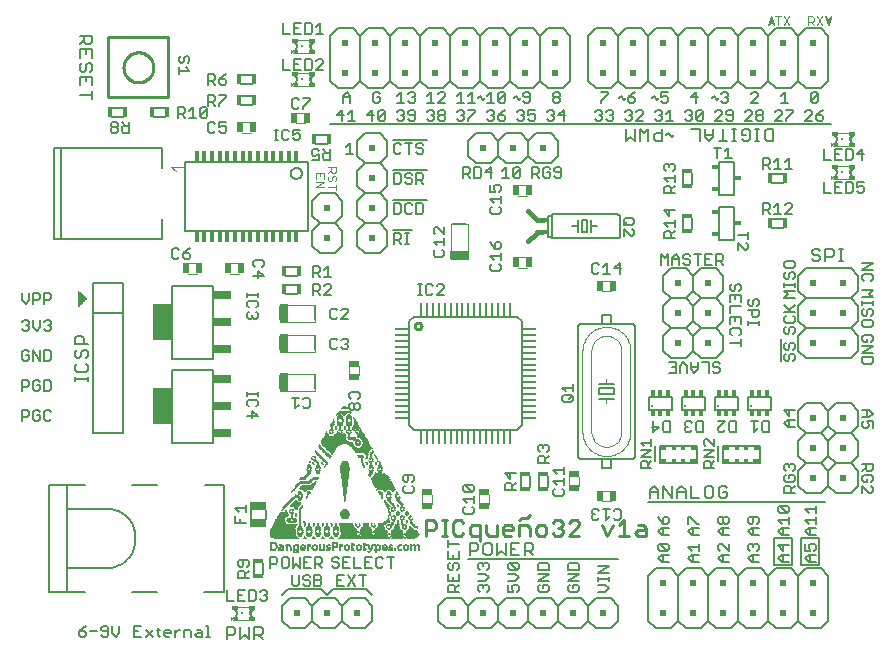
<source format=gto>
G75*
G70*
%OFA0B0*%
%FSLAX24Y24*%
%IPPOS*%
%LPD*%
%AMOC8*
5,1,8,0,0,1.08239X$1,22.5*
%
%ADD10C,0.0050*%
%ADD11C,0.0080*%
%ADD12C,0.0040*%
%ADD13C,0.0010*%
%ADD14C,0.0090*%
%ADD15C,0.0100*%
%ADD16R,0.0472X0.0079*%
%ADD17R,0.0079X0.0472*%
%ADD18C,0.0060*%
%ADD19R,0.0600X0.1200*%
%ADD20R,0.0600X0.0300*%
%ADD21R,0.0200X0.0200*%
%ADD22R,0.0230X0.0160*%
%ADD23C,0.0160*%
%ADD24R,0.0256X0.0591*%
%ADD25R,0.0340X0.0160*%
%ADD26R,0.0197X0.0128*%
%ADD27R,0.0098X0.0059*%
%ADD28R,0.0069X0.0157*%
%ADD29R,0.0079X0.0079*%
%ADD30R,0.0118X0.0118*%
%ADD31R,0.0030X0.0128*%
%ADD32R,0.0197X0.0374*%
%ADD33R,0.0197X0.0374*%
%ADD34R,0.0160X0.0340*%
%ADD35R,0.0591X0.0256*%
%ADD36R,0.0374X0.0197*%
%ADD37R,0.0374X0.0197*%
%ADD38C,0.0020*%
%ADD39R,0.0230X0.0180*%
%ADD40C,0.0086*%
%ADD41R,0.0128X0.0368*%
%ADD42C,0.0025*%
%ADD43R,0.0551X0.0256*%
%ADD44R,0.0118X0.0197*%
%ADD45C,0.0118*%
%ADD46R,0.0236X0.0118*%
%ADD47R,0.0157X0.0118*%
%ADD48R,0.0197X0.0118*%
%ADD49R,0.0039X0.0551*%
%ADD50R,0.0079X0.0551*%
%ADD51R,0.0079X0.0039*%
%ADD52R,0.0150X0.0010*%
%ADD53R,0.0070X0.0010*%
%ADD54R,0.0160X0.0010*%
%ADD55R,0.0080X0.0010*%
%ADD56R,0.0170X0.0010*%
%ADD57R,0.0090X0.0010*%
%ADD58R,0.0040X0.0010*%
%ADD59R,0.0100X0.0010*%
%ADD60R,0.0010X0.0010*%
%ADD61R,0.0060X0.0010*%
%ADD62R,0.0130X0.0010*%
%ADD63R,0.0050X0.0010*%
%ADD64R,0.0110X0.0010*%
%ADD65R,0.0140X0.0010*%
%ADD66R,0.0120X0.0010*%
%ADD67R,0.0190X0.0010*%
%ADD68R,0.0180X0.0010*%
%ADD69R,0.0210X0.0010*%
%ADD70R,0.0220X0.0010*%
%ADD71R,0.0200X0.0010*%
%ADD72R,0.0030X0.0010*%
%ADD73R,0.0020X0.0010*%
%ADD74R,0.0310X0.0010*%
%ADD75R,0.0780X0.0010*%
%ADD76R,0.1640X0.0010*%
%ADD77R,0.0380X0.0010*%
%ADD78R,0.0260X0.0010*%
%ADD79R,0.0800X0.0010*%
%ADD80R,0.1610X0.0010*%
%ADD81R,0.0360X0.0010*%
%ADD82R,0.0290X0.0010*%
%ADD83R,0.0820X0.0010*%
%ADD84R,0.1590X0.0010*%
%ADD85R,0.0340X0.0010*%
%ADD86R,0.0840X0.0010*%
%ADD87R,0.1570X0.0010*%
%ADD88R,0.0330X0.0010*%
%ADD89R,0.0320X0.0010*%
%ADD90R,0.1550X0.0010*%
%ADD91R,0.0300X0.0010*%
%ADD92R,0.0850X0.0010*%
%ADD93R,0.1080X0.0010*%
%ADD94R,0.0520X0.0010*%
%ADD95R,0.0450X0.0010*%
%ADD96R,0.0420X0.0010*%
%ADD97R,0.0540X0.0010*%
%ADD98R,0.0410X0.0010*%
%ADD99R,0.0430X0.0010*%
%ADD100R,0.0860X0.0010*%
%ADD101R,0.0530X0.0010*%
%ADD102R,0.0390X0.0010*%
%ADD103R,0.0510X0.0010*%
%ADD104R,0.0400X0.0010*%
%ADD105R,0.0500X0.0010*%
%ADD106R,0.0480X0.0010*%
%ADD107R,0.0370X0.0010*%
%ADD108R,0.0440X0.0010*%
%ADD109R,0.0870X0.0010*%
%ADD110R,0.0350X0.0010*%
%ADD111R,0.0490X0.0010*%
%ADD112R,0.0230X0.0010*%
%ADD113R,0.0270X0.0010*%
%ADD114R,0.0240X0.0010*%
%ADD115R,0.0830X0.0010*%
%ADD116R,0.0280X0.0010*%
%ADD117R,0.0810X0.0010*%
%ADD118R,0.0470X0.0010*%
%ADD119R,0.0250X0.0010*%
%ADD120R,0.0460X0.0010*%
%ADD121R,0.0640X0.0010*%
%ADD122R,0.0630X0.0010*%
%ADD123R,0.0620X0.0010*%
%ADD124R,0.0610X0.0010*%
%ADD125R,0.0590X0.0010*%
%ADD126R,0.0580X0.0010*%
%ADD127R,0.0560X0.0010*%
%ADD128R,0.0550X0.0010*%
%ADD129R,0.0570X0.0010*%
%ADD130R,0.0650X0.0010*%
%ADD131R,0.0680X0.0010*%
%ADD132R,0.0720X0.0010*%
%ADD133R,0.1060X0.0010*%
%ADD134R,0.1070X0.0010*%
%ADD135R,0.1050X0.0010*%
%ADD136R,0.0920X0.0010*%
%ADD137R,0.0890X0.0010*%
%ADD138R,0.0770X0.0010*%
%ADD139R,0.0760X0.0010*%
%ADD140R,0.0750X0.0010*%
%ADD141R,0.0740X0.0010*%
%ADD142R,0.0730X0.0010*%
D10*
X002168Y000485D02*
X002226Y000427D01*
X002343Y000427D01*
X002401Y000485D01*
X002401Y000543D01*
X002343Y000602D01*
X002168Y000602D01*
X002168Y000485D01*
X002168Y000602D02*
X002285Y000718D01*
X002401Y000777D01*
X002536Y000602D02*
X002770Y000602D01*
X002904Y000660D02*
X002963Y000602D01*
X003138Y000602D01*
X003138Y000718D02*
X003138Y000485D01*
X003080Y000427D01*
X002963Y000427D01*
X002904Y000485D01*
X002904Y000660D02*
X002904Y000718D01*
X002963Y000777D01*
X003080Y000777D01*
X003138Y000718D01*
X003273Y000777D02*
X003273Y000543D01*
X003389Y000427D01*
X003506Y000543D01*
X003506Y000777D01*
X004009Y000777D02*
X004009Y000427D01*
X004243Y000427D01*
X004378Y000427D02*
X004611Y000660D01*
X004746Y000660D02*
X004863Y000660D01*
X004804Y000718D02*
X004804Y000485D01*
X004863Y000427D01*
X004991Y000485D02*
X004991Y000602D01*
X005050Y000660D01*
X005167Y000660D01*
X005225Y000602D01*
X005225Y000543D01*
X004991Y000543D01*
X004991Y000485D02*
X005050Y000427D01*
X005167Y000427D01*
X005360Y000427D02*
X005360Y000660D01*
X005477Y000660D02*
X005535Y000660D01*
X005477Y000660D02*
X005360Y000543D01*
X005667Y000427D02*
X005667Y000660D01*
X005842Y000660D01*
X005900Y000602D01*
X005900Y000427D01*
X006035Y000485D02*
X006093Y000543D01*
X006269Y000543D01*
X006269Y000602D02*
X006269Y000427D01*
X006093Y000427D01*
X006035Y000485D01*
X006093Y000660D02*
X006210Y000660D01*
X006269Y000602D01*
X006403Y000777D02*
X006462Y000777D01*
X006462Y000427D01*
X006520Y000427D02*
X006403Y000427D01*
X007095Y001627D02*
X007328Y001627D01*
X007463Y001627D02*
X007696Y001627D01*
X007831Y001627D02*
X008006Y001627D01*
X008065Y001685D01*
X008065Y001918D01*
X008006Y001977D01*
X007831Y001977D01*
X007831Y001627D01*
X007580Y001802D02*
X007463Y001802D01*
X007463Y001977D02*
X007463Y001627D01*
X007095Y001627D02*
X007095Y001977D01*
X007463Y001977D02*
X007696Y001977D01*
X007701Y002390D02*
X007701Y002565D01*
X007643Y002623D01*
X007526Y002623D01*
X007468Y002565D01*
X007468Y002390D01*
X007818Y002390D01*
X007701Y002507D02*
X007818Y002623D01*
X007759Y002758D02*
X007818Y002817D01*
X007818Y002933D01*
X007759Y002992D01*
X007526Y002992D01*
X007468Y002933D01*
X007468Y002817D01*
X007526Y002758D01*
X007584Y002758D01*
X007643Y002817D01*
X007643Y002992D01*
X008543Y003077D02*
X008543Y002727D01*
X008543Y002843D02*
X008718Y002843D01*
X008776Y002902D01*
X008776Y003018D01*
X008718Y003077D01*
X008543Y003077D01*
X008911Y003018D02*
X008911Y002785D01*
X008969Y002727D01*
X009086Y002727D01*
X009145Y002785D01*
X009145Y003018D01*
X009086Y003077D01*
X008969Y003077D01*
X008911Y003018D01*
X009279Y003077D02*
X009279Y002727D01*
X009396Y002843D01*
X009513Y002727D01*
X009513Y003077D01*
X009648Y003077D02*
X009648Y002727D01*
X009881Y002727D01*
X010016Y002727D02*
X010016Y003077D01*
X010191Y003077D01*
X010250Y003018D01*
X010250Y002902D01*
X010191Y002843D01*
X010016Y002843D01*
X010133Y002843D02*
X010250Y002727D01*
X010180Y002477D02*
X010004Y002477D01*
X010004Y002127D01*
X010180Y002127D01*
X010238Y002185D01*
X010238Y002243D01*
X010180Y002302D01*
X010004Y002302D01*
X009870Y002243D02*
X009870Y002185D01*
X009811Y002127D01*
X009694Y002127D01*
X009636Y002185D01*
X009694Y002302D02*
X009811Y002302D01*
X009870Y002243D01*
X009870Y002418D02*
X009811Y002477D01*
X009694Y002477D01*
X009636Y002418D01*
X009636Y002360D01*
X009694Y002302D01*
X009501Y002185D02*
X009443Y002127D01*
X009326Y002127D01*
X009268Y002185D01*
X009268Y002477D01*
X009501Y002477D02*
X009501Y002185D01*
X010180Y002302D02*
X010238Y002360D01*
X010238Y002418D01*
X010180Y002477D01*
X010593Y002785D02*
X010651Y002727D01*
X010768Y002727D01*
X010826Y002785D01*
X010826Y002843D01*
X010768Y002902D01*
X010651Y002902D01*
X010593Y002960D01*
X010593Y003018D01*
X010651Y003077D01*
X010768Y003077D01*
X010826Y003018D01*
X010961Y003077D02*
X010961Y002727D01*
X011195Y002727D01*
X011329Y002727D02*
X011563Y002727D01*
X011698Y002727D02*
X011931Y002727D01*
X012066Y002785D02*
X012124Y002727D01*
X012241Y002727D01*
X012300Y002785D01*
X012300Y003018D02*
X012241Y003077D01*
X012124Y003077D01*
X012066Y003018D01*
X012066Y002785D01*
X011814Y002902D02*
X011698Y002902D01*
X011698Y003077D02*
X011698Y002727D01*
X011738Y002477D02*
X011504Y002477D01*
X011621Y002477D02*
X011621Y002127D01*
X011370Y002127D02*
X011136Y002477D01*
X011001Y002477D02*
X010768Y002477D01*
X010768Y002127D01*
X011001Y002127D01*
X011136Y002127D02*
X011370Y002477D01*
X011329Y002727D02*
X011329Y003077D01*
X011195Y003077D02*
X010961Y003077D01*
X010961Y002902D02*
X011078Y002902D01*
X011698Y003077D02*
X011931Y003077D01*
X012434Y003077D02*
X012668Y003077D01*
X012551Y003077D02*
X012551Y002727D01*
X010885Y002302D02*
X010768Y002302D01*
X009764Y002902D02*
X009648Y002902D01*
X009648Y003077D02*
X009881Y003077D01*
X008433Y001918D02*
X008433Y001860D01*
X008375Y001802D01*
X008433Y001743D01*
X008433Y001685D01*
X008375Y001627D01*
X008258Y001627D01*
X008200Y001685D01*
X008316Y001802D02*
X008375Y001802D01*
X008433Y001918D02*
X008375Y001977D01*
X008258Y001977D01*
X008200Y001918D01*
X007718Y004227D02*
X007368Y004227D01*
X007368Y004460D01*
X007484Y004595D02*
X007368Y004712D01*
X007718Y004712D01*
X007718Y004828D02*
X007718Y004595D01*
X007543Y004343D02*
X007543Y004227D01*
X003643Y007202D02*
X002643Y007202D01*
X002643Y011202D01*
X003643Y011202D01*
X003643Y007202D01*
X001233Y007685D02*
X001175Y007627D01*
X001058Y007627D01*
X001000Y007685D01*
X001000Y007918D01*
X001058Y007977D01*
X001175Y007977D01*
X001233Y007918D01*
X000865Y007918D02*
X000806Y007977D01*
X000690Y007977D01*
X000631Y007918D01*
X000631Y007685D01*
X000690Y007627D01*
X000806Y007627D01*
X000865Y007685D01*
X000865Y007802D01*
X000748Y007802D01*
X000496Y007802D02*
X000496Y007918D01*
X000438Y007977D01*
X000263Y007977D01*
X000263Y007627D01*
X000263Y007743D02*
X000438Y007743D01*
X000496Y007802D01*
X000690Y008627D02*
X000806Y008627D01*
X000865Y008685D01*
X000865Y008802D01*
X000748Y008802D01*
X000631Y008918D02*
X000631Y008685D01*
X000690Y008627D01*
X000496Y008802D02*
X000438Y008743D01*
X000263Y008743D01*
X000263Y008627D02*
X000263Y008977D01*
X000438Y008977D01*
X000496Y008918D01*
X000496Y008802D01*
X000631Y008918D02*
X000690Y008977D01*
X000806Y008977D01*
X000865Y008918D01*
X001000Y008977D02*
X001000Y008627D01*
X001175Y008627D01*
X001233Y008685D01*
X001233Y008918D01*
X001175Y008977D01*
X001000Y008977D01*
X001000Y009627D02*
X001175Y009627D01*
X001233Y009685D01*
X001233Y009918D01*
X001175Y009977D01*
X001000Y009977D01*
X001000Y009627D01*
X000865Y009627D02*
X000865Y009977D01*
X000631Y009977D02*
X000865Y009627D01*
X000631Y009627D02*
X000631Y009977D01*
X000496Y009918D02*
X000438Y009977D01*
X000321Y009977D01*
X000263Y009918D01*
X000263Y009685D01*
X000321Y009627D01*
X000438Y009627D01*
X000496Y009685D01*
X000496Y009802D01*
X000380Y009802D01*
X000438Y010627D02*
X000321Y010627D01*
X000263Y010685D01*
X000380Y010802D02*
X000438Y010802D01*
X000496Y010743D01*
X000496Y010685D01*
X000438Y010627D01*
X000438Y010802D02*
X000496Y010860D01*
X000496Y010918D01*
X000438Y010977D01*
X000321Y010977D01*
X000263Y010918D01*
X000631Y010977D02*
X000631Y010743D01*
X000748Y010627D01*
X000865Y010743D01*
X000865Y010977D01*
X001000Y010918D02*
X001058Y010977D01*
X001175Y010977D01*
X001233Y010918D01*
X001233Y010860D01*
X001175Y010802D01*
X001233Y010743D01*
X001233Y010685D01*
X001175Y010627D01*
X001058Y010627D01*
X001000Y010685D01*
X001116Y010802D02*
X001175Y010802D01*
X001000Y011527D02*
X001000Y011877D01*
X001175Y011877D01*
X001233Y011818D01*
X001233Y011702D01*
X001175Y011643D01*
X001000Y011643D01*
X000865Y011702D02*
X000865Y011818D01*
X000806Y011877D01*
X000631Y011877D01*
X000631Y011527D01*
X000631Y011643D02*
X000806Y011643D01*
X000865Y011702D01*
X000496Y011643D02*
X000380Y011527D01*
X000263Y011643D01*
X000263Y011877D01*
X000496Y011877D02*
X000496Y011643D01*
X002643Y011202D02*
X002643Y012202D01*
X003643Y012202D01*
X003643Y011202D01*
X005326Y013027D02*
X005443Y013027D01*
X005501Y013085D01*
X005636Y013085D02*
X005694Y013027D01*
X005811Y013027D01*
X005870Y013085D01*
X005870Y013143D01*
X005811Y013202D01*
X005636Y013202D01*
X005636Y013085D01*
X005636Y013202D02*
X005753Y013318D01*
X005870Y013377D01*
X005501Y013318D02*
X005443Y013377D01*
X005326Y013377D01*
X005268Y013318D01*
X005268Y013085D01*
X005326Y013027D01*
X004942Y013686D02*
X004017Y013686D01*
X003072Y013686D01*
X001851Y013686D01*
X001576Y013686D01*
X001320Y013686D01*
X001320Y016717D01*
X001576Y016717D01*
X001851Y016717D01*
X003072Y016717D01*
X004017Y016717D01*
X004942Y016717D01*
X004942Y016442D01*
X004942Y016048D01*
X003818Y017226D02*
X003643Y017226D01*
X003584Y017285D01*
X003584Y017401D01*
X003643Y017460D01*
X003818Y017460D01*
X003818Y017577D02*
X003818Y017226D01*
X003701Y017460D02*
X003584Y017577D01*
X003450Y017518D02*
X003450Y017460D01*
X003391Y017401D01*
X003274Y017401D01*
X003216Y017460D01*
X003216Y017518D01*
X003274Y017577D01*
X003391Y017577D01*
X003450Y017518D01*
X003391Y017401D02*
X003450Y017343D01*
X003450Y017285D01*
X003391Y017226D01*
X003274Y017226D01*
X003216Y017285D01*
X003216Y017343D01*
X003274Y017401D01*
X001576Y016717D02*
X001576Y013686D01*
X004942Y013686D02*
X004942Y013961D01*
X004942Y014355D01*
X007968Y012918D02*
X007968Y012801D01*
X008026Y012743D01*
X008143Y012608D02*
X008318Y012433D01*
X007968Y012433D01*
X008143Y012375D02*
X008143Y012608D01*
X008260Y012743D02*
X008318Y012801D01*
X008318Y012918D01*
X008260Y012977D01*
X008026Y012977D01*
X007968Y012918D01*
X008118Y011877D02*
X008118Y011760D01*
X008118Y011818D02*
X007768Y011818D01*
X007768Y011760D02*
X007768Y011877D01*
X007826Y011631D02*
X007768Y011573D01*
X007768Y011456D01*
X007826Y011398D01*
X007826Y011263D02*
X007768Y011204D01*
X007768Y011088D01*
X007826Y011029D01*
X007885Y011029D01*
X007943Y011088D01*
X007943Y011146D01*
X007943Y011088D02*
X008001Y011029D01*
X008060Y011029D01*
X008118Y011088D01*
X008118Y011204D01*
X008060Y011263D01*
X008060Y011398D02*
X008118Y011456D01*
X008118Y011573D01*
X008060Y011631D01*
X007826Y011631D01*
X009968Y011827D02*
X009968Y012177D01*
X010143Y012177D01*
X010201Y012118D01*
X010201Y012002D01*
X010143Y011943D01*
X009968Y011943D01*
X010085Y011943D02*
X010201Y011827D01*
X010336Y011827D02*
X010570Y012060D01*
X010570Y012118D01*
X010511Y012177D01*
X010394Y012177D01*
X010336Y012118D01*
X010336Y011827D02*
X010570Y011827D01*
X010596Y011361D02*
X010538Y011302D01*
X010538Y011069D01*
X010596Y011010D01*
X010713Y011010D01*
X010771Y011069D01*
X010906Y011010D02*
X011140Y011244D01*
X011140Y011302D01*
X011081Y011361D01*
X010965Y011361D01*
X010906Y011302D01*
X010771Y011302D02*
X010713Y011361D01*
X010596Y011361D01*
X010906Y011010D02*
X011140Y011010D01*
X011081Y010361D02*
X010965Y010361D01*
X010906Y010302D01*
X010771Y010302D02*
X010713Y010361D01*
X010596Y010361D01*
X010538Y010302D01*
X010538Y010069D01*
X010596Y010010D01*
X010713Y010010D01*
X010771Y010069D01*
X010906Y010069D02*
X010965Y010010D01*
X011081Y010010D01*
X011140Y010069D01*
X011140Y010127D01*
X011081Y010186D01*
X011023Y010186D01*
X011081Y010186D02*
X011140Y010244D01*
X011140Y010302D01*
X011081Y010361D01*
X011226Y008577D02*
X011168Y008518D01*
X011168Y008401D01*
X011226Y008343D01*
X011226Y008208D02*
X011285Y008208D01*
X011343Y008150D01*
X011343Y008033D01*
X011285Y007975D01*
X011226Y007975D01*
X011168Y008033D01*
X011168Y008150D01*
X011226Y008208D01*
X011343Y008150D02*
X011401Y008208D01*
X011460Y008208D01*
X011518Y008150D01*
X011518Y008033D01*
X011460Y007975D01*
X011401Y007975D01*
X011343Y008033D01*
X011460Y008343D02*
X011518Y008401D01*
X011518Y008518D01*
X011460Y008577D01*
X011226Y008577D01*
X009848Y008334D02*
X009848Y008101D01*
X009789Y008042D01*
X009673Y008042D01*
X009614Y008101D01*
X009479Y008159D02*
X009363Y008042D01*
X009363Y008393D01*
X009479Y008393D02*
X009246Y008393D01*
X009614Y008334D02*
X009673Y008393D01*
X009789Y008393D01*
X009848Y008334D01*
X008118Y008273D02*
X008060Y008331D01*
X007826Y008331D01*
X007768Y008273D01*
X007768Y008156D01*
X007826Y008098D01*
X007943Y007963D02*
X007943Y007729D01*
X008118Y007788D02*
X007943Y007963D01*
X008060Y008098D02*
X008118Y008156D01*
X008118Y008273D01*
X008118Y008460D02*
X008118Y008577D01*
X008118Y008518D02*
X007768Y008518D01*
X007768Y008460D02*
X007768Y008577D01*
X007768Y007788D02*
X008118Y007788D01*
X012968Y005770D02*
X012968Y005653D01*
X013026Y005595D01*
X013084Y005595D01*
X013143Y005653D01*
X013143Y005828D01*
X013259Y005828D02*
X013026Y005828D01*
X012968Y005770D01*
X013259Y005828D02*
X013318Y005770D01*
X013318Y005653D01*
X013259Y005595D01*
X013259Y005460D02*
X013318Y005402D01*
X013318Y005285D01*
X013259Y005227D01*
X013026Y005227D01*
X012968Y005285D01*
X012968Y005402D01*
X013026Y005460D01*
X014968Y005438D02*
X014968Y005322D01*
X015026Y005263D01*
X015259Y005263D01*
X015026Y005497D01*
X015259Y005497D01*
X015318Y005438D01*
X015318Y005322D01*
X015259Y005263D01*
X015318Y005128D02*
X015318Y004895D01*
X015318Y005012D02*
X014968Y005012D01*
X015084Y004895D01*
X015026Y004760D02*
X014968Y004702D01*
X014968Y004585D01*
X015026Y004527D01*
X015259Y004527D01*
X015318Y004585D01*
X015318Y004702D01*
X015259Y004760D01*
X014968Y005438D02*
X015026Y005497D01*
X016368Y005502D02*
X016368Y005327D01*
X016718Y005327D01*
X016601Y005327D02*
X016601Y005502D01*
X016543Y005560D01*
X016426Y005560D01*
X016368Y005502D01*
X016601Y005443D02*
X016718Y005560D01*
X016543Y005695D02*
X016543Y005928D01*
X016718Y005870D02*
X016368Y005870D01*
X016543Y005695D01*
X017468Y006227D02*
X017468Y006402D01*
X017526Y006460D01*
X017643Y006460D01*
X017701Y006402D01*
X017701Y006227D01*
X017701Y006343D02*
X017818Y006460D01*
X017759Y006595D02*
X017818Y006653D01*
X017818Y006770D01*
X017759Y006828D01*
X017701Y006828D01*
X017643Y006770D01*
X017643Y006712D01*
X017643Y006770D02*
X017584Y006828D01*
X017526Y006828D01*
X017468Y006770D01*
X017468Y006653D01*
X017526Y006595D01*
X017468Y006227D02*
X017818Y006227D01*
X017968Y005980D02*
X018318Y005980D01*
X018318Y005863D02*
X018318Y006097D01*
X018084Y005863D02*
X017968Y005980D01*
X017968Y005612D02*
X018318Y005612D01*
X018318Y005728D02*
X018318Y005495D01*
X018259Y005360D02*
X018318Y005302D01*
X018318Y005185D01*
X018259Y005127D01*
X018026Y005127D01*
X017968Y005185D01*
X017968Y005302D01*
X018026Y005360D01*
X018084Y005495D02*
X017968Y005612D01*
X019248Y004618D02*
X019306Y004677D01*
X019423Y004677D01*
X019481Y004618D01*
X019616Y004677D02*
X019850Y004677D01*
X019733Y004677D02*
X019733Y004326D01*
X019850Y004443D01*
X019984Y004385D02*
X020043Y004326D01*
X020159Y004326D01*
X020218Y004385D01*
X020218Y004618D01*
X020159Y004677D01*
X020043Y004677D01*
X019984Y004618D01*
X019481Y004385D02*
X019423Y004326D01*
X019306Y004326D01*
X019248Y004385D01*
X019248Y004443D01*
X019306Y004501D01*
X019248Y004560D01*
X019248Y004618D01*
X019306Y004501D02*
X019364Y004501D01*
X021468Y004428D02*
X021526Y004312D01*
X021643Y004195D01*
X021643Y004370D01*
X021701Y004428D01*
X021759Y004428D01*
X021818Y004370D01*
X021818Y004253D01*
X021759Y004195D01*
X021643Y004195D01*
X021643Y004060D02*
X021643Y003827D01*
X021584Y003827D02*
X021468Y003943D01*
X021584Y004060D01*
X021818Y004060D01*
X021818Y003827D02*
X021584Y003827D01*
X021526Y003528D02*
X021759Y003295D01*
X021818Y003353D01*
X021818Y003470D01*
X021759Y003528D01*
X021526Y003528D01*
X021468Y003470D01*
X021468Y003353D01*
X021526Y003295D01*
X021759Y003295D01*
X021818Y003160D02*
X021584Y003160D01*
X021468Y003043D01*
X021584Y002927D01*
X021818Y002927D01*
X021643Y002927D02*
X021643Y003160D01*
X022468Y003043D02*
X022584Y003160D01*
X022818Y003160D01*
X022818Y003295D02*
X022818Y003528D01*
X022818Y003412D02*
X022468Y003412D01*
X022584Y003295D01*
X022643Y003160D02*
X022643Y002927D01*
X022584Y002927D02*
X022468Y003043D01*
X022584Y002927D02*
X022818Y002927D01*
X023468Y003043D02*
X023584Y002927D01*
X023818Y002927D01*
X023643Y002927D02*
X023643Y003160D01*
X023584Y003160D02*
X023818Y003160D01*
X023818Y003295D02*
X023584Y003528D01*
X023526Y003528D01*
X023468Y003470D01*
X023468Y003353D01*
X023526Y003295D01*
X023584Y003160D02*
X023468Y003043D01*
X023818Y003295D02*
X023818Y003528D01*
X023818Y003827D02*
X023584Y003827D01*
X023468Y003943D01*
X023584Y004060D01*
X023818Y004060D01*
X023759Y004195D02*
X023701Y004195D01*
X023643Y004253D01*
X023643Y004370D01*
X023701Y004428D01*
X023759Y004428D01*
X023818Y004370D01*
X023818Y004253D01*
X023759Y004195D01*
X023643Y004253D02*
X023584Y004195D01*
X023526Y004195D01*
X023468Y004253D01*
X023468Y004370D01*
X023526Y004428D01*
X023584Y004428D01*
X023643Y004370D01*
X023643Y004060D02*
X023643Y003827D01*
X022818Y003827D02*
X022584Y003827D01*
X022468Y003943D01*
X022584Y004060D01*
X022818Y004060D01*
X022818Y004195D02*
X022759Y004195D01*
X022526Y004428D01*
X022468Y004428D01*
X022468Y004195D01*
X022643Y004060D02*
X022643Y003827D01*
X024468Y003943D02*
X024584Y004060D01*
X024818Y004060D01*
X024759Y004195D02*
X024818Y004253D01*
X024818Y004370D01*
X024759Y004428D01*
X024526Y004428D01*
X024468Y004370D01*
X024468Y004253D01*
X024526Y004195D01*
X024584Y004195D01*
X024643Y004253D01*
X024643Y004428D01*
X024643Y004060D02*
X024643Y003827D01*
X024584Y003827D02*
X024468Y003943D01*
X024584Y003827D02*
X024818Y003827D01*
X024759Y003528D02*
X024818Y003470D01*
X024818Y003353D01*
X024759Y003295D01*
X024818Y003160D02*
X024584Y003160D01*
X024468Y003043D01*
X024584Y002927D01*
X024818Y002927D01*
X024643Y002927D02*
X024643Y003160D01*
X024526Y003295D02*
X024468Y003353D01*
X024468Y003470D01*
X024526Y003528D01*
X024584Y003528D01*
X024643Y003470D01*
X024701Y003528D01*
X024759Y003528D01*
X024643Y003470D02*
X024643Y003412D01*
X025468Y003470D02*
X025643Y003295D01*
X025643Y003528D01*
X025818Y003470D02*
X025468Y003470D01*
X025584Y003827D02*
X025468Y003943D01*
X025584Y004060D01*
X025818Y004060D01*
X025818Y004195D02*
X025818Y004428D01*
X025818Y004312D02*
X025468Y004312D01*
X025584Y004195D01*
X025643Y004060D02*
X025643Y003827D01*
X025584Y003827D02*
X025818Y003827D01*
X026368Y003943D02*
X026484Y004060D01*
X026718Y004060D01*
X026718Y004195D02*
X026718Y004428D01*
X026718Y004312D02*
X026368Y004312D01*
X026484Y004195D01*
X026543Y004060D02*
X026543Y003827D01*
X026484Y003827D02*
X026368Y003943D01*
X026484Y003827D02*
X026718Y003827D01*
X026659Y003528D02*
X026543Y003528D01*
X026484Y003470D01*
X026484Y003412D01*
X026543Y003295D01*
X026368Y003295D01*
X026368Y003528D01*
X026659Y003528D02*
X026718Y003470D01*
X026718Y003353D01*
X026659Y003295D01*
X026718Y003160D02*
X026484Y003160D01*
X026368Y003043D01*
X026484Y002927D01*
X026718Y002927D01*
X026543Y002927D02*
X026543Y003160D01*
X025818Y003160D02*
X025584Y003160D01*
X025468Y003043D01*
X025584Y002927D01*
X025818Y002927D01*
X025643Y002927D02*
X025643Y003160D01*
X025759Y004563D02*
X025526Y004563D01*
X025468Y004622D01*
X025468Y004738D01*
X025526Y004797D01*
X025759Y004563D01*
X025818Y004622D01*
X025818Y004738D01*
X025759Y004797D01*
X025526Y004797D01*
X025668Y005227D02*
X025668Y005402D01*
X025726Y005460D01*
X025843Y005460D01*
X025901Y005402D01*
X025901Y005227D01*
X025901Y005343D02*
X026018Y005460D01*
X025959Y005595D02*
X026018Y005653D01*
X026018Y005770D01*
X025959Y005828D01*
X025843Y005828D01*
X025843Y005712D01*
X025726Y005828D02*
X025668Y005770D01*
X025668Y005653D01*
X025726Y005595D01*
X025959Y005595D01*
X025959Y005963D02*
X026018Y006022D01*
X026018Y006138D01*
X025959Y006197D01*
X025901Y006197D01*
X025843Y006138D01*
X025843Y006080D01*
X025843Y006138D02*
X025784Y006197D01*
X025726Y006197D01*
X025668Y006138D01*
X025668Y006022D01*
X025726Y005963D01*
X025668Y005227D02*
X026018Y005227D01*
X026718Y004797D02*
X026718Y004563D01*
X026718Y004680D02*
X026368Y004680D01*
X026484Y004563D01*
X028268Y005206D02*
X028268Y005440D01*
X028501Y005206D01*
X028560Y005206D01*
X028618Y005265D01*
X028618Y005382D01*
X028560Y005440D01*
X028560Y005575D02*
X028618Y005633D01*
X028618Y005750D01*
X028560Y005808D01*
X028326Y005808D01*
X028268Y005750D01*
X028268Y005633D01*
X028326Y005575D01*
X028443Y005575D01*
X028443Y005692D01*
X028443Y005943D02*
X028385Y006001D01*
X028385Y006177D01*
X028385Y006060D02*
X028268Y005943D01*
X028443Y005943D02*
X028560Y005943D01*
X028618Y006001D01*
X028618Y006177D01*
X028268Y006177D01*
X028326Y007375D02*
X028268Y007433D01*
X028268Y007550D01*
X028326Y007608D01*
X028443Y007608D02*
X028501Y007492D01*
X028501Y007433D01*
X028443Y007375D01*
X028326Y007375D01*
X028443Y007608D02*
X028618Y007608D01*
X028618Y007375D01*
X028501Y007743D02*
X028268Y007743D01*
X028443Y007743D02*
X028443Y007977D01*
X028501Y007977D02*
X028618Y007860D01*
X028501Y007743D01*
X028501Y007977D02*
X028268Y007977D01*
X028326Y009506D02*
X028268Y009565D01*
X028268Y009740D01*
X028618Y009740D01*
X028618Y009565D01*
X028560Y009506D01*
X028326Y009506D01*
X028268Y009875D02*
X028618Y009875D01*
X028618Y010108D02*
X028268Y009875D01*
X028268Y010108D02*
X028618Y010108D01*
X028560Y010243D02*
X028618Y010301D01*
X028618Y010418D01*
X028560Y010477D01*
X028326Y010477D01*
X028268Y010418D01*
X028268Y010301D01*
X028326Y010243D01*
X028443Y010243D01*
X028443Y010360D01*
X028560Y010761D02*
X028618Y010819D01*
X028618Y010936D01*
X028560Y010994D01*
X028326Y010994D01*
X028268Y010936D01*
X028268Y010819D01*
X028326Y010761D01*
X028560Y010761D01*
X028560Y011129D02*
X028618Y011188D01*
X028618Y011304D01*
X028560Y011363D01*
X028501Y011363D01*
X028443Y011304D01*
X028443Y011188D01*
X028385Y011129D01*
X028326Y011129D01*
X028268Y011188D01*
X028268Y011304D01*
X028326Y011363D01*
X028268Y011492D02*
X028268Y011608D01*
X028268Y011550D02*
X028618Y011550D01*
X028618Y011608D02*
X028618Y011492D01*
X028618Y011743D02*
X028268Y011743D01*
X028501Y011860D02*
X028618Y011743D01*
X028501Y011860D02*
X028618Y011977D01*
X028268Y011977D01*
X028326Y012275D02*
X028268Y012333D01*
X028268Y012450D01*
X028326Y012508D01*
X028560Y012508D01*
X028618Y012450D01*
X028618Y012333D01*
X028560Y012275D01*
X028618Y012643D02*
X028268Y012643D01*
X028618Y012877D01*
X028268Y012877D01*
X026018Y012884D02*
X026018Y012767D01*
X025959Y012709D01*
X025726Y012709D01*
X025668Y012767D01*
X025668Y012884D01*
X025726Y012942D01*
X025959Y012942D01*
X026018Y012884D01*
X025959Y012574D02*
X026018Y012516D01*
X026018Y012399D01*
X025959Y012340D01*
X025843Y012399D02*
X025784Y012340D01*
X025726Y012340D01*
X025668Y012399D01*
X025668Y012516D01*
X025726Y012574D01*
X025843Y012516D02*
X025901Y012574D01*
X025959Y012574D01*
X025843Y012516D02*
X025843Y012399D01*
X026018Y012212D02*
X026018Y012095D01*
X026018Y012153D02*
X025668Y012153D01*
X025668Y012095D02*
X025668Y012212D01*
X025668Y011960D02*
X026018Y011960D01*
X025784Y011843D02*
X025668Y011960D01*
X025784Y011843D02*
X025668Y011727D01*
X026018Y011727D01*
X026018Y011497D02*
X025843Y011322D01*
X025901Y011263D02*
X025668Y011497D01*
X025668Y011263D02*
X026018Y011263D01*
X025959Y011128D02*
X026018Y011070D01*
X026018Y010953D01*
X025959Y010895D01*
X025726Y010895D01*
X025668Y010953D01*
X025668Y011070D01*
X025726Y011128D01*
X025726Y010760D02*
X025668Y010702D01*
X025668Y010585D01*
X025726Y010527D01*
X025784Y010527D01*
X025843Y010585D01*
X025843Y010702D01*
X025901Y010760D01*
X025959Y010760D01*
X026018Y010702D01*
X026018Y010585D01*
X025959Y010527D01*
X025568Y010338D02*
X025568Y009602D01*
X025668Y009685D02*
X025726Y009627D01*
X025784Y009627D01*
X025843Y009685D01*
X025843Y009802D01*
X025901Y009860D01*
X025959Y009860D01*
X026018Y009802D01*
X026018Y009685D01*
X025959Y009627D01*
X025668Y009685D02*
X025668Y009802D01*
X025726Y009860D01*
X025726Y009995D02*
X025784Y009995D01*
X025843Y010053D01*
X025843Y010170D01*
X025901Y010228D01*
X025959Y010228D01*
X026018Y010170D01*
X026018Y010053D01*
X025959Y009995D01*
X025726Y009995D02*
X025668Y010053D01*
X025668Y010170D01*
X025726Y010228D01*
X024818Y010823D02*
X024818Y010940D01*
X024818Y010882D02*
X024468Y010882D01*
X024468Y010940D02*
X024468Y010823D01*
X024218Y010838D02*
X024218Y011072D01*
X023868Y011072D01*
X023868Y010838D01*
X023926Y010703D02*
X023868Y010645D01*
X023868Y010528D01*
X023926Y010470D01*
X023926Y010703D02*
X024160Y010703D01*
X024218Y010645D01*
X024218Y010528D01*
X024160Y010470D01*
X024218Y010335D02*
X024218Y010102D01*
X024218Y010218D02*
X023868Y010218D01*
X023459Y009577D02*
X023343Y009577D01*
X023284Y009518D01*
X023284Y009460D01*
X023343Y009401D01*
X023459Y009401D01*
X023518Y009343D01*
X023518Y009285D01*
X023459Y009226D01*
X023343Y009226D01*
X023284Y009285D01*
X023150Y009226D02*
X023150Y009577D01*
X022916Y009577D01*
X022781Y009577D02*
X022781Y009343D01*
X022664Y009226D01*
X022548Y009343D01*
X022548Y009577D01*
X022548Y009401D02*
X022781Y009401D01*
X022413Y009460D02*
X022413Y009226D01*
X022179Y009226D02*
X022179Y009460D01*
X022296Y009577D01*
X022413Y009460D01*
X022045Y009401D02*
X021928Y009401D01*
X021811Y009226D02*
X022045Y009226D01*
X022045Y009577D01*
X021811Y009577D01*
X023459Y009577D02*
X023518Y009518D01*
X024043Y010955D02*
X024043Y011072D01*
X023868Y011206D02*
X023868Y011440D01*
X024218Y011440D01*
X024218Y011575D02*
X024218Y011808D01*
X023868Y011808D01*
X023868Y011575D01*
X024043Y011692D02*
X024043Y011808D01*
X023985Y011943D02*
X023926Y011943D01*
X023868Y012001D01*
X023868Y012118D01*
X023926Y012177D01*
X024043Y012118D02*
X024043Y012001D01*
X023985Y011943D01*
X024160Y011943D02*
X024218Y012001D01*
X024218Y012118D01*
X024160Y012177D01*
X024101Y012177D01*
X024043Y012118D01*
X024526Y011677D02*
X024468Y011618D01*
X024468Y011501D01*
X024526Y011443D01*
X024585Y011443D01*
X024643Y011501D01*
X024643Y011618D01*
X024701Y011677D01*
X024760Y011677D01*
X024818Y011618D01*
X024818Y011501D01*
X024760Y011443D01*
X024818Y011308D02*
X024468Y011308D01*
X024585Y011308D02*
X024585Y011133D01*
X024643Y011075D01*
X024760Y011075D01*
X024818Y011133D01*
X024818Y011308D01*
X023643Y012827D02*
X023526Y012943D01*
X023584Y012943D02*
X023409Y012943D01*
X023409Y012827D02*
X023409Y013177D01*
X023584Y013177D01*
X023643Y013118D01*
X023643Y013002D01*
X023584Y012943D01*
X023275Y012827D02*
X023041Y012827D01*
X023041Y013177D01*
X023275Y013177D01*
X023158Y013002D02*
X023041Y013002D01*
X022906Y013177D02*
X022673Y013177D01*
X022789Y013177D02*
X022789Y012827D01*
X022538Y012885D02*
X022480Y012827D01*
X022363Y012827D01*
X022304Y012885D01*
X022363Y013002D02*
X022480Y013002D01*
X022538Y012943D01*
X022538Y012885D01*
X022363Y013002D02*
X022304Y013060D01*
X022304Y013118D01*
X022363Y013177D01*
X022480Y013177D01*
X022538Y013118D01*
X022170Y013060D02*
X022170Y012827D01*
X022170Y013002D02*
X021936Y013002D01*
X021936Y013060D02*
X021936Y012827D01*
X021801Y012827D02*
X021801Y013177D01*
X021685Y013060D01*
X021568Y013177D01*
X021568Y012827D01*
X021936Y013060D02*
X022053Y013177D01*
X022170Y013060D01*
X022018Y013722D02*
X021668Y013722D01*
X021668Y013897D01*
X021726Y013955D01*
X021843Y013955D01*
X021901Y013897D01*
X021901Y013722D01*
X021901Y013838D02*
X022018Y013955D01*
X022018Y014090D02*
X022018Y014323D01*
X022018Y014207D02*
X021668Y014207D01*
X021784Y014090D01*
X021843Y014458D02*
X021843Y014692D01*
X022018Y014633D02*
X021668Y014633D01*
X021843Y014458D01*
X021901Y015222D02*
X021901Y015397D01*
X021843Y015455D01*
X021726Y015455D01*
X021668Y015397D01*
X021668Y015222D01*
X022018Y015222D01*
X021901Y015338D02*
X022018Y015455D01*
X022018Y015590D02*
X022018Y015823D01*
X022018Y015707D02*
X021668Y015707D01*
X021784Y015590D01*
X021726Y015958D02*
X021668Y016017D01*
X021668Y016133D01*
X021726Y016192D01*
X021784Y016192D01*
X021843Y016133D01*
X021901Y016192D01*
X021959Y016192D01*
X022018Y016133D01*
X022018Y016017D01*
X021959Y015958D01*
X021843Y016075D02*
X021843Y016133D01*
X023318Y016727D02*
X023551Y016727D01*
X023435Y016727D02*
X023435Y016377D01*
X023483Y016262D02*
X024003Y016262D01*
X024003Y015142D01*
X023483Y015142D01*
X023483Y016262D01*
X023686Y016377D02*
X023920Y016377D01*
X023803Y016377D02*
X023803Y016727D01*
X023686Y016610D01*
X023601Y017627D02*
X023368Y017627D01*
X023601Y017860D01*
X023601Y017918D01*
X023543Y017977D01*
X023426Y017977D01*
X023368Y017918D01*
X022970Y017918D02*
X022970Y017685D01*
X022911Y017627D01*
X022794Y017627D01*
X022736Y017685D01*
X022970Y017918D01*
X022911Y017977D01*
X022794Y017977D01*
X022736Y017918D01*
X022736Y017685D01*
X022601Y017685D02*
X022543Y017627D01*
X022426Y017627D01*
X022368Y017685D01*
X022485Y017802D02*
X022543Y017802D01*
X022601Y017743D01*
X022601Y017685D01*
X022543Y017802D02*
X022601Y017860D01*
X022601Y017918D01*
X022543Y017977D01*
X022426Y017977D01*
X022368Y017918D01*
X021970Y017627D02*
X021736Y017627D01*
X021853Y017627D02*
X021853Y017977D01*
X021736Y017860D01*
X021601Y017860D02*
X021543Y017802D01*
X021601Y017743D01*
X021601Y017685D01*
X021543Y017627D01*
X021426Y017627D01*
X021368Y017685D01*
X021485Y017802D02*
X021543Y017802D01*
X021601Y017860D02*
X021601Y017918D01*
X021543Y017977D01*
X021426Y017977D01*
X021368Y017918D01*
X020970Y017918D02*
X020911Y017977D01*
X020794Y017977D01*
X020736Y017918D01*
X020601Y017918D02*
X020601Y017860D01*
X020543Y017802D01*
X020601Y017743D01*
X020601Y017685D01*
X020543Y017627D01*
X020426Y017627D01*
X020368Y017685D01*
X020485Y017802D02*
X020543Y017802D01*
X020601Y017918D02*
X020543Y017977D01*
X020426Y017977D01*
X020368Y017918D01*
X019970Y017918D02*
X019970Y017860D01*
X019911Y017802D01*
X019970Y017743D01*
X019970Y017685D01*
X019911Y017627D01*
X019794Y017627D01*
X019736Y017685D01*
X019601Y017685D02*
X019601Y017743D01*
X019543Y017802D01*
X019485Y017802D01*
X019543Y017802D02*
X019601Y017860D01*
X019601Y017918D01*
X019543Y017977D01*
X019426Y017977D01*
X019368Y017918D01*
X019368Y017685D02*
X019426Y017627D01*
X019543Y017627D01*
X019601Y017685D01*
X019736Y017918D02*
X019794Y017977D01*
X019911Y017977D01*
X019970Y017918D01*
X019911Y017802D02*
X019853Y017802D01*
X019568Y018227D02*
X019568Y018285D01*
X019801Y018518D01*
X019801Y018577D01*
X019568Y018577D01*
X020168Y018377D02*
X020226Y018435D01*
X020343Y018318D01*
X020401Y018377D01*
X020468Y018402D02*
X020643Y018402D01*
X020701Y018343D01*
X020701Y018285D01*
X020643Y018227D01*
X020526Y018227D01*
X020468Y018285D01*
X020468Y018402D01*
X020585Y018518D01*
X020701Y018577D01*
X021268Y018377D02*
X021326Y018435D01*
X021443Y018318D01*
X021501Y018377D01*
X021568Y018402D02*
X021685Y018460D01*
X021743Y018460D01*
X021801Y018402D01*
X021801Y018285D01*
X021743Y018227D01*
X021626Y018227D01*
X021568Y018285D01*
X021568Y018402D02*
X021568Y018577D01*
X021801Y018577D01*
X022568Y018402D02*
X022801Y018402D01*
X022743Y018577D02*
X022568Y018402D01*
X022743Y018227D02*
X022743Y018577D01*
X023268Y018377D02*
X023326Y018435D01*
X023443Y018318D01*
X023501Y018377D01*
X023568Y018285D02*
X023626Y018227D01*
X023743Y018227D01*
X023801Y018285D01*
X023801Y018343D01*
X023743Y018402D01*
X023685Y018402D01*
X023743Y018402D02*
X023801Y018460D01*
X023801Y018518D01*
X023743Y018577D01*
X023626Y018577D01*
X023568Y018518D01*
X023794Y017977D02*
X023736Y017918D01*
X023736Y017860D01*
X023794Y017802D01*
X023970Y017802D01*
X023970Y017918D02*
X023911Y017977D01*
X023794Y017977D01*
X023970Y017918D02*
X023970Y017685D01*
X023911Y017627D01*
X023794Y017627D01*
X023736Y017685D01*
X024368Y017627D02*
X024601Y017860D01*
X024601Y017918D01*
X024543Y017977D01*
X024426Y017977D01*
X024368Y017918D01*
X024368Y017627D02*
X024601Y017627D01*
X024736Y017685D02*
X024736Y017743D01*
X024794Y017802D01*
X024911Y017802D01*
X024970Y017743D01*
X024970Y017685D01*
X024911Y017627D01*
X024794Y017627D01*
X024736Y017685D01*
X024794Y017802D02*
X024736Y017860D01*
X024736Y017918D01*
X024794Y017977D01*
X024911Y017977D01*
X024970Y017918D01*
X024970Y017860D01*
X024911Y017802D01*
X025368Y017918D02*
X025426Y017977D01*
X025543Y017977D01*
X025601Y017918D01*
X025601Y017860D01*
X025368Y017627D01*
X025601Y017627D01*
X025736Y017627D02*
X025736Y017685D01*
X025970Y017918D01*
X025970Y017977D01*
X025736Y017977D01*
X025685Y018227D02*
X025685Y018577D01*
X025568Y018460D01*
X025568Y018227D02*
X025801Y018227D01*
X026368Y017918D02*
X026426Y017977D01*
X026543Y017977D01*
X026601Y017918D01*
X026601Y017860D01*
X026368Y017627D01*
X026601Y017627D01*
X026736Y017685D02*
X026794Y017627D01*
X026911Y017627D01*
X026970Y017685D01*
X026970Y017743D01*
X026911Y017802D01*
X026736Y017802D01*
X026736Y017685D01*
X026736Y017802D02*
X026853Y017918D01*
X026970Y017977D01*
X026743Y018227D02*
X026626Y018227D01*
X026568Y018285D01*
X026801Y018518D01*
X026801Y018285D01*
X026743Y018227D01*
X026568Y018285D02*
X026568Y018518D01*
X026626Y018577D01*
X026743Y018577D01*
X026801Y018518D01*
X024801Y018518D02*
X024743Y018577D01*
X024626Y018577D01*
X024568Y018518D01*
X024801Y018518D02*
X024801Y018460D01*
X024568Y018227D01*
X024801Y018227D01*
X026995Y016677D02*
X026995Y016327D01*
X027228Y016327D01*
X027363Y016327D02*
X027596Y016327D01*
X027731Y016327D02*
X027906Y016327D01*
X027965Y016385D01*
X027965Y016618D01*
X027906Y016677D01*
X027731Y016677D01*
X027731Y016327D01*
X027480Y016502D02*
X027363Y016502D01*
X027363Y016677D02*
X027363Y016327D01*
X027363Y016677D02*
X027596Y016677D01*
X028100Y016502D02*
X028333Y016502D01*
X028275Y016327D02*
X028275Y016677D01*
X028100Y016502D01*
X028100Y015577D02*
X028100Y015402D01*
X028216Y015460D01*
X028275Y015460D01*
X028333Y015402D01*
X028333Y015285D01*
X028275Y015227D01*
X028158Y015227D01*
X028100Y015285D01*
X027965Y015285D02*
X027965Y015518D01*
X027906Y015577D01*
X027731Y015577D01*
X027731Y015227D01*
X027906Y015227D01*
X027965Y015285D01*
X028100Y015577D02*
X028333Y015577D01*
X027596Y015577D02*
X027363Y015577D01*
X027363Y015227D01*
X027596Y015227D01*
X027480Y015402D02*
X027363Y015402D01*
X027228Y015227D02*
X026995Y015227D01*
X026995Y015577D01*
X025938Y016027D02*
X025704Y016027D01*
X025821Y016027D02*
X025821Y016377D01*
X025704Y016260D01*
X025570Y016027D02*
X025336Y016027D01*
X025453Y016027D02*
X025453Y016377D01*
X025336Y016260D01*
X025201Y016318D02*
X025201Y016202D01*
X025143Y016143D01*
X024968Y016143D01*
X024968Y016027D02*
X024968Y016377D01*
X025143Y016377D01*
X025201Y016318D01*
X025085Y016143D02*
X025201Y016027D01*
X025143Y014877D02*
X024968Y014877D01*
X024968Y014527D01*
X024968Y014643D02*
X025143Y014643D01*
X025201Y014702D01*
X025201Y014818D01*
X025143Y014877D01*
X025336Y014760D02*
X025453Y014877D01*
X025453Y014527D01*
X025336Y014527D02*
X025570Y014527D01*
X025704Y014527D02*
X025938Y014760D01*
X025938Y014818D01*
X025880Y014877D01*
X025763Y014877D01*
X025704Y014818D01*
X025704Y014527D02*
X025938Y014527D01*
X025201Y014527D02*
X025085Y014643D01*
X024468Y013927D02*
X024468Y013693D01*
X024468Y013810D02*
X024118Y013810D01*
X024003Y013642D02*
X024003Y014762D01*
X023483Y014762D01*
X023483Y013642D01*
X024003Y013642D01*
X024118Y013558D02*
X024351Y013325D01*
X024410Y013325D01*
X024468Y013383D01*
X024468Y013500D01*
X024410Y013558D01*
X024118Y013558D02*
X024118Y013325D01*
X020668Y013833D02*
X020668Y013950D01*
X020610Y014008D01*
X020610Y014143D02*
X020376Y014143D01*
X020318Y014201D01*
X020318Y014318D01*
X020376Y014377D01*
X020610Y014377D01*
X020668Y014318D01*
X020668Y014201D01*
X020610Y014143D01*
X020435Y014260D02*
X020318Y014143D01*
X020318Y014008D02*
X020551Y013775D01*
X020610Y013775D01*
X020668Y013833D01*
X020318Y013775D02*
X020318Y014008D01*
X020180Y012877D02*
X020004Y012702D01*
X020238Y012702D01*
X020180Y012527D02*
X020180Y012877D01*
X019753Y012877D02*
X019753Y012527D01*
X019636Y012527D02*
X019870Y012527D01*
X019636Y012760D02*
X019753Y012877D01*
X019501Y012818D02*
X019443Y012877D01*
X019326Y012877D01*
X019268Y012818D01*
X019268Y012585D01*
X019326Y012527D01*
X019443Y012527D01*
X019501Y012585D01*
X016218Y012680D02*
X016218Y012797D01*
X016159Y012855D01*
X016218Y012990D02*
X016218Y013223D01*
X016218Y013107D02*
X015868Y013107D01*
X015984Y012990D01*
X015926Y012855D02*
X015868Y012797D01*
X015868Y012680D01*
X015926Y012622D01*
X016159Y012622D01*
X016218Y012680D01*
X016159Y013358D02*
X016218Y013417D01*
X016218Y013533D01*
X016159Y013592D01*
X016101Y013592D01*
X016043Y013533D01*
X016043Y013358D01*
X016159Y013358D01*
X016043Y013358D02*
X015926Y013475D01*
X015868Y013592D01*
X015926Y014527D02*
X015868Y014585D01*
X015868Y014702D01*
X015926Y014760D01*
X015984Y014895D02*
X015868Y015012D01*
X016218Y015012D01*
X016218Y015128D02*
X016218Y014895D01*
X016159Y014760D02*
X016218Y014702D01*
X016218Y014585D01*
X016159Y014527D01*
X015926Y014527D01*
X015868Y015263D02*
X016043Y015263D01*
X015984Y015380D01*
X015984Y015438D01*
X016043Y015497D01*
X016159Y015497D01*
X016218Y015438D01*
X016218Y015322D01*
X016159Y015263D01*
X015868Y015263D02*
X015868Y015497D01*
X015880Y015727D02*
X015880Y016077D01*
X015704Y015902D01*
X015938Y015902D01*
X016268Y015960D02*
X016385Y016077D01*
X016385Y015727D01*
X016501Y015727D02*
X016268Y015727D01*
X016636Y015785D02*
X016870Y016018D01*
X016870Y015785D01*
X016811Y015727D01*
X016694Y015727D01*
X016636Y015785D01*
X016636Y016018D01*
X016694Y016077D01*
X016811Y016077D01*
X016870Y016018D01*
X017268Y016077D02*
X017443Y016077D01*
X017501Y016018D01*
X017501Y015902D01*
X017443Y015843D01*
X017268Y015843D01*
X017268Y015727D02*
X017268Y016077D01*
X017385Y015843D02*
X017501Y015727D01*
X017636Y015785D02*
X017694Y015727D01*
X017811Y015727D01*
X017870Y015785D01*
X017870Y015902D01*
X017753Y015902D01*
X017870Y016018D02*
X017811Y016077D01*
X017694Y016077D01*
X017636Y016018D01*
X017636Y015785D01*
X018004Y015785D02*
X018063Y015727D01*
X018180Y015727D01*
X018238Y015785D01*
X018238Y016018D01*
X018180Y016077D01*
X018063Y016077D01*
X018004Y016018D01*
X018004Y015960D01*
X018063Y015902D01*
X018238Y015902D01*
X018311Y017627D02*
X018311Y017977D01*
X018136Y017802D01*
X018370Y017802D01*
X018001Y017860D02*
X017943Y017802D01*
X018001Y017743D01*
X018001Y017685D01*
X017943Y017627D01*
X017826Y017627D01*
X017768Y017685D01*
X017885Y017802D02*
X017943Y017802D01*
X018001Y017860D02*
X018001Y017918D01*
X017943Y017977D01*
X017826Y017977D01*
X017768Y017918D01*
X017370Y017977D02*
X017136Y017977D01*
X017136Y017802D01*
X017253Y017860D01*
X017311Y017860D01*
X017370Y017802D01*
X017370Y017685D01*
X017311Y017627D01*
X017194Y017627D01*
X017136Y017685D01*
X017001Y017685D02*
X017001Y017743D01*
X016943Y017802D01*
X016885Y017802D01*
X016943Y017802D02*
X017001Y017860D01*
X017001Y017918D01*
X016943Y017977D01*
X016826Y017977D01*
X016768Y017918D01*
X016768Y017685D02*
X016826Y017627D01*
X016943Y017627D01*
X017001Y017685D01*
X016370Y017685D02*
X016370Y017743D01*
X016311Y017802D01*
X016136Y017802D01*
X016136Y017685D01*
X016194Y017627D01*
X016311Y017627D01*
X016370Y017685D01*
X016253Y017918D02*
X016136Y017802D01*
X016001Y017860D02*
X015943Y017802D01*
X016001Y017743D01*
X016001Y017685D01*
X015943Y017627D01*
X015826Y017627D01*
X015768Y017685D01*
X015885Y017802D02*
X015943Y017802D01*
X016001Y017860D02*
X016001Y017918D01*
X015943Y017977D01*
X015826Y017977D01*
X015768Y017918D01*
X015370Y017918D02*
X015370Y017977D01*
X015136Y017977D01*
X015001Y017918D02*
X015001Y017860D01*
X014943Y017802D01*
X015001Y017743D01*
X015001Y017685D01*
X014943Y017627D01*
X014826Y017627D01*
X014768Y017685D01*
X014885Y017802D02*
X014943Y017802D01*
X015001Y017918D02*
X014943Y017977D01*
X014826Y017977D01*
X014768Y017918D01*
X015136Y017685D02*
X015136Y017627D01*
X015136Y017685D02*
X015370Y017918D01*
X015370Y018227D02*
X015136Y018227D01*
X015253Y018227D02*
X015253Y018577D01*
X015136Y018460D01*
X015001Y018227D02*
X014768Y018227D01*
X014885Y018227D02*
X014885Y018577D01*
X014768Y018460D01*
X014370Y018460D02*
X014370Y018518D01*
X014311Y018577D01*
X014194Y018577D01*
X014136Y018518D01*
X014370Y018460D02*
X014136Y018227D01*
X014370Y018227D01*
X014311Y017977D02*
X014370Y017918D01*
X014370Y017860D01*
X014311Y017802D01*
X014194Y017802D01*
X014136Y017860D01*
X014136Y017918D01*
X014194Y017977D01*
X014311Y017977D01*
X014311Y017802D02*
X014370Y017743D01*
X014370Y017685D01*
X014311Y017627D01*
X014194Y017627D01*
X014136Y017685D01*
X014136Y017743D01*
X014194Y017802D01*
X014001Y017860D02*
X013943Y017802D01*
X014001Y017743D01*
X014001Y017685D01*
X013943Y017627D01*
X013826Y017627D01*
X013768Y017685D01*
X013885Y017802D02*
X013943Y017802D01*
X014001Y017860D02*
X014001Y017918D01*
X013943Y017977D01*
X013826Y017977D01*
X013768Y017918D01*
X013370Y017918D02*
X013370Y017685D01*
X013311Y017627D01*
X013194Y017627D01*
X013136Y017685D01*
X013194Y017802D02*
X013370Y017802D01*
X013370Y017918D02*
X013311Y017977D01*
X013194Y017977D01*
X013136Y017918D01*
X013136Y017860D01*
X013194Y017802D01*
X013001Y017860D02*
X012943Y017802D01*
X013001Y017743D01*
X013001Y017685D01*
X012943Y017627D01*
X012826Y017627D01*
X012768Y017685D01*
X012885Y017802D02*
X012943Y017802D01*
X013001Y017860D02*
X013001Y017918D01*
X012943Y017977D01*
X012826Y017977D01*
X012768Y017918D01*
X012768Y018227D02*
X013001Y018227D01*
X012885Y018227D02*
X012885Y018577D01*
X012768Y018460D01*
X013136Y018518D02*
X013194Y018577D01*
X013311Y018577D01*
X013370Y018518D01*
X013370Y018460D01*
X013311Y018402D01*
X013370Y018343D01*
X013370Y018285D01*
X013311Y018227D01*
X013194Y018227D01*
X013136Y018285D01*
X013253Y018402D02*
X013311Y018402D01*
X013768Y018460D02*
X013885Y018577D01*
X013885Y018227D01*
X014001Y018227D02*
X013768Y018227D01*
X012370Y017918D02*
X012136Y017685D01*
X012194Y017627D01*
X012311Y017627D01*
X012370Y017685D01*
X012370Y017918D01*
X012311Y017977D01*
X012194Y017977D01*
X012136Y017918D01*
X012136Y017685D01*
X012001Y017802D02*
X011768Y017802D01*
X011943Y017977D01*
X011943Y017627D01*
X011370Y017627D02*
X011136Y017627D01*
X011253Y017627D02*
X011253Y017977D01*
X011136Y017860D01*
X011001Y017802D02*
X010768Y017802D01*
X010943Y017977D01*
X010943Y017627D01*
X010968Y018227D02*
X010968Y018460D01*
X011085Y018577D01*
X011201Y018460D01*
X011201Y018227D01*
X011201Y018402D02*
X010968Y018402D01*
X009870Y018377D02*
X009870Y018318D01*
X009636Y018085D01*
X009636Y018027D01*
X009501Y018085D02*
X009443Y018027D01*
X009326Y018027D01*
X009268Y018085D01*
X009268Y018318D01*
X009326Y018377D01*
X009443Y018377D01*
X009501Y018318D01*
X009636Y018377D02*
X009870Y018377D01*
X009880Y019327D02*
X009704Y019327D01*
X009704Y019677D01*
X009880Y019677D01*
X009938Y019618D01*
X009938Y019385D01*
X009880Y019327D01*
X010073Y019327D02*
X010306Y019560D01*
X010306Y019618D01*
X010248Y019677D01*
X010131Y019677D01*
X010073Y019618D01*
X010073Y019327D02*
X010306Y019327D01*
X009570Y019327D02*
X009336Y019327D01*
X009336Y019677D01*
X009570Y019677D01*
X009453Y019502D02*
X009336Y019502D01*
X009201Y019327D02*
X008968Y019327D01*
X008968Y019677D01*
X008968Y020527D02*
X009201Y020527D01*
X009336Y020527D02*
X009336Y020877D01*
X009570Y020877D01*
X009704Y020877D02*
X009880Y020877D01*
X009938Y020818D01*
X009938Y020585D01*
X009880Y020527D01*
X009704Y020527D01*
X009704Y020877D01*
X009453Y020702D02*
X009336Y020702D01*
X009336Y020527D02*
X009570Y020527D01*
X010073Y020527D02*
X010306Y020527D01*
X010189Y020527D02*
X010189Y020877D01*
X010073Y020760D01*
X008968Y020877D02*
X008968Y020527D01*
X007070Y019177D02*
X006953Y019118D01*
X006836Y019002D01*
X007011Y019002D01*
X007070Y018943D01*
X007070Y018885D01*
X007011Y018827D01*
X006894Y018827D01*
X006836Y018885D01*
X006836Y019002D01*
X006701Y019002D02*
X006643Y018943D01*
X006468Y018943D01*
X006468Y018827D02*
X006468Y019177D01*
X006643Y019177D01*
X006701Y019118D01*
X006701Y019002D01*
X006585Y018943D02*
X006701Y018827D01*
X006643Y018477D02*
X006701Y018418D01*
X006701Y018302D01*
X006643Y018243D01*
X006468Y018243D01*
X006468Y018127D02*
X006468Y018477D01*
X006643Y018477D01*
X006836Y018477D02*
X007070Y018477D01*
X007070Y018418D01*
X006836Y018185D01*
X006836Y018127D01*
X006701Y018127D02*
X006585Y018243D01*
X006380Y018077D02*
X006263Y018077D01*
X006204Y018018D01*
X006204Y017785D01*
X006438Y018018D01*
X006438Y017785D01*
X006380Y017727D01*
X006263Y017727D01*
X006204Y017785D01*
X006070Y017727D02*
X005836Y017727D01*
X005953Y017727D02*
X005953Y018077D01*
X005836Y017960D01*
X005701Y017902D02*
X005643Y017843D01*
X005468Y017843D01*
X005468Y017727D02*
X005468Y018077D01*
X005643Y018077D01*
X005701Y018018D01*
X005701Y017902D01*
X005585Y017843D02*
X005701Y017727D01*
X006380Y018077D02*
X006438Y018018D01*
X006526Y017577D02*
X006468Y017518D01*
X006468Y017285D01*
X006526Y017227D01*
X006643Y017227D01*
X006701Y017285D01*
X006836Y017285D02*
X006894Y017227D01*
X007011Y017227D01*
X007070Y017285D01*
X007070Y017402D01*
X007011Y017460D01*
X006953Y017460D01*
X006836Y017402D01*
X006836Y017577D01*
X007070Y017577D01*
X006701Y017518D02*
X006643Y017577D01*
X006526Y017577D01*
X005493Y019175D02*
X005493Y019408D01*
X005493Y019292D02*
X005843Y019292D01*
X005726Y019408D01*
X005785Y019543D02*
X005843Y019601D01*
X005843Y019718D01*
X005785Y019777D01*
X005726Y019777D01*
X005668Y019718D01*
X005668Y019601D01*
X005610Y019543D01*
X005551Y019543D01*
X005493Y019601D01*
X005493Y019718D01*
X005551Y019777D01*
X008681Y017327D02*
X008798Y017327D01*
X008740Y017327D02*
X008740Y016977D01*
X008798Y016977D02*
X008681Y016977D01*
X008927Y017035D02*
X008985Y016977D01*
X009102Y016977D01*
X009160Y017035D01*
X009295Y017035D02*
X009353Y016977D01*
X009470Y016977D01*
X009529Y017035D01*
X009529Y017152D01*
X009470Y017210D01*
X009412Y017210D01*
X009295Y017152D01*
X009295Y017327D01*
X009529Y017327D01*
X009160Y017268D02*
X009102Y017327D01*
X008985Y017327D01*
X008927Y017268D01*
X008927Y017035D01*
X009916Y016618D02*
X009974Y016677D01*
X010091Y016677D01*
X010150Y016618D01*
X010150Y016501D02*
X010033Y016443D01*
X009974Y016443D01*
X009916Y016501D01*
X009916Y016618D01*
X010150Y016501D02*
X010150Y016326D01*
X009916Y016326D01*
X010284Y016385D02*
X010284Y016501D01*
X010343Y016560D01*
X010518Y016560D01*
X010518Y016677D02*
X010518Y016326D01*
X010343Y016326D01*
X010284Y016385D01*
X010401Y016560D02*
X010284Y016677D01*
X011068Y016760D02*
X011185Y016877D01*
X011185Y016527D01*
X011301Y016527D02*
X011068Y016527D01*
X012668Y016585D02*
X012726Y016527D01*
X012843Y016527D01*
X012901Y016585D01*
X012668Y016585D02*
X012668Y016818D01*
X012726Y016877D01*
X012843Y016877D01*
X012901Y016818D01*
X013036Y016877D02*
X013270Y016877D01*
X013153Y016877D02*
X013153Y016527D01*
X013404Y016585D02*
X013463Y016527D01*
X013580Y016527D01*
X013638Y016585D01*
X013638Y016643D01*
X013580Y016702D01*
X013463Y016702D01*
X013404Y016760D01*
X013404Y016818D01*
X013463Y016877D01*
X013580Y016877D01*
X013638Y016818D01*
X013748Y016977D02*
X012643Y016977D01*
X012643Y015977D02*
X013748Y015977D01*
X013638Y015818D02*
X013638Y015702D01*
X013580Y015643D01*
X013404Y015643D01*
X013404Y015527D02*
X013404Y015877D01*
X013580Y015877D01*
X013638Y015818D01*
X013521Y015643D02*
X013638Y015527D01*
X013270Y015585D02*
X013211Y015527D01*
X013094Y015527D01*
X013036Y015585D01*
X013094Y015702D02*
X013211Y015702D01*
X013270Y015643D01*
X013270Y015585D01*
X013094Y015702D02*
X013036Y015760D01*
X013036Y015818D01*
X013094Y015877D01*
X013211Y015877D01*
X013270Y015818D01*
X012901Y015818D02*
X012843Y015877D01*
X012668Y015877D01*
X012668Y015527D01*
X012843Y015527D01*
X012901Y015585D01*
X012901Y015818D01*
X012643Y014977D02*
X013748Y014977D01*
X013638Y014818D02*
X013580Y014877D01*
X013404Y014877D01*
X013404Y014527D01*
X013580Y014527D01*
X013638Y014585D01*
X013638Y014818D01*
X013270Y014818D02*
X013211Y014877D01*
X013094Y014877D01*
X013036Y014818D01*
X013036Y014585D01*
X013094Y014527D01*
X013211Y014527D01*
X013270Y014585D01*
X012901Y014585D02*
X012901Y014818D01*
X012843Y014877D01*
X012668Y014877D01*
X012668Y014527D01*
X012843Y014527D01*
X012901Y014585D01*
X012643Y013977D02*
X013257Y013977D01*
X013153Y013877D02*
X013036Y013877D01*
X013094Y013877D02*
X013094Y013527D01*
X013036Y013527D02*
X013153Y013527D01*
X012901Y013527D02*
X012785Y013643D01*
X012843Y013643D02*
X012668Y013643D01*
X012668Y013527D02*
X012668Y013877D01*
X012843Y013877D01*
X012901Y013818D01*
X012901Y013702D01*
X012843Y013643D01*
X013984Y013582D02*
X014334Y013582D01*
X014334Y013698D02*
X014334Y013465D01*
X014276Y013330D02*
X014334Y013272D01*
X014334Y013155D01*
X014276Y013097D01*
X014042Y013097D01*
X013984Y013155D01*
X013984Y013272D01*
X014042Y013330D01*
X014100Y013465D02*
X013984Y013582D01*
X014042Y013833D02*
X013984Y013892D01*
X013984Y014008D01*
X014042Y014067D01*
X014100Y014067D01*
X014334Y013833D01*
X014334Y014067D01*
X014968Y015727D02*
X014968Y016077D01*
X015143Y016077D01*
X015201Y016018D01*
X015201Y015902D01*
X015143Y015843D01*
X014968Y015843D01*
X015085Y015843D02*
X015201Y015727D01*
X015336Y015727D02*
X015511Y015727D01*
X015570Y015785D01*
X015570Y016018D01*
X015511Y016077D01*
X015336Y016077D01*
X015336Y015727D01*
X016253Y017918D02*
X016370Y017977D01*
X016311Y018227D02*
X016194Y018227D01*
X016136Y018285D01*
X016370Y018518D01*
X016370Y018285D01*
X016311Y018227D01*
X016136Y018285D02*
X016136Y018518D01*
X016194Y018577D01*
X016311Y018577D01*
X016370Y018518D01*
X016668Y018377D02*
X016726Y018435D01*
X016843Y018318D01*
X016901Y018377D01*
X016968Y018460D02*
X017026Y018402D01*
X017201Y018402D01*
X017201Y018518D02*
X017143Y018577D01*
X017026Y018577D01*
X016968Y018518D01*
X016968Y018460D01*
X016968Y018285D02*
X017026Y018227D01*
X017143Y018227D01*
X017201Y018285D01*
X017201Y018518D01*
X017968Y018518D02*
X017968Y018460D01*
X018026Y018402D01*
X018143Y018402D01*
X018201Y018343D01*
X018201Y018285D01*
X018143Y018227D01*
X018026Y018227D01*
X017968Y018285D01*
X017968Y018343D01*
X018026Y018402D01*
X018143Y018402D02*
X018201Y018460D01*
X018201Y018518D01*
X018143Y018577D01*
X018026Y018577D01*
X017968Y018518D01*
X016001Y018227D02*
X015768Y018227D01*
X015885Y018227D02*
X015885Y018577D01*
X015768Y018460D01*
X015701Y018377D02*
X015643Y018318D01*
X015526Y018435D01*
X015468Y018377D01*
X012201Y018402D02*
X012201Y018285D01*
X012143Y018227D01*
X012026Y018227D01*
X011968Y018285D01*
X011968Y018518D01*
X012026Y018577D01*
X012143Y018577D01*
X012201Y018518D01*
X012201Y018402D02*
X012085Y018402D01*
X010453Y012777D02*
X010336Y012660D01*
X010201Y012602D02*
X010143Y012543D01*
X009968Y012543D01*
X009968Y012427D02*
X009968Y012777D01*
X010143Y012777D01*
X010201Y012718D01*
X010201Y012602D01*
X010085Y012543D02*
X010201Y012427D01*
X010336Y012427D02*
X010570Y012427D01*
X010453Y012427D02*
X010453Y012777D01*
X013468Y012177D02*
X013585Y012177D01*
X013526Y012177D02*
X013526Y011827D01*
X013468Y011827D02*
X013585Y011827D01*
X013713Y011885D02*
X013772Y011827D01*
X013888Y011827D01*
X013947Y011885D01*
X014082Y011827D02*
X014315Y012060D01*
X014315Y012118D01*
X014257Y012177D01*
X014140Y012177D01*
X014082Y012118D01*
X013947Y012118D02*
X013888Y012177D01*
X013772Y012177D01*
X013713Y012118D01*
X013713Y011885D01*
X014082Y011827D02*
X014315Y011827D01*
X018268Y008725D02*
X018618Y008725D01*
X018618Y008608D02*
X018618Y008842D01*
X018384Y008608D02*
X018268Y008725D01*
X018326Y008473D02*
X018559Y008473D01*
X018618Y008415D01*
X018618Y008298D01*
X018559Y008240D01*
X018326Y008240D01*
X018268Y008298D01*
X018268Y008415D01*
X018326Y008473D01*
X018501Y008357D02*
X018618Y008473D01*
X020880Y006893D02*
X020997Y006776D01*
X020880Y006893D02*
X021230Y006893D01*
X021230Y007009D02*
X021230Y006776D01*
X021230Y006641D02*
X020880Y006641D01*
X020880Y006407D02*
X021230Y006641D01*
X021230Y006407D02*
X020880Y006407D01*
X020939Y006273D02*
X021055Y006273D01*
X021114Y006214D01*
X021114Y006039D01*
X021230Y006039D02*
X020880Y006039D01*
X020880Y006214D01*
X020939Y006273D01*
X021114Y006156D02*
X021230Y006273D01*
X021307Y007255D02*
X021483Y007431D01*
X021249Y007431D01*
X021307Y007606D02*
X021307Y007255D01*
X021617Y007314D02*
X021676Y007255D01*
X021851Y007255D01*
X021851Y007606D01*
X021676Y007606D01*
X021617Y007547D01*
X021617Y007314D01*
X022349Y007314D02*
X022407Y007255D01*
X022524Y007255D01*
X022583Y007314D01*
X022717Y007314D02*
X022776Y007255D01*
X022951Y007255D01*
X022951Y007606D01*
X022776Y007606D01*
X022717Y007547D01*
X022717Y007314D01*
X022583Y007547D02*
X022524Y007606D01*
X022407Y007606D01*
X022349Y007547D01*
X022349Y007489D01*
X022407Y007431D01*
X022466Y007431D01*
X022407Y007431D02*
X022349Y007372D01*
X022349Y007314D01*
X022980Y006951D02*
X022980Y006834D01*
X023039Y006776D01*
X022980Y006641D02*
X023330Y006641D01*
X022980Y006407D01*
X023330Y006407D01*
X023330Y006273D02*
X023214Y006156D01*
X023214Y006214D02*
X023214Y006039D01*
X023330Y006039D02*
X022980Y006039D01*
X022980Y006214D01*
X023039Y006273D01*
X023155Y006273D01*
X023214Y006214D01*
X023330Y006776D02*
X023097Y007009D01*
X023039Y007009D01*
X022980Y006951D01*
X023330Y007009D02*
X023330Y006776D01*
X023507Y007255D02*
X023624Y007255D01*
X023683Y007314D01*
X023817Y007314D02*
X023876Y007255D01*
X024051Y007255D01*
X024051Y007606D01*
X023876Y007606D01*
X023817Y007547D01*
X023817Y007314D01*
X023507Y007255D02*
X023449Y007314D01*
X023449Y007372D01*
X023683Y007606D01*
X023449Y007606D01*
X024549Y007606D02*
X024783Y007606D01*
X024666Y007606D02*
X024666Y007255D01*
X024783Y007372D01*
X024917Y007314D02*
X024976Y007255D01*
X025151Y007255D01*
X025151Y007606D01*
X024976Y007606D01*
X024917Y007547D01*
X024917Y007314D01*
X025668Y007543D02*
X025784Y007660D01*
X026018Y007660D01*
X025843Y007660D02*
X025843Y007427D01*
X025784Y007427D02*
X025668Y007543D01*
X025784Y007427D02*
X026018Y007427D01*
X025843Y007795D02*
X025843Y008028D01*
X026018Y007970D02*
X025668Y007970D01*
X025843Y007795D01*
X019818Y002774D02*
X019468Y002774D01*
X019468Y002540D02*
X019818Y002774D01*
X019818Y002540D02*
X019468Y002540D01*
X019468Y002412D02*
X019468Y002295D01*
X019468Y002353D02*
X019818Y002353D01*
X019818Y002295D02*
X019818Y002412D01*
X019701Y002160D02*
X019468Y002160D01*
X019701Y002160D02*
X019818Y002043D01*
X019701Y001927D01*
X019468Y001927D01*
X018818Y001985D02*
X018818Y002102D01*
X018759Y002160D01*
X018643Y002160D01*
X018643Y002043D01*
X018759Y001927D02*
X018818Y001985D01*
X018759Y001927D02*
X018526Y001927D01*
X018468Y001985D01*
X018468Y002102D01*
X018526Y002160D01*
X018468Y002295D02*
X018818Y002528D01*
X018468Y002528D01*
X018468Y002663D02*
X018468Y002838D01*
X018526Y002897D01*
X018759Y002897D01*
X018818Y002838D01*
X018818Y002663D01*
X018468Y002663D01*
X018468Y002295D02*
X018818Y002295D01*
X017818Y002295D02*
X017468Y002295D01*
X017818Y002528D01*
X017468Y002528D01*
X017468Y002663D02*
X017468Y002838D01*
X017526Y002897D01*
X017759Y002897D01*
X017818Y002838D01*
X017818Y002663D01*
X017468Y002663D01*
X017526Y002160D02*
X017468Y002102D01*
X017468Y001985D01*
X017526Y001927D01*
X017759Y001927D01*
X017818Y001985D01*
X017818Y002102D01*
X017759Y002160D01*
X017643Y002160D01*
X017643Y002043D01*
X016818Y001985D02*
X016759Y001927D01*
X016818Y001985D02*
X016818Y002102D01*
X016759Y002160D01*
X016643Y002160D01*
X016584Y002102D01*
X016584Y002043D01*
X016643Y001927D01*
X016468Y001927D01*
X016468Y002160D01*
X016468Y002295D02*
X016701Y002295D01*
X016818Y002412D01*
X016701Y002528D01*
X016468Y002528D01*
X016526Y002663D02*
X016468Y002722D01*
X016468Y002838D01*
X016526Y002897D01*
X016759Y002663D01*
X016818Y002722D01*
X016818Y002838D01*
X016759Y002897D01*
X016526Y002897D01*
X016526Y002663D02*
X016759Y002663D01*
X015818Y002722D02*
X015759Y002663D01*
X015818Y002722D02*
X015818Y002838D01*
X015759Y002897D01*
X015701Y002897D01*
X015643Y002838D01*
X015643Y002780D01*
X015643Y002838D02*
X015584Y002897D01*
X015526Y002897D01*
X015468Y002838D01*
X015468Y002722D01*
X015526Y002663D01*
X015468Y002528D02*
X015701Y002528D01*
X015818Y002412D01*
X015701Y002295D01*
X015468Y002295D01*
X015526Y002160D02*
X015584Y002160D01*
X015643Y002102D01*
X015701Y002160D01*
X015759Y002160D01*
X015818Y002102D01*
X015818Y001985D01*
X015759Y001927D01*
X015643Y002043D02*
X015643Y002102D01*
X015526Y002160D02*
X015468Y002102D01*
X015468Y001985D01*
X015526Y001927D01*
X014818Y001927D02*
X014468Y001927D01*
X014468Y002102D01*
X014526Y002160D01*
X014643Y002160D01*
X014701Y002102D01*
X014701Y001927D01*
X014701Y002043D02*
X014818Y002160D01*
X014818Y002295D02*
X014818Y002528D01*
X014759Y002663D02*
X014818Y002722D01*
X014818Y002838D01*
X014759Y002897D01*
X014701Y002897D01*
X014643Y002838D01*
X014643Y002722D01*
X014584Y002663D01*
X014526Y002663D01*
X014468Y002722D01*
X014468Y002838D01*
X014526Y002897D01*
X014468Y003031D02*
X014818Y003031D01*
X014818Y003265D01*
X014643Y003148D02*
X014643Y003031D01*
X014468Y003031D02*
X014468Y003265D01*
X014468Y003400D02*
X014468Y003633D01*
X014468Y003517D02*
X014818Y003517D01*
X014468Y002528D02*
X014468Y002295D01*
X014818Y002295D01*
X014643Y002295D02*
X014643Y002412D01*
X004611Y000427D02*
X004378Y000660D01*
X004243Y000777D02*
X004009Y000777D01*
X004009Y000602D02*
X004126Y000602D01*
X020736Y017627D02*
X020970Y017860D01*
X020970Y017918D01*
X020970Y017627D02*
X020736Y017627D01*
D11*
X020682Y017362D02*
X020682Y016941D01*
X020542Y017081D01*
X020402Y016941D01*
X020402Y017362D01*
X020862Y017362D02*
X020862Y016941D01*
X021142Y016941D02*
X021142Y017362D01*
X021002Y017221D01*
X020862Y017362D01*
X021323Y017151D02*
X021393Y017221D01*
X021603Y017221D01*
X021603Y017362D02*
X021603Y016941D01*
X021393Y016941D01*
X021323Y017011D01*
X021323Y017151D01*
X021723Y017141D02*
X021793Y017211D01*
X021933Y017071D01*
X022003Y017141D01*
X022567Y017362D02*
X022848Y017362D01*
X022848Y016941D01*
X023028Y017081D02*
X023028Y017362D01*
X023028Y017151D02*
X023308Y017151D01*
X023308Y017081D02*
X023168Y016941D01*
X023028Y017081D01*
X023308Y017081D02*
X023308Y017362D01*
X023628Y017362D02*
X023628Y016941D01*
X023768Y016941D02*
X023488Y016941D01*
X023935Y016941D02*
X024075Y016941D01*
X024005Y016941D02*
X024005Y017362D01*
X024075Y017362D02*
X023935Y017362D01*
X024255Y017292D02*
X024255Y017151D01*
X024395Y017151D01*
X024255Y017011D02*
X024325Y016941D01*
X024466Y016941D01*
X024536Y017011D01*
X024536Y017292D01*
X024466Y017362D01*
X024325Y017362D01*
X024255Y017292D01*
X024702Y017362D02*
X024842Y017362D01*
X024772Y017362D02*
X024772Y016941D01*
X024842Y016941D02*
X024702Y016941D01*
X025023Y017011D02*
X025023Y017292D01*
X025093Y017362D01*
X025303Y017362D01*
X025303Y016941D01*
X025093Y016941D01*
X025023Y017011D01*
X027243Y017502D02*
X010543Y017502D01*
X002603Y018340D02*
X002603Y018620D01*
X002603Y018480D02*
X002183Y018480D01*
X002183Y018800D02*
X002183Y019081D01*
X002603Y019081D01*
X002603Y018800D01*
X002393Y018940D02*
X002393Y019081D01*
X002323Y019261D02*
X002253Y019261D01*
X002183Y019331D01*
X002183Y019471D01*
X002253Y019541D01*
X002393Y019471D02*
X002393Y019331D01*
X002323Y019261D01*
X002533Y019261D02*
X002603Y019331D01*
X002603Y019471D01*
X002533Y019541D01*
X002463Y019541D01*
X002393Y019471D01*
X002183Y019721D02*
X002183Y020001D01*
X002603Y020001D01*
X002603Y019721D01*
X002393Y019861D02*
X002393Y020001D01*
X002393Y020181D02*
X002323Y020251D01*
X002323Y020462D01*
X002183Y020462D02*
X002603Y020462D01*
X002603Y020251D01*
X002533Y020181D01*
X002393Y020181D01*
X002323Y020321D02*
X002183Y020181D01*
X013153Y010934D02*
X013153Y007469D01*
X013311Y007312D01*
X016775Y007312D01*
X016933Y007469D01*
X016933Y010934D01*
X016775Y011091D01*
X013311Y011091D01*
X013153Y010934D01*
X007001Y005473D02*
X006371Y005473D01*
X007001Y005473D02*
X007001Y001930D01*
X006332Y001930D01*
X004757Y001930D02*
X003930Y001930D01*
X003143Y002717D02*
X001765Y002717D01*
X001765Y001930D01*
X002355Y001930D01*
X001765Y001930D02*
X001174Y001930D01*
X001174Y005473D01*
X001765Y005473D01*
X002355Y005473D01*
X001765Y005473D02*
X001765Y004686D01*
X003143Y004686D01*
X003202Y004682D01*
X003261Y004673D01*
X003319Y004661D01*
X003376Y004646D01*
X003432Y004627D01*
X003487Y004604D01*
X003540Y004578D01*
X003592Y004549D01*
X003641Y004517D01*
X003689Y004481D01*
X003734Y004443D01*
X003777Y004402D01*
X003817Y004358D01*
X003854Y004312D01*
X003888Y004264D01*
X003919Y004213D01*
X003947Y004161D01*
X003971Y004107D01*
X003992Y004052D01*
X004010Y003995D01*
X004024Y003937D01*
X004034Y003879D01*
X004041Y003820D01*
X004044Y003761D01*
X004043Y003702D01*
X004043Y003701D02*
X004044Y003642D01*
X004041Y003583D01*
X004034Y003524D01*
X004024Y003466D01*
X004010Y003408D01*
X003992Y003351D01*
X003971Y003296D01*
X003947Y003242D01*
X003919Y003190D01*
X003888Y003139D01*
X003854Y003091D01*
X003817Y003045D01*
X003777Y003001D01*
X003734Y002960D01*
X003689Y002922D01*
X003641Y002886D01*
X003592Y002854D01*
X003540Y002825D01*
X003487Y002799D01*
X003432Y002776D01*
X003376Y002757D01*
X003319Y002742D01*
X003261Y002730D01*
X003202Y002721D01*
X003143Y002717D01*
X001765Y002717D02*
X001765Y004686D01*
X003930Y005473D02*
X004757Y005473D01*
X002453Y008942D02*
X002453Y009082D01*
X002453Y009012D02*
X002032Y009012D01*
X002032Y008942D02*
X002032Y009082D01*
X002103Y009248D02*
X002383Y009248D01*
X002453Y009319D01*
X002453Y009459D01*
X002383Y009529D01*
X002383Y009709D02*
X002453Y009779D01*
X002453Y009919D01*
X002383Y009989D01*
X002313Y009989D01*
X002243Y009919D01*
X002243Y009779D01*
X002173Y009709D01*
X002103Y009709D01*
X002032Y009779D01*
X002032Y009919D01*
X002103Y009989D01*
X002032Y010169D02*
X002032Y010379D01*
X002103Y010449D01*
X002243Y010449D01*
X002313Y010379D01*
X002313Y010169D01*
X002453Y010169D02*
X002032Y010169D01*
X002103Y009529D02*
X002032Y009459D01*
X002032Y009319D01*
X002103Y009248D01*
X009143Y002002D02*
X010243Y002002D01*
X010443Y001802D01*
X010643Y002002D01*
X011743Y002002D01*
X011943Y001802D01*
X009143Y002002D02*
X008943Y001802D01*
X008214Y000762D02*
X008004Y000762D01*
X008004Y000342D01*
X008004Y000482D02*
X008214Y000482D01*
X008284Y000552D01*
X008284Y000692D01*
X008214Y000762D01*
X008144Y000482D02*
X008284Y000342D01*
X007823Y000342D02*
X007823Y000762D01*
X007543Y000762D02*
X007543Y000342D01*
X007683Y000482D01*
X007823Y000342D01*
X007363Y000552D02*
X007363Y000692D01*
X007293Y000762D01*
X007083Y000762D01*
X007083Y000342D01*
X007083Y000482D02*
X007293Y000482D01*
X007363Y000552D01*
X015143Y003002D02*
X020143Y003002D01*
X021143Y004902D02*
X027043Y004902D01*
X026843Y003702D02*
X026243Y003702D01*
X026243Y002802D01*
X026843Y002802D01*
X026843Y003702D01*
X025943Y003702D02*
X025343Y003702D01*
X025343Y002802D01*
X025943Y002802D01*
X025943Y003702D01*
X023765Y005112D02*
X023765Y005252D01*
X023625Y005252D01*
X023765Y005392D02*
X023695Y005462D01*
X023555Y005462D01*
X023485Y005392D01*
X023485Y005112D01*
X023555Y005042D01*
X023695Y005042D01*
X023765Y005112D01*
X023304Y005112D02*
X023304Y005392D01*
X023234Y005462D01*
X023094Y005462D01*
X023024Y005392D01*
X023024Y005112D01*
X023094Y005042D01*
X023234Y005042D01*
X023304Y005112D01*
X022844Y005042D02*
X022564Y005042D01*
X022564Y005462D01*
X022384Y005322D02*
X022384Y005042D01*
X022384Y005252D02*
X022104Y005252D01*
X022104Y005322D02*
X022244Y005462D01*
X022384Y005322D01*
X022104Y005322D02*
X022104Y005042D01*
X021923Y005042D02*
X021923Y005462D01*
X021643Y005462D02*
X021923Y005042D01*
X021643Y005042D02*
X021643Y005462D01*
X021463Y005322D02*
X021463Y005042D01*
X021463Y005252D02*
X021183Y005252D01*
X021183Y005322D02*
X021323Y005462D01*
X021463Y005322D01*
X021183Y005322D02*
X021183Y005042D01*
X021513Y006206D02*
X021513Y006797D01*
X022773Y006797D01*
X022773Y006206D01*
X021513Y006206D01*
X023613Y006206D02*
X023613Y006797D01*
X024873Y006797D01*
X024873Y006206D01*
X023613Y006206D01*
X023349Y007985D02*
X023349Y008418D01*
X024137Y008418D01*
X024137Y007985D01*
X023349Y007985D01*
X023037Y007985D02*
X022249Y007985D01*
X022249Y008418D01*
X023037Y008418D01*
X023037Y007985D01*
X021937Y007985D02*
X021149Y007985D01*
X021149Y008418D01*
X021937Y008418D01*
X021937Y007985D01*
X024449Y007985D02*
X024449Y008418D01*
X025237Y008418D01*
X025237Y007985D01*
X024449Y007985D01*
X026653Y012942D02*
X026583Y013012D01*
X026653Y012942D02*
X026793Y012942D01*
X026863Y013012D01*
X026863Y013082D01*
X026793Y013152D01*
X026653Y013152D01*
X026583Y013222D01*
X026583Y013292D01*
X026653Y013362D01*
X026793Y013362D01*
X026863Y013292D01*
X027043Y013362D02*
X027253Y013362D01*
X027323Y013292D01*
X027323Y013152D01*
X027253Y013082D01*
X027043Y013082D01*
X027043Y012942D02*
X027043Y013362D01*
X027504Y013362D02*
X027644Y013362D01*
X027574Y013362D02*
X027574Y012942D01*
X027504Y012942D02*
X027644Y012942D01*
X017304Y003492D02*
X017304Y003352D01*
X017234Y003282D01*
X017024Y003282D01*
X017164Y003282D02*
X017304Y003142D01*
X017024Y003142D02*
X017024Y003562D01*
X017234Y003562D01*
X017304Y003492D01*
X016844Y003562D02*
X016564Y003562D01*
X016564Y003142D01*
X016844Y003142D01*
X016704Y003352D02*
X016564Y003352D01*
X016384Y003142D02*
X016384Y003562D01*
X016104Y003562D02*
X016104Y003142D01*
X016244Y003282D01*
X016384Y003142D01*
X015923Y003212D02*
X015923Y003492D01*
X015853Y003562D01*
X015713Y003562D01*
X015643Y003492D01*
X015643Y003212D01*
X015713Y003142D01*
X015853Y003142D01*
X015923Y003212D01*
X015463Y003352D02*
X015393Y003282D01*
X015183Y003282D01*
X015183Y003142D02*
X015183Y003562D01*
X015393Y003562D01*
X015463Y003492D01*
X015463Y003352D01*
D12*
X015478Y004861D02*
X015478Y005142D01*
X015813Y005142D02*
X015813Y004861D01*
X013913Y004861D02*
X013913Y005142D01*
X013578Y005142D02*
X013578Y004861D01*
X018478Y005461D02*
X018478Y005742D01*
X018813Y005742D02*
X018813Y005461D01*
X019603Y005272D02*
X019883Y005272D01*
X019883Y004937D02*
X019603Y004937D01*
X011508Y009161D02*
X011508Y009442D01*
X011173Y009442D02*
X011173Y009161D01*
X010014Y009197D02*
X010014Y008606D01*
X008872Y008606D01*
X008872Y009197D01*
X010014Y009197D01*
X010014Y009906D02*
X008872Y009906D01*
X008872Y010497D01*
X010014Y010497D01*
X010014Y009906D01*
X010014Y010906D02*
X008872Y010906D01*
X008872Y011497D01*
X010014Y011497D01*
X010014Y010906D01*
X007483Y012531D02*
X007203Y012531D01*
X007203Y012867D02*
X007483Y012867D01*
X006083Y012867D02*
X005803Y012867D01*
X005803Y012531D02*
X006083Y012531D01*
X010063Y015400D02*
X010343Y015400D01*
X010463Y015399D02*
X010743Y015399D01*
X010743Y015492D02*
X010743Y015305D01*
X010696Y015600D02*
X010743Y015647D01*
X010743Y015740D01*
X010696Y015787D01*
X010650Y015787D01*
X010603Y015740D01*
X010603Y015647D01*
X010556Y015600D01*
X010510Y015600D01*
X010463Y015647D01*
X010463Y015740D01*
X010510Y015787D01*
X010463Y015895D02*
X010556Y015988D01*
X010556Y015941D02*
X010556Y016082D01*
X010463Y016082D02*
X010743Y016082D01*
X010743Y015941D01*
X010696Y015895D01*
X010603Y015895D01*
X010556Y015941D01*
X010343Y015882D02*
X010343Y015695D01*
X010343Y015587D02*
X010063Y015400D01*
X010063Y015587D02*
X010343Y015587D01*
X010203Y015788D02*
X010203Y015882D01*
X010343Y015882D02*
X010063Y015882D01*
X010063Y015695D01*
X007883Y017231D02*
X007603Y017231D01*
X007603Y017567D02*
X007883Y017567D01*
X009403Y017537D02*
X009683Y017537D01*
X009683Y017872D02*
X009403Y017872D01*
X009279Y018775D02*
X009840Y018775D01*
X010007Y018865D02*
X009985Y018870D01*
X009965Y018878D01*
X009947Y018889D01*
X009930Y018904D01*
X009916Y018920D01*
X009904Y018939D01*
X009896Y018959D01*
X009891Y018980D01*
X009889Y019002D01*
X009891Y019024D01*
X009896Y019045D01*
X009904Y019065D01*
X009916Y019084D01*
X009930Y019100D01*
X009947Y019115D01*
X009965Y019126D01*
X009985Y019134D01*
X010007Y019139D01*
X009850Y019228D02*
X009436Y019228D01*
X009278Y019139D02*
X009300Y019134D01*
X009320Y019126D01*
X009338Y019115D01*
X009355Y019100D01*
X009369Y019084D01*
X009381Y019065D01*
X009389Y019045D01*
X009394Y019024D01*
X009396Y019002D01*
X009394Y018980D01*
X009389Y018959D01*
X009381Y018939D01*
X009369Y018920D01*
X009355Y018904D01*
X009338Y018889D01*
X009320Y018878D01*
X009300Y018870D01*
X009278Y018865D01*
X009267Y018824D02*
X009269Y018836D01*
X009274Y018847D01*
X009282Y018856D01*
X009293Y018862D01*
X009305Y018865D01*
X009317Y018864D01*
X009329Y018860D01*
X009338Y018852D01*
X009345Y018842D01*
X009349Y018830D01*
X009349Y018818D01*
X009345Y018806D01*
X009338Y018796D01*
X009328Y018788D01*
X009317Y018784D01*
X009305Y018783D01*
X009293Y018786D01*
X009282Y018792D01*
X009274Y018801D01*
X009269Y018812D01*
X009267Y018824D01*
X009279Y019875D02*
X009840Y019875D01*
X010007Y019965D02*
X009985Y019970D01*
X009965Y019978D01*
X009947Y019989D01*
X009930Y020004D01*
X009916Y020020D01*
X009904Y020039D01*
X009896Y020059D01*
X009891Y020080D01*
X009889Y020102D01*
X009891Y020124D01*
X009896Y020145D01*
X009904Y020165D01*
X009916Y020184D01*
X009930Y020200D01*
X009947Y020215D01*
X009965Y020226D01*
X009985Y020234D01*
X010007Y020239D01*
X009850Y020328D02*
X009436Y020328D01*
X009278Y020239D02*
X009300Y020234D01*
X009320Y020226D01*
X009338Y020215D01*
X009355Y020200D01*
X009369Y020184D01*
X009381Y020165D01*
X009389Y020145D01*
X009394Y020124D01*
X009396Y020102D01*
X009394Y020080D01*
X009389Y020059D01*
X009381Y020039D01*
X009369Y020020D01*
X009355Y020004D01*
X009338Y019989D01*
X009320Y019978D01*
X009300Y019970D01*
X009278Y019965D01*
X009267Y019924D02*
X009269Y019936D01*
X009274Y019947D01*
X009282Y019956D01*
X009293Y019962D01*
X009305Y019965D01*
X009317Y019964D01*
X009329Y019960D01*
X009338Y019952D01*
X009345Y019942D01*
X009349Y019930D01*
X009349Y019918D01*
X009345Y019906D01*
X009338Y019896D01*
X009328Y019888D01*
X009317Y019884D01*
X009305Y019883D01*
X009293Y019886D01*
X009282Y019892D01*
X009274Y019901D01*
X009269Y019912D01*
X009267Y019924D01*
X005698Y016249D02*
X005698Y015942D01*
X005698Y016096D02*
X005237Y016096D01*
X005391Y015942D01*
X014548Y014172D02*
X014548Y013031D01*
X015138Y013031D01*
X015138Y014172D01*
X014548Y014172D01*
X016803Y015131D02*
X017083Y015131D01*
X017083Y015467D02*
X016803Y015467D01*
X016803Y013067D02*
X017083Y013067D01*
X017083Y012731D02*
X016803Y012731D01*
X019603Y012272D02*
X019883Y012272D01*
X019883Y011937D02*
X019603Y011937D01*
X027279Y015675D02*
X027840Y015675D01*
X028007Y015765D02*
X027985Y015770D01*
X027965Y015778D01*
X027947Y015789D01*
X027930Y015804D01*
X027916Y015820D01*
X027904Y015839D01*
X027896Y015859D01*
X027891Y015880D01*
X027889Y015902D01*
X027891Y015924D01*
X027896Y015945D01*
X027904Y015965D01*
X027916Y015984D01*
X027930Y016000D01*
X027947Y016015D01*
X027965Y016026D01*
X027985Y016034D01*
X028007Y016039D01*
X027850Y016128D02*
X027436Y016128D01*
X027278Y016039D02*
X027300Y016034D01*
X027320Y016026D01*
X027338Y016015D01*
X027355Y016000D01*
X027369Y015984D01*
X027381Y015965D01*
X027389Y015945D01*
X027394Y015924D01*
X027396Y015902D01*
X027394Y015880D01*
X027389Y015859D01*
X027381Y015839D01*
X027369Y015820D01*
X027355Y015804D01*
X027338Y015789D01*
X027320Y015778D01*
X027300Y015770D01*
X027278Y015765D01*
X027267Y015724D02*
X027269Y015736D01*
X027274Y015747D01*
X027282Y015756D01*
X027293Y015762D01*
X027305Y015765D01*
X027317Y015764D01*
X027329Y015760D01*
X027338Y015752D01*
X027345Y015742D01*
X027349Y015730D01*
X027349Y015718D01*
X027345Y015706D01*
X027338Y015696D01*
X027328Y015688D01*
X027317Y015684D01*
X027305Y015683D01*
X027293Y015686D01*
X027282Y015692D01*
X027274Y015701D01*
X027269Y015712D01*
X027267Y015724D01*
X027279Y016775D02*
X027840Y016775D01*
X028007Y016865D02*
X027985Y016870D01*
X027965Y016878D01*
X027947Y016889D01*
X027930Y016904D01*
X027916Y016920D01*
X027904Y016939D01*
X027896Y016959D01*
X027891Y016980D01*
X027889Y017002D01*
X027891Y017024D01*
X027896Y017045D01*
X027904Y017065D01*
X027916Y017084D01*
X027930Y017100D01*
X027947Y017115D01*
X027965Y017126D01*
X027985Y017134D01*
X028007Y017139D01*
X027850Y017228D02*
X027436Y017228D01*
X027278Y017139D02*
X027300Y017134D01*
X027320Y017126D01*
X027338Y017115D01*
X027355Y017100D01*
X027369Y017084D01*
X027381Y017065D01*
X027389Y017045D01*
X027394Y017024D01*
X027396Y017002D01*
X027394Y016980D01*
X027389Y016959D01*
X027381Y016939D01*
X027369Y016920D01*
X027355Y016904D01*
X027338Y016889D01*
X027320Y016878D01*
X027300Y016870D01*
X027278Y016865D01*
X027267Y016824D02*
X027269Y016836D01*
X027274Y016847D01*
X027282Y016856D01*
X027293Y016862D01*
X027305Y016865D01*
X027317Y016864D01*
X027329Y016860D01*
X027338Y016852D01*
X027345Y016842D01*
X027349Y016830D01*
X027349Y016818D01*
X027345Y016806D01*
X027338Y016796D01*
X027328Y016788D01*
X027317Y016784D01*
X027305Y016783D01*
X027293Y016786D01*
X027282Y016792D01*
X027274Y016801D01*
X027269Y016812D01*
X027267Y016824D01*
X026944Y020822D02*
X026757Y021102D01*
X026650Y021055D02*
X026650Y020962D01*
X026603Y020915D01*
X026463Y020915D01*
X026556Y020915D02*
X026650Y020822D01*
X026757Y020822D02*
X026944Y021102D01*
X026650Y021055D02*
X026603Y021102D01*
X026463Y021102D01*
X026463Y020822D01*
X025844Y020822D02*
X025657Y021102D01*
X025550Y021102D02*
X025363Y021102D01*
X025456Y021102D02*
X025456Y020822D01*
X025657Y020822D02*
X025844Y021102D01*
X007850Y001428D02*
X007436Y001428D01*
X007278Y001339D02*
X007300Y001334D01*
X007320Y001326D01*
X007338Y001315D01*
X007355Y001300D01*
X007369Y001284D01*
X007381Y001265D01*
X007389Y001245D01*
X007394Y001224D01*
X007396Y001202D01*
X007394Y001180D01*
X007389Y001159D01*
X007381Y001139D01*
X007369Y001120D01*
X007355Y001104D01*
X007338Y001089D01*
X007320Y001078D01*
X007300Y001070D01*
X007278Y001065D01*
X007267Y001024D02*
X007269Y001036D01*
X007274Y001047D01*
X007282Y001056D01*
X007293Y001062D01*
X007305Y001065D01*
X007317Y001064D01*
X007329Y001060D01*
X007338Y001052D01*
X007345Y001042D01*
X007349Y001030D01*
X007349Y001018D01*
X007345Y001006D01*
X007338Y000996D01*
X007328Y000988D01*
X007317Y000984D01*
X007305Y000983D01*
X007293Y000986D01*
X007282Y000992D01*
X007274Y001001D01*
X007269Y001012D01*
X007267Y001024D01*
X007279Y000975D02*
X007840Y000975D01*
X008007Y001065D02*
X007985Y001070D01*
X007965Y001078D01*
X007947Y001089D01*
X007930Y001104D01*
X007916Y001120D01*
X007904Y001139D01*
X007896Y001159D01*
X007891Y001180D01*
X007889Y001202D01*
X007891Y001224D01*
X007896Y001245D01*
X007904Y001265D01*
X007916Y001284D01*
X007930Y001300D01*
X007947Y001315D01*
X007965Y001326D01*
X007985Y001334D01*
X008007Y001339D01*
D13*
X025143Y020802D02*
X025243Y021102D01*
X025343Y020802D01*
X025243Y020902D01*
X025143Y020802D01*
X025145Y020808D02*
X025149Y020808D01*
X025148Y020817D02*
X025158Y020817D01*
X025151Y020825D02*
X025166Y020825D01*
X025175Y020834D02*
X025154Y020834D01*
X025156Y020842D02*
X025183Y020842D01*
X025192Y020851D02*
X025159Y020851D01*
X025162Y020859D02*
X025201Y020859D01*
X025209Y020868D02*
X025165Y020868D01*
X025168Y020876D02*
X025218Y020876D01*
X025226Y020885D02*
X025171Y020885D01*
X025173Y020893D02*
X025235Y020893D01*
X025251Y020893D02*
X025312Y020893D01*
X025315Y020885D02*
X025259Y020885D01*
X025268Y020876D02*
X025318Y020876D01*
X025321Y020868D02*
X025277Y020868D01*
X025285Y020859D02*
X025324Y020859D01*
X025326Y020851D02*
X025294Y020851D01*
X025302Y020842D02*
X025329Y020842D01*
X025332Y020834D02*
X025311Y020834D01*
X025319Y020825D02*
X025335Y020825D01*
X025338Y020817D02*
X025328Y020817D01*
X025336Y020808D02*
X025341Y020808D01*
X025309Y020902D02*
X025176Y020902D01*
X025179Y020911D02*
X025306Y020911D01*
X025304Y020919D02*
X025182Y020919D01*
X025185Y020928D02*
X025301Y020928D01*
X025298Y020936D02*
X025188Y020936D01*
X025191Y020945D02*
X025295Y020945D01*
X025292Y020953D02*
X025193Y020953D01*
X025196Y020962D02*
X025289Y020962D01*
X025287Y020970D02*
X025199Y020970D01*
X025202Y020979D02*
X025284Y020979D01*
X025281Y020987D02*
X025205Y020987D01*
X025208Y020996D02*
X025278Y020996D01*
X025275Y021005D02*
X025210Y021005D01*
X025213Y021013D02*
X025272Y021013D01*
X025269Y021022D02*
X025216Y021022D01*
X025219Y021030D02*
X025267Y021030D01*
X025264Y021039D02*
X025222Y021039D01*
X025225Y021047D02*
X025261Y021047D01*
X025258Y021056D02*
X025228Y021056D01*
X025230Y021064D02*
X025255Y021064D01*
X025252Y021073D02*
X025233Y021073D01*
X025236Y021081D02*
X025250Y021081D01*
X025247Y021090D02*
X025239Y021090D01*
X025242Y021099D02*
X025244Y021099D01*
X027043Y021102D02*
X027143Y020802D01*
X027243Y021102D01*
X027143Y021002D01*
X027043Y021102D01*
X027044Y021099D02*
X027046Y021099D01*
X027047Y021090D02*
X027054Y021090D01*
X027050Y021081D02*
X027063Y021081D01*
X027072Y021073D02*
X027052Y021073D01*
X027055Y021064D02*
X027080Y021064D01*
X027089Y021056D02*
X027058Y021056D01*
X027061Y021047D02*
X027097Y021047D01*
X027106Y021039D02*
X027064Y021039D01*
X027067Y021030D02*
X027114Y021030D01*
X027123Y021022D02*
X027069Y021022D01*
X027072Y021013D02*
X027131Y021013D01*
X027140Y021005D02*
X027075Y021005D01*
X027078Y020996D02*
X027208Y020996D01*
X027211Y021005D02*
X027146Y021005D01*
X027154Y021013D02*
X027213Y021013D01*
X027216Y021022D02*
X027163Y021022D01*
X027171Y021030D02*
X027219Y021030D01*
X027222Y021039D02*
X027180Y021039D01*
X027189Y021047D02*
X027225Y021047D01*
X027228Y021056D02*
X027197Y021056D01*
X027206Y021064D02*
X027230Y021064D01*
X027233Y021073D02*
X027214Y021073D01*
X027223Y021081D02*
X027236Y021081D01*
X027239Y021090D02*
X027231Y021090D01*
X027240Y021099D02*
X027242Y021099D01*
X027205Y020987D02*
X027081Y020987D01*
X027084Y020979D02*
X027202Y020979D01*
X027199Y020970D02*
X027087Y020970D01*
X027089Y020962D02*
X027196Y020962D01*
X027193Y020953D02*
X027092Y020953D01*
X027095Y020945D02*
X027191Y020945D01*
X027188Y020936D02*
X027098Y020936D01*
X027101Y020928D02*
X027185Y020928D01*
X027182Y020919D02*
X027104Y020919D01*
X027107Y020911D02*
X027179Y020911D01*
X027176Y020902D02*
X027109Y020902D01*
X027112Y020893D02*
X027173Y020893D01*
X027171Y020885D02*
X027115Y020885D01*
X027118Y020876D02*
X027168Y020876D01*
X027165Y020868D02*
X027121Y020868D01*
X027124Y020859D02*
X027162Y020859D01*
X027159Y020851D02*
X027126Y020851D01*
X027129Y020842D02*
X027156Y020842D01*
X027154Y020834D02*
X027132Y020834D01*
X027135Y020825D02*
X027151Y020825D01*
X027148Y020817D02*
X027138Y020817D01*
X027141Y020808D02*
X027145Y020808D01*
D14*
X020328Y004307D02*
X020328Y003797D01*
X020158Y003797D02*
X020498Y003797D01*
X020710Y003882D02*
X020795Y003967D01*
X021051Y003967D01*
X021051Y004052D02*
X021051Y003797D01*
X020795Y003797D01*
X020710Y003882D01*
X020795Y004137D02*
X020966Y004137D01*
X021051Y004052D01*
X020328Y004307D02*
X020158Y004137D01*
X019946Y004137D02*
X019776Y003797D01*
X019606Y004137D01*
X018841Y004137D02*
X018841Y004222D01*
X018756Y004307D01*
X018586Y004307D01*
X018501Y004222D01*
X018289Y004222D02*
X018203Y004307D01*
X018033Y004307D01*
X017948Y004222D01*
X018118Y004052D02*
X018203Y004052D01*
X018289Y004137D01*
X018289Y004222D01*
X018203Y004052D02*
X018289Y003967D01*
X018289Y003882D01*
X018203Y003797D01*
X018033Y003797D01*
X017948Y003882D01*
X017736Y003882D02*
X017651Y003797D01*
X017481Y003797D01*
X017396Y003882D01*
X017396Y004052D01*
X017481Y004137D01*
X017651Y004137D01*
X017736Y004052D01*
X017736Y003882D01*
X017184Y003797D02*
X017184Y004052D01*
X017099Y004137D01*
X016843Y004137D01*
X016843Y003797D01*
X016631Y003967D02*
X016291Y003967D01*
X016291Y004052D02*
X016376Y004137D01*
X016546Y004137D01*
X016631Y004052D01*
X016631Y003967D01*
X016546Y003797D02*
X016376Y003797D01*
X016291Y003882D01*
X016291Y004052D01*
X016079Y004137D02*
X016079Y003797D01*
X015824Y003797D01*
X015738Y003882D01*
X015738Y004137D01*
X015526Y004137D02*
X015271Y004137D01*
X015186Y004052D01*
X015186Y003882D01*
X015271Y003797D01*
X015526Y003797D01*
X015526Y003626D02*
X015526Y004137D01*
X014974Y004222D02*
X014889Y004307D01*
X014719Y004307D01*
X014634Y004222D01*
X014634Y003882D01*
X014719Y003797D01*
X014889Y003797D01*
X014974Y003882D01*
X014435Y003797D02*
X014265Y003797D01*
X014350Y003797D02*
X014350Y004307D01*
X014265Y004307D02*
X014435Y004307D01*
X014053Y004222D02*
X014053Y004052D01*
X013968Y003967D01*
X013713Y003967D01*
X013713Y003797D02*
X013713Y004307D01*
X013968Y004307D01*
X014053Y004222D01*
X016843Y004307D02*
X016928Y004392D01*
X017099Y004392D01*
X017184Y004477D01*
X018501Y003797D02*
X018841Y004137D01*
X018841Y003797D02*
X018501Y003797D01*
D15*
X013357Y010776D02*
X013359Y010796D01*
X013364Y010816D01*
X013374Y010834D01*
X013386Y010851D01*
X013401Y010865D01*
X013419Y010875D01*
X013438Y010883D01*
X013458Y010887D01*
X013478Y010887D01*
X013498Y010883D01*
X013517Y010875D01*
X013535Y010865D01*
X013550Y010851D01*
X013562Y010834D01*
X013572Y010816D01*
X013577Y010796D01*
X013579Y010776D01*
X013577Y010756D01*
X013572Y010736D01*
X013562Y010718D01*
X013550Y010701D01*
X013535Y010687D01*
X013517Y010677D01*
X013498Y010669D01*
X013478Y010665D01*
X013458Y010665D01*
X013438Y010669D01*
X013419Y010677D01*
X013401Y010687D01*
X013386Y010701D01*
X013374Y010718D01*
X013364Y010736D01*
X013359Y010756D01*
X013357Y010776D01*
D16*
X012917Y010678D03*
X012917Y010481D03*
X012917Y010284D03*
X012917Y010087D03*
X012917Y009891D03*
X012917Y009694D03*
X012917Y009497D03*
X012917Y009300D03*
X012917Y009103D03*
X012917Y008906D03*
X012917Y008709D03*
X012917Y008513D03*
X012917Y008316D03*
X012917Y008119D03*
X012917Y007922D03*
X012917Y007725D03*
X017169Y007725D03*
X017169Y007922D03*
X017169Y008119D03*
X017169Y008316D03*
X017169Y008513D03*
X017169Y008709D03*
X017169Y008906D03*
X017169Y009103D03*
X017169Y009300D03*
X017169Y009497D03*
X017169Y009694D03*
X017169Y009891D03*
X017169Y010087D03*
X017169Y010284D03*
X017169Y010481D03*
X017169Y010678D03*
X014843Y013011D03*
X014843Y014192D03*
D17*
X014748Y011328D03*
X014944Y011328D03*
X015141Y011328D03*
X015338Y011328D03*
X015535Y011328D03*
X015732Y011328D03*
X015929Y011328D03*
X016126Y011328D03*
X016322Y011328D03*
X016519Y011328D03*
X014551Y011328D03*
X014354Y011328D03*
X014157Y011328D03*
X013960Y011328D03*
X013763Y011328D03*
X013566Y011328D03*
X010033Y011202D03*
X008852Y011202D03*
X008852Y010202D03*
X010033Y010202D03*
X010033Y008902D03*
X008852Y008902D03*
X013566Y007076D03*
X013763Y007076D03*
X013960Y007076D03*
X014157Y007076D03*
X014354Y007076D03*
X014551Y007076D03*
X014748Y007076D03*
X014944Y007076D03*
X015141Y007076D03*
X015338Y007076D03*
X015535Y007076D03*
X015732Y007076D03*
X015929Y007076D03*
X016126Y007076D03*
X016322Y007076D03*
X016519Y007076D03*
D18*
X016903Y005772D02*
X016903Y005431D01*
X017183Y005431D02*
X017183Y005772D01*
X017503Y005772D02*
X017503Y005431D01*
X017783Y005431D02*
X017783Y005772D01*
X018793Y006452D02*
X018793Y010752D01*
X018795Y010769D01*
X018799Y010786D01*
X018806Y010802D01*
X018816Y010816D01*
X018829Y010829D01*
X018843Y010839D01*
X018859Y010846D01*
X018876Y010850D01*
X018893Y010852D01*
X019293Y010852D01*
X020193Y010852D01*
X020593Y010852D01*
X020610Y010850D01*
X020627Y010846D01*
X020643Y010839D01*
X020657Y010829D01*
X020670Y010816D01*
X020680Y010802D01*
X020687Y010786D01*
X020691Y010769D01*
X020693Y010752D01*
X020693Y006452D01*
X020691Y006435D01*
X020687Y006418D01*
X020680Y006402D01*
X020670Y006388D01*
X020657Y006375D01*
X020643Y006365D01*
X020627Y006358D01*
X020610Y006354D01*
X020593Y006352D01*
X020193Y006352D01*
X019893Y006352D01*
X019893Y006052D01*
X019593Y006052D01*
X019593Y006352D01*
X019293Y006352D01*
X018893Y006352D01*
X018876Y006354D01*
X018859Y006358D01*
X018843Y006365D01*
X018829Y006375D01*
X018816Y006388D01*
X018806Y006402D01*
X018799Y006418D01*
X018795Y006435D01*
X018793Y006452D01*
X019593Y006352D02*
X019893Y006352D01*
X019993Y008352D02*
X019743Y008352D01*
X019493Y008352D01*
X019493Y008502D02*
X019493Y008702D01*
X019993Y008702D01*
X019993Y008502D01*
X019493Y008502D01*
X019493Y008852D02*
X019743Y008852D01*
X019993Y008852D01*
X021643Y009952D02*
X021643Y010452D01*
X021893Y010702D01*
X021643Y010952D01*
X021643Y011452D01*
X021893Y011702D01*
X021643Y011952D01*
X021643Y012452D01*
X021893Y012702D01*
X022393Y012702D01*
X022643Y012452D01*
X022643Y011952D01*
X022893Y011702D01*
X022643Y011452D01*
X022643Y010952D01*
X022893Y010702D01*
X022643Y010452D01*
X022643Y009952D01*
X022893Y009702D01*
X023393Y009702D01*
X023643Y009952D01*
X023643Y010452D01*
X023393Y010702D01*
X022893Y010702D01*
X022643Y010952D02*
X022393Y010702D01*
X022643Y010452D01*
X022643Y009952D01*
X022393Y009702D01*
X021893Y009702D01*
X021643Y009952D01*
X021893Y010702D02*
X022393Y010702D01*
X022643Y010952D02*
X022643Y011452D01*
X022393Y011702D01*
X021893Y011702D01*
X022393Y011702D02*
X022643Y011952D01*
X022643Y012452D01*
X022893Y012702D01*
X023393Y012702D01*
X023643Y012452D01*
X023643Y011952D01*
X023393Y011702D01*
X023643Y011452D01*
X023643Y010952D01*
X023393Y010702D01*
X023393Y011702D02*
X022893Y011702D01*
X020193Y013802D02*
X020193Y014402D01*
X020191Y014419D01*
X020187Y014436D01*
X020180Y014452D01*
X020170Y014466D01*
X020157Y014479D01*
X020143Y014489D01*
X020127Y014496D01*
X020110Y014500D01*
X020093Y014502D01*
X017943Y014502D01*
X017943Y014452D01*
X017943Y013752D01*
X017943Y013702D01*
X020093Y013702D01*
X020110Y013704D01*
X020127Y013708D01*
X020143Y013715D01*
X020157Y013725D01*
X020170Y013738D01*
X020180Y013752D01*
X020187Y013768D01*
X020191Y013785D01*
X020193Y013802D01*
X019443Y014102D02*
X019243Y014102D01*
X019243Y013902D01*
X019093Y013902D02*
X019093Y014302D01*
X018943Y014302D01*
X018943Y013902D01*
X019093Y013902D01*
X019243Y014102D02*
X019243Y014302D01*
X018793Y014302D02*
X018793Y014102D01*
X018793Y013902D01*
X018793Y014102D02*
X018593Y014102D01*
X017943Y014452D02*
X017793Y014452D01*
X017793Y013752D01*
X017943Y013752D01*
X017893Y016202D02*
X017393Y016202D01*
X017143Y016452D01*
X016893Y016202D01*
X016393Y016202D01*
X016143Y016452D01*
X015893Y016202D01*
X015393Y016202D01*
X015143Y016452D01*
X015143Y016952D01*
X015393Y017202D01*
X015893Y017202D01*
X016143Y016952D01*
X016393Y017202D01*
X016893Y017202D01*
X017143Y016952D01*
X017393Y017202D01*
X017893Y017202D01*
X018143Y016952D01*
X018143Y016452D01*
X017893Y016202D01*
X017143Y016452D02*
X017143Y016952D01*
X016143Y016952D02*
X016143Y016452D01*
X016293Y018702D02*
X015793Y018702D01*
X015543Y018952D01*
X015543Y020452D01*
X015293Y020702D01*
X014793Y020702D01*
X014543Y020452D01*
X014543Y018952D01*
X014293Y018702D01*
X013793Y018702D01*
X013543Y018952D01*
X013543Y020452D01*
X013293Y020702D01*
X012793Y020702D01*
X012543Y020452D01*
X012543Y018952D01*
X012293Y018702D01*
X011793Y018702D01*
X011543Y018952D01*
X011293Y018702D01*
X010793Y018702D01*
X010543Y018952D01*
X010543Y020452D01*
X010793Y020702D01*
X011293Y020702D01*
X011543Y020452D01*
X011543Y018952D01*
X012543Y018952D02*
X012793Y018702D01*
X013293Y018702D01*
X013543Y018952D01*
X014543Y018952D02*
X014793Y018702D01*
X015293Y018702D01*
X015543Y018952D01*
X016293Y018702D02*
X016543Y018952D01*
X016543Y020452D01*
X016293Y020702D01*
X015793Y020702D01*
X015543Y020452D01*
X014543Y020452D02*
X014293Y020702D01*
X013793Y020702D01*
X013543Y020452D01*
X012543Y020452D02*
X012293Y020702D01*
X011793Y020702D01*
X011543Y020452D01*
X007913Y019142D02*
X007573Y019142D01*
X007573Y018861D02*
X007913Y018861D01*
X007913Y018442D02*
X007573Y018442D01*
X007573Y018161D02*
X007913Y018161D01*
X010073Y017142D02*
X010413Y017142D01*
X010413Y016861D02*
X010073Y016861D01*
X009790Y016253D02*
X009790Y013950D01*
X005696Y013950D01*
X005696Y016253D01*
X009790Y016253D01*
X009225Y015869D02*
X009227Y015895D01*
X009233Y015921D01*
X009242Y015946D01*
X009255Y015969D01*
X009271Y015990D01*
X009290Y016008D01*
X009312Y016024D01*
X009335Y016036D01*
X009360Y016044D01*
X009386Y016049D01*
X009413Y016050D01*
X009439Y016047D01*
X009464Y016040D01*
X009489Y016030D01*
X009511Y016016D01*
X009532Y015999D01*
X009549Y015980D01*
X009564Y015958D01*
X009575Y015934D01*
X009583Y015908D01*
X009587Y015882D01*
X009587Y015856D01*
X009583Y015830D01*
X009575Y015804D01*
X009564Y015780D01*
X009549Y015758D01*
X009532Y015739D01*
X009511Y015722D01*
X009489Y015708D01*
X009464Y015698D01*
X009439Y015691D01*
X009413Y015688D01*
X009386Y015689D01*
X009360Y015694D01*
X009335Y015702D01*
X009312Y015714D01*
X009290Y015730D01*
X009271Y015748D01*
X009255Y015769D01*
X009242Y015792D01*
X009233Y015817D01*
X009227Y015843D01*
X009225Y015869D01*
X009943Y014952D02*
X009943Y014452D01*
X010193Y014202D01*
X009943Y013952D01*
X009943Y013452D01*
X010193Y013202D01*
X010693Y013202D01*
X010943Y013452D01*
X010943Y013952D01*
X010693Y014202D01*
X010193Y014202D01*
X010693Y014202D02*
X010943Y014452D01*
X010943Y014952D01*
X010693Y015202D01*
X010193Y015202D01*
X009943Y014952D01*
X011443Y014952D02*
X011443Y014452D01*
X011693Y014202D01*
X011443Y013952D01*
X011443Y013452D01*
X011693Y013202D01*
X012193Y013202D01*
X012443Y013452D01*
X012443Y013952D01*
X012193Y014202D01*
X011693Y014202D01*
X012193Y014202D02*
X012443Y014452D01*
X012443Y014952D01*
X012193Y015202D01*
X011693Y015202D01*
X011443Y015452D01*
X011443Y015952D01*
X011693Y016202D01*
X011443Y016452D01*
X011443Y016952D01*
X011693Y017202D01*
X012193Y017202D01*
X012443Y016952D01*
X012443Y016452D01*
X012193Y016202D01*
X012443Y015952D01*
X012443Y015452D01*
X012193Y015202D01*
X011693Y015202D02*
X011443Y014952D01*
X011693Y016202D02*
X012193Y016202D01*
X016543Y018952D02*
X016793Y018702D01*
X017293Y018702D01*
X017543Y018952D01*
X017543Y020452D01*
X017293Y020702D01*
X016793Y020702D01*
X016543Y020452D01*
X017543Y020452D02*
X017793Y020702D01*
X018293Y020702D01*
X018543Y020452D01*
X018543Y018952D01*
X018293Y018702D01*
X017793Y018702D01*
X017543Y018952D01*
X019143Y018952D02*
X019143Y020452D01*
X019393Y020702D01*
X019893Y020702D01*
X020143Y020452D01*
X020143Y018952D01*
X019893Y018702D01*
X019393Y018702D01*
X019143Y018952D01*
X020143Y018952D02*
X020393Y018702D01*
X020893Y018702D01*
X021143Y018952D01*
X021143Y020452D01*
X020893Y020702D01*
X020393Y020702D01*
X020143Y020452D01*
X021143Y020452D02*
X021393Y020702D01*
X021893Y020702D01*
X022143Y020452D01*
X022143Y018952D01*
X021893Y018702D01*
X021393Y018702D01*
X021143Y018952D01*
X022143Y018952D02*
X022393Y018702D01*
X022893Y018702D01*
X023143Y018952D01*
X023143Y020452D01*
X022893Y020702D01*
X022393Y020702D01*
X022143Y020452D01*
X023143Y020452D02*
X023393Y020702D01*
X023893Y020702D01*
X024143Y020452D01*
X024143Y018952D01*
X023893Y018702D01*
X023393Y018702D01*
X023143Y018952D01*
X024143Y018952D02*
X024393Y018702D01*
X024893Y018702D01*
X025143Y018952D01*
X025143Y020452D01*
X024893Y020702D01*
X024393Y020702D01*
X024143Y020452D01*
X025143Y020452D02*
X025393Y020702D01*
X025893Y020702D01*
X026143Y020452D01*
X026143Y018952D01*
X025893Y018702D01*
X025393Y018702D01*
X025143Y018952D01*
X026143Y018952D02*
X026393Y018702D01*
X026893Y018702D01*
X027143Y018952D01*
X027143Y020452D01*
X026893Y020702D01*
X026393Y020702D01*
X026143Y020452D01*
X025613Y015842D02*
X025273Y015842D01*
X025273Y015561D02*
X025613Y015561D01*
X025613Y014342D02*
X025273Y014342D01*
X025273Y014061D02*
X025613Y014061D01*
X026393Y012702D02*
X027893Y012702D01*
X028143Y012452D01*
X028143Y011952D01*
X027893Y011702D01*
X026393Y011702D01*
X026143Y011452D01*
X026143Y010952D01*
X026393Y010702D01*
X026143Y010452D01*
X026143Y009952D01*
X026393Y009702D01*
X027893Y009702D01*
X028143Y009952D01*
X028143Y010452D01*
X027893Y010702D01*
X026393Y010702D01*
X026393Y011702D02*
X026143Y011952D01*
X026143Y012452D01*
X026393Y012702D01*
X027893Y011702D02*
X028143Y011452D01*
X028143Y010952D01*
X027893Y010702D01*
X027893Y008202D02*
X027393Y008202D01*
X027143Y007952D01*
X027143Y007452D01*
X027393Y007202D01*
X027143Y006952D01*
X027143Y006452D01*
X027393Y006202D01*
X027143Y005952D01*
X027143Y005452D01*
X027393Y005202D01*
X027893Y005202D01*
X028143Y005452D01*
X028143Y005952D01*
X027893Y006202D01*
X027393Y006202D01*
X027143Y006452D02*
X026893Y006202D01*
X027143Y005952D01*
X027143Y005452D01*
X026893Y005202D01*
X026393Y005202D01*
X026143Y005452D01*
X026143Y005952D01*
X026393Y006202D01*
X026143Y006452D01*
X026143Y006952D01*
X026393Y007202D01*
X026143Y007452D01*
X026143Y007952D01*
X026393Y008202D01*
X026893Y008202D01*
X027143Y007952D01*
X027143Y007452D01*
X026893Y007202D01*
X027143Y006952D01*
X027143Y006452D01*
X026893Y006202D02*
X026393Y006202D01*
X026393Y007202D02*
X026893Y007202D01*
X027393Y007202D02*
X027893Y007202D01*
X028143Y006952D01*
X028143Y006452D01*
X027893Y006202D01*
X027893Y007202D02*
X028143Y007452D01*
X028143Y007952D01*
X027893Y008202D01*
X026893Y002702D02*
X026393Y002702D01*
X026143Y002452D01*
X026143Y000952D01*
X026393Y000702D01*
X026893Y000702D01*
X027143Y000952D01*
X027143Y002452D01*
X026893Y002702D01*
X026143Y002452D02*
X025893Y002702D01*
X025393Y002702D01*
X025143Y002452D01*
X025143Y000952D01*
X025393Y000702D01*
X025893Y000702D01*
X026143Y000952D01*
X025143Y000952D02*
X024893Y000702D01*
X024393Y000702D01*
X024143Y000952D01*
X024143Y002452D01*
X024393Y002702D01*
X024893Y002702D01*
X025143Y002452D01*
X024143Y002452D02*
X023893Y002702D01*
X023393Y002702D01*
X023143Y002452D01*
X023143Y000952D01*
X023393Y000702D01*
X023893Y000702D01*
X024143Y000952D01*
X023143Y000952D02*
X022893Y000702D01*
X022393Y000702D01*
X022143Y000952D01*
X022143Y002452D01*
X022393Y002702D01*
X022893Y002702D01*
X023143Y002452D01*
X022143Y002452D02*
X021893Y002702D01*
X021393Y002702D01*
X021143Y002452D01*
X021143Y000952D01*
X021393Y000702D01*
X021893Y000702D01*
X022143Y000952D01*
X020143Y000952D02*
X019893Y000702D01*
X019393Y000702D01*
X019143Y000952D01*
X018893Y000702D01*
X018393Y000702D01*
X018143Y000952D01*
X017893Y000702D01*
X017393Y000702D01*
X017143Y000952D01*
X016893Y000702D01*
X016393Y000702D01*
X016143Y000952D01*
X015893Y000702D01*
X015393Y000702D01*
X015143Y000952D01*
X014893Y000702D01*
X014393Y000702D01*
X014143Y000952D01*
X014143Y001452D01*
X014393Y001702D01*
X014893Y001702D01*
X015143Y001452D01*
X015393Y001702D01*
X015893Y001702D01*
X016143Y001452D01*
X016143Y000952D01*
X016143Y001452D02*
X016393Y001702D01*
X016893Y001702D01*
X017143Y001452D01*
X017393Y001702D01*
X017893Y001702D01*
X018143Y001452D01*
X018393Y001702D01*
X018893Y001702D01*
X019143Y001452D01*
X019393Y001702D01*
X019893Y001702D01*
X020143Y001452D01*
X020143Y000952D01*
X019143Y000952D02*
X019143Y001452D01*
X018143Y001452D02*
X018143Y000952D01*
X017143Y000952D02*
X017143Y001452D01*
X015143Y001452D02*
X015143Y000952D01*
X011943Y000952D02*
X011693Y000702D01*
X011193Y000702D01*
X010943Y000952D01*
X010693Y000702D01*
X010193Y000702D01*
X009943Y000952D01*
X009693Y000702D01*
X009193Y000702D01*
X008943Y000952D01*
X008943Y001452D01*
X009193Y001702D01*
X009693Y001702D01*
X009943Y001452D01*
X010193Y001702D01*
X010693Y001702D01*
X010943Y001452D01*
X011193Y001702D01*
X011693Y001702D01*
X011943Y001452D01*
X011943Y000952D01*
X010943Y000952D02*
X010943Y001452D01*
X009943Y001452D02*
X009943Y000952D01*
X008283Y002531D02*
X008283Y002872D01*
X008003Y002872D02*
X008003Y002531D01*
X007893Y004340D02*
X007893Y004663D01*
X008393Y004663D02*
X008393Y004340D01*
X006624Y006872D02*
X005261Y006872D01*
X005261Y009331D01*
X006624Y009331D01*
X006624Y006872D01*
X006624Y009672D02*
X005261Y009672D01*
X005261Y012131D01*
X006624Y012131D01*
X006624Y009672D01*
X009073Y011861D02*
X009413Y011861D01*
X009413Y012142D02*
X009073Y012142D01*
X009073Y012461D02*
X009413Y012461D01*
X009413Y012742D02*
X009073Y012742D01*
X005013Y017761D02*
X004673Y017761D01*
X004673Y018042D02*
X005013Y018042D01*
X003613Y018042D02*
X003273Y018042D01*
X003273Y017761D02*
X003613Y017761D01*
X019593Y011152D02*
X019593Y010852D01*
X019893Y010852D02*
X019893Y011152D01*
X019593Y011152D01*
X022303Y014031D02*
X022303Y014372D01*
X022583Y014372D02*
X022583Y014031D01*
X022583Y015531D02*
X022583Y015872D01*
X022303Y015872D02*
X022303Y015531D01*
D19*
X004943Y010902D03*
X004943Y008102D03*
D20*
X006943Y008102D03*
X006943Y007202D03*
X006943Y009002D03*
X006943Y010002D03*
X006943Y010902D03*
X006943Y011802D03*
D21*
X010443Y013702D03*
X010443Y014702D03*
X011943Y014702D03*
X011943Y013702D03*
X011943Y015702D03*
X011943Y016702D03*
X012043Y019202D03*
X011043Y019202D03*
X011043Y020202D03*
X012043Y020202D03*
X013043Y020202D03*
X014043Y020202D03*
X015043Y020202D03*
X016043Y020202D03*
X017043Y020202D03*
X018043Y020202D03*
X018043Y019202D03*
X017043Y019202D03*
X016043Y019202D03*
X015043Y019202D03*
X014043Y019202D03*
X013043Y019202D03*
X015643Y016702D03*
X016643Y016702D03*
X017643Y016702D03*
X019643Y019202D03*
X020643Y019202D03*
X021643Y019202D03*
X022643Y019202D03*
X023643Y019202D03*
X024643Y019202D03*
X025643Y019202D03*
X026643Y019202D03*
X026643Y020202D03*
X025643Y020202D03*
X024643Y020202D03*
X023643Y020202D03*
X022643Y020202D03*
X021643Y020202D03*
X020643Y020202D03*
X019643Y020202D03*
X022143Y012202D03*
X023143Y012202D03*
X023143Y011202D03*
X022143Y011202D03*
X022143Y010202D03*
X023143Y010202D03*
X026643Y010202D03*
X027643Y010202D03*
X027643Y011202D03*
X026643Y011202D03*
X026643Y012202D03*
X027643Y012202D03*
X027643Y007702D03*
X026643Y007702D03*
X026643Y006702D03*
X027643Y006702D03*
X027643Y005702D03*
X026643Y005702D03*
X026643Y002202D03*
X025643Y002202D03*
X024643Y002202D03*
X023643Y002202D03*
X022643Y002202D03*
X021643Y002202D03*
X021643Y001202D03*
X022643Y001202D03*
X023643Y001202D03*
X024643Y001202D03*
X025643Y001202D03*
X026643Y001202D03*
X019643Y001202D03*
X018643Y001202D03*
X017643Y001202D03*
X016643Y001202D03*
X015643Y001202D03*
X014643Y001202D03*
X011443Y001202D03*
X010443Y001202D03*
X009443Y001202D03*
D22*
X017658Y013902D03*
X017658Y014302D03*
D23*
X017643Y014302D02*
X017443Y014302D01*
X017393Y014352D02*
X017143Y014602D01*
X017443Y013902D02*
X017593Y013902D01*
X017393Y013852D02*
X017143Y013602D01*
D24*
X009000Y011202D03*
X009000Y010202D03*
X009000Y008902D03*
D25*
X017043Y005852D03*
X017043Y005352D03*
X017643Y005352D03*
X017643Y005852D03*
X008143Y002952D03*
X008143Y002452D03*
X022443Y013952D03*
X022443Y014452D03*
X022443Y015452D03*
X022443Y015952D03*
D26*
X027348Y016084D03*
X027938Y016084D03*
X027938Y015719D03*
X027938Y016819D03*
X027938Y017184D03*
X027348Y017184D03*
X009938Y018819D03*
X009938Y019184D03*
X009348Y019184D03*
X009938Y019919D03*
X009938Y020284D03*
X009348Y020284D03*
X007938Y001384D03*
X007938Y001019D03*
X007348Y001384D03*
D27*
X007397Y001300D03*
X007397Y001103D03*
X007889Y001103D03*
X007889Y001300D03*
X027397Y015803D03*
X027397Y016000D03*
X027889Y016000D03*
X027889Y015803D03*
X027889Y016903D03*
X027889Y017100D03*
X027397Y017100D03*
X027397Y016903D03*
X009889Y018903D03*
X009889Y019100D03*
X009397Y019100D03*
X009397Y018903D03*
X009397Y020003D03*
X009397Y020200D03*
X009889Y020200D03*
X009889Y020003D03*
D28*
X009874Y020102D03*
X009412Y020102D03*
X009412Y019002D03*
X009874Y019002D03*
X027412Y017002D03*
X027874Y017002D03*
X027874Y015902D03*
X027412Y015902D03*
X007874Y001202D03*
X007412Y001202D03*
D29*
X007603Y001202D03*
X027603Y015902D03*
X027603Y017002D03*
X009603Y019002D03*
X009603Y020102D03*
D30*
X009387Y019924D03*
X009387Y018824D03*
X027387Y016824D03*
X027387Y015724D03*
X007387Y001024D03*
D31*
X007264Y001019D03*
X027264Y015719D03*
X027264Y016819D03*
X009264Y018819D03*
X009264Y019919D03*
D32*
X009771Y017704D03*
X007514Y017400D03*
X007114Y012700D03*
X005714Y012700D03*
X016714Y012900D03*
X016714Y015300D03*
X019971Y012104D03*
X019971Y005104D03*
D33*
X019511Y005104D03*
X019511Y012104D03*
X017174Y012900D03*
X017174Y015300D03*
X009311Y017704D03*
X007974Y017400D03*
X007574Y012700D03*
X006174Y012700D03*
D34*
X008993Y012602D03*
X009493Y012602D03*
X009493Y012002D03*
X008993Y012002D03*
X009993Y017002D03*
X010493Y017002D03*
X007993Y018302D03*
X007493Y018302D03*
X007493Y019002D03*
X007993Y019002D03*
X005093Y017902D03*
X004593Y017902D03*
X003693Y017902D03*
X003193Y017902D03*
X025193Y015702D03*
X025693Y015702D03*
X025693Y014202D03*
X025193Y014202D03*
D35*
X014843Y013159D03*
D36*
X011341Y009530D03*
X013745Y004773D03*
X015645Y004773D03*
X018645Y005373D03*
D37*
X018645Y005833D03*
X015645Y005233D03*
X013745Y005233D03*
X011341Y009070D03*
D38*
X018943Y009952D02*
X018943Y007252D01*
X019243Y007252D02*
X019243Y009952D01*
X019293Y010613D02*
X019341Y010643D01*
X019390Y010670D01*
X019441Y010693D01*
X019494Y010712D01*
X019548Y010728D01*
X019603Y010740D01*
X019659Y010748D01*
X019715Y010752D01*
X019771Y010752D01*
X019827Y010748D01*
X019883Y010740D01*
X019938Y010728D01*
X019992Y010712D01*
X020045Y010693D01*
X020096Y010670D01*
X020145Y010643D01*
X020193Y010613D01*
X020243Y009952D02*
X020243Y007252D01*
X020543Y007252D02*
X020543Y009952D01*
X020193Y010170D02*
X020173Y010208D01*
X020149Y010244D01*
X020122Y010278D01*
X020093Y010309D01*
X020061Y010338D01*
X020027Y010364D01*
X019990Y010387D01*
X019952Y010406D01*
X019912Y010423D01*
X019871Y010435D01*
X019829Y010445D01*
X019786Y010450D01*
X019743Y010452D01*
X019700Y010450D01*
X019657Y010445D01*
X019615Y010435D01*
X019574Y010423D01*
X019534Y010406D01*
X019496Y010387D01*
X019459Y010364D01*
X019425Y010338D01*
X019393Y010309D01*
X019364Y010278D01*
X019337Y010244D01*
X019313Y010208D01*
X019293Y010170D01*
X019278Y010136D01*
X019265Y010100D01*
X019256Y010064D01*
X019249Y010027D01*
X019244Y009990D01*
X019243Y009952D01*
X020193Y010613D02*
X020238Y010581D01*
X020280Y010545D01*
X020320Y010506D01*
X020357Y010465D01*
X020391Y010421D01*
X020422Y010374D01*
X020450Y010326D01*
X020474Y010276D01*
X020495Y010225D01*
X020512Y010172D01*
X020526Y010118D01*
X020535Y010063D01*
X020541Y010008D01*
X020543Y009952D01*
X020243Y009952D02*
X020242Y009990D01*
X020237Y010027D01*
X020230Y010064D01*
X020221Y010100D01*
X020208Y010136D01*
X020193Y010170D01*
X019293Y010613D02*
X019248Y010581D01*
X019206Y010545D01*
X019166Y010506D01*
X019129Y010464D01*
X019095Y010421D01*
X019064Y010374D01*
X019036Y010326D01*
X019012Y010276D01*
X018991Y010225D01*
X018974Y010172D01*
X018960Y010118D01*
X018951Y010063D01*
X018945Y010008D01*
X018943Y009952D01*
X019743Y009002D02*
X019743Y008852D01*
X019743Y008352D02*
X019743Y008202D01*
X018943Y007252D02*
X018945Y007196D01*
X018951Y007141D01*
X018960Y007086D01*
X018974Y007032D01*
X018991Y006979D01*
X019012Y006928D01*
X019036Y006878D01*
X019064Y006830D01*
X019095Y006783D01*
X019129Y006739D01*
X019166Y006698D01*
X019206Y006659D01*
X019248Y006623D01*
X019293Y006591D01*
X019341Y006561D01*
X019390Y006534D01*
X019441Y006511D01*
X019494Y006492D01*
X019548Y006476D01*
X019603Y006464D01*
X019659Y006456D01*
X019715Y006452D01*
X019771Y006452D01*
X019827Y006456D01*
X019883Y006464D01*
X019938Y006476D01*
X019992Y006492D01*
X020045Y006511D01*
X020096Y006534D01*
X020145Y006561D01*
X020193Y006591D01*
X019293Y007034D02*
X019278Y007068D01*
X019265Y007104D01*
X019256Y007140D01*
X019249Y007177D01*
X019244Y007214D01*
X019243Y007252D01*
X020193Y007034D02*
X020208Y007068D01*
X020221Y007104D01*
X020230Y007140D01*
X020237Y007177D01*
X020242Y007214D01*
X020243Y007252D01*
X020193Y007034D02*
X020173Y006996D01*
X020149Y006960D01*
X020122Y006926D01*
X020093Y006895D01*
X020061Y006866D01*
X020027Y006840D01*
X019990Y006817D01*
X019952Y006798D01*
X019912Y006781D01*
X019871Y006769D01*
X019829Y006759D01*
X019786Y006754D01*
X019743Y006752D01*
X019700Y006754D01*
X019657Y006759D01*
X019615Y006769D01*
X019574Y006781D01*
X019534Y006798D01*
X019496Y006817D01*
X019459Y006840D01*
X019425Y006866D01*
X019393Y006895D01*
X019364Y006926D01*
X019337Y006960D01*
X019313Y006996D01*
X019293Y007034D01*
X020193Y006591D02*
X020238Y006623D01*
X020280Y006659D01*
X020320Y006698D01*
X020357Y006740D01*
X020391Y006783D01*
X020422Y006830D01*
X020450Y006878D01*
X020474Y006928D01*
X020495Y006979D01*
X020512Y007032D01*
X020526Y007086D01*
X020535Y007141D01*
X020541Y007196D01*
X020543Y007252D01*
D39*
X023348Y013832D03*
X024138Y014202D03*
X023348Y014572D03*
X023348Y015332D03*
X024138Y015702D03*
X023348Y016072D03*
D40*
X005143Y018402D02*
X003143Y018402D01*
X003143Y020402D01*
X005143Y020402D01*
X005143Y018402D01*
X003643Y019402D02*
X003645Y019446D01*
X003651Y019490D01*
X003661Y019533D01*
X003674Y019575D01*
X003691Y019616D01*
X003712Y019655D01*
X003736Y019692D01*
X003763Y019727D01*
X003793Y019759D01*
X003826Y019789D01*
X003862Y019815D01*
X003899Y019839D01*
X003939Y019858D01*
X003980Y019875D01*
X004023Y019887D01*
X004066Y019896D01*
X004110Y019901D01*
X004154Y019902D01*
X004198Y019899D01*
X004242Y019892D01*
X004285Y019881D01*
X004327Y019867D01*
X004367Y019849D01*
X004406Y019827D01*
X004442Y019803D01*
X004476Y019775D01*
X004508Y019744D01*
X004537Y019710D01*
X004563Y019674D01*
X004585Y019636D01*
X004604Y019596D01*
X004619Y019554D01*
X004631Y019512D01*
X004639Y019468D01*
X004643Y019424D01*
X004643Y019380D01*
X004639Y019336D01*
X004631Y019292D01*
X004619Y019250D01*
X004604Y019208D01*
X004585Y019168D01*
X004563Y019130D01*
X004537Y019094D01*
X004508Y019060D01*
X004476Y019029D01*
X004442Y019001D01*
X004406Y018977D01*
X004367Y018955D01*
X004327Y018937D01*
X004285Y018923D01*
X004242Y018912D01*
X004198Y018905D01*
X004154Y018902D01*
X004110Y018903D01*
X004066Y018908D01*
X004023Y018917D01*
X003980Y018929D01*
X003939Y018946D01*
X003899Y018965D01*
X003862Y018989D01*
X003826Y019015D01*
X003793Y019045D01*
X003763Y019077D01*
X003736Y019112D01*
X003712Y019149D01*
X003691Y019188D01*
X003674Y019229D01*
X003661Y019271D01*
X003651Y019314D01*
X003645Y019358D01*
X003643Y019402D01*
D41*
X006079Y016453D03*
X006335Y016453D03*
X006591Y016453D03*
X006847Y016453D03*
X007103Y016453D03*
X007359Y016453D03*
X007615Y016453D03*
X007871Y016453D03*
X008127Y016453D03*
X008383Y016453D03*
X008639Y016453D03*
X008894Y016453D03*
X009150Y016453D03*
X009406Y016453D03*
X009406Y013750D03*
X009150Y013750D03*
X008894Y013750D03*
X008639Y013750D03*
X008383Y013750D03*
X008127Y013750D03*
X007871Y013750D03*
X007615Y013750D03*
X007359Y013750D03*
X007103Y013750D03*
X006847Y013750D03*
X006591Y013750D03*
X006335Y013750D03*
X006079Y013750D03*
D42*
X002393Y011702D02*
X002143Y011452D01*
X002143Y011952D01*
X002393Y011702D01*
X002386Y011695D02*
X002143Y011695D01*
X002143Y011719D02*
X002376Y011719D01*
X002352Y011742D02*
X002143Y011742D01*
X002143Y011766D02*
X002329Y011766D01*
X002305Y011789D02*
X002143Y011789D01*
X002143Y011813D02*
X002282Y011813D01*
X002258Y011836D02*
X002143Y011836D01*
X002143Y011860D02*
X002235Y011860D01*
X002211Y011883D02*
X002143Y011883D01*
X002143Y011907D02*
X002188Y011907D01*
X002164Y011930D02*
X002143Y011930D01*
X002143Y011671D02*
X002363Y011671D01*
X002339Y011648D02*
X002143Y011648D01*
X002143Y011624D02*
X002316Y011624D01*
X002292Y011601D02*
X002143Y011601D01*
X002143Y011577D02*
X002269Y011577D01*
X002245Y011554D02*
X002143Y011554D01*
X002143Y011530D02*
X002222Y011530D01*
X002198Y011507D02*
X002143Y011507D01*
X002143Y011483D02*
X002175Y011483D01*
X002151Y011460D02*
X002143Y011460D01*
D43*
X008142Y004790D03*
X008142Y004210D03*
D44*
X021287Y007867D03*
X021543Y007867D03*
X021799Y007867D03*
X022387Y007867D03*
X022643Y007867D03*
X022899Y007867D03*
X023487Y007867D03*
X023743Y007867D03*
X023999Y007867D03*
X024587Y007867D03*
X024843Y007867D03*
X025099Y007867D03*
X025099Y008536D03*
X024843Y008536D03*
X024587Y008536D03*
X023999Y008536D03*
X023743Y008536D03*
X023487Y008536D03*
X022899Y008536D03*
X022643Y008536D03*
X022387Y008536D03*
X021799Y008536D03*
X021543Y008536D03*
X021287Y008536D03*
D45*
X021267Y008103D03*
X022367Y008103D03*
X023467Y008103D03*
X024567Y008103D03*
D46*
X024755Y006718D03*
X023731Y006718D03*
X023731Y006285D03*
X022655Y006718D03*
X021631Y006718D03*
X021631Y006285D03*
D47*
X021985Y006285D03*
X022300Y006285D03*
X022300Y006718D03*
X021985Y006718D03*
X024085Y006718D03*
X024400Y006718D03*
X024400Y006285D03*
X024085Y006285D03*
D48*
X024735Y006285D03*
X022635Y006285D03*
D49*
X022871Y006502D03*
X024971Y006502D03*
D50*
X023455Y006502D03*
X021355Y006502D03*
D51*
X021395Y006757D03*
X021395Y006246D03*
X023495Y006246D03*
X023495Y006757D03*
D52*
X013228Y003992D03*
X012988Y004122D03*
X012978Y004132D03*
X012768Y004112D03*
X012458Y004262D03*
X012788Y004492D03*
X013088Y004492D03*
X013088Y004502D03*
X013088Y004512D03*
X013088Y004522D03*
X012498Y004992D03*
X012498Y005002D03*
X012498Y005012D03*
X012498Y005022D03*
X012498Y005032D03*
X012498Y005042D03*
X012498Y005152D03*
X012498Y005162D03*
X012498Y005172D03*
X012498Y005182D03*
X012498Y005192D03*
X012498Y005202D03*
X012348Y005302D03*
X011908Y005882D03*
X011908Y005892D03*
X011908Y005902D03*
X011908Y005912D03*
X011908Y005922D03*
X011908Y005932D03*
X011908Y006042D03*
X011908Y006052D03*
X011908Y006062D03*
X011908Y006072D03*
X011908Y006082D03*
X012198Y006082D03*
X011728Y006522D03*
X011348Y006702D03*
X011228Y006802D03*
X010588Y006562D03*
X010028Y006282D03*
X010018Y006292D03*
X010008Y006302D03*
X010128Y006082D03*
X010128Y006072D03*
X010128Y005892D03*
X009838Y005892D03*
X009838Y005902D03*
X009838Y005912D03*
X009838Y005922D03*
X009838Y005932D03*
X009838Y005882D03*
X009838Y006042D03*
X009838Y006052D03*
X009838Y006062D03*
X009838Y006072D03*
X009838Y006082D03*
X009688Y005302D03*
X009418Y005092D03*
X009538Y004052D03*
X009838Y004052D03*
X009838Y003782D03*
X009838Y003772D03*
X009688Y003682D03*
X010018Y003452D03*
X010018Y003292D03*
X010478Y003302D03*
X010278Y003682D03*
X010428Y003772D03*
X010428Y003782D03*
X010428Y004052D03*
X010718Y004052D03*
X011038Y004352D03*
X010128Y004052D03*
X011088Y003292D03*
X011488Y003452D03*
X012358Y003292D03*
X012858Y003302D03*
X013058Y003292D03*
X013058Y003452D03*
X011038Y005342D03*
X010418Y007112D03*
X010868Y007772D03*
X011168Y007772D03*
X011018Y008062D03*
X011408Y007472D03*
X008898Y003452D03*
X008908Y003442D03*
X008608Y003552D03*
X009378Y003202D03*
D53*
X009448Y003252D03*
X009458Y003272D03*
X009458Y003282D03*
X009458Y003342D03*
X009458Y003352D03*
X009458Y003362D03*
X009458Y003372D03*
X009458Y003382D03*
X009458Y003392D03*
X009458Y003402D03*
X009458Y003412D03*
X009378Y003472D03*
X009328Y003422D03*
X009318Y003402D03*
X009318Y003392D03*
X009318Y003382D03*
X009318Y003372D03*
X009318Y003362D03*
X009318Y003352D03*
X009318Y003342D03*
X009328Y003332D03*
X009208Y003402D03*
X009208Y003412D03*
X009168Y003472D03*
X009078Y003402D03*
X009078Y003392D03*
X009078Y003382D03*
X009078Y003372D03*
X009078Y003362D03*
X009078Y003352D03*
X009078Y003342D03*
X009078Y003332D03*
X009078Y003322D03*
X009078Y003312D03*
X009078Y003302D03*
X009078Y003292D03*
X009078Y003282D03*
X009078Y003272D03*
X008958Y003322D03*
X008878Y003272D03*
X008848Y003352D03*
X008748Y003372D03*
X008748Y003382D03*
X008748Y003392D03*
X008748Y003402D03*
X008748Y003412D03*
X008748Y003422D03*
X008748Y003432D03*
X008748Y003442D03*
X008748Y003452D03*
X008738Y003472D03*
X008738Y003362D03*
X008738Y003352D03*
X008568Y003352D03*
X008568Y003362D03*
X008568Y003372D03*
X008568Y003382D03*
X008568Y003392D03*
X008568Y003402D03*
X008568Y003412D03*
X008568Y003422D03*
X008568Y003432D03*
X008568Y003442D03*
X008568Y003452D03*
X008568Y003462D03*
X008568Y003472D03*
X008568Y003482D03*
X008568Y003492D03*
X008568Y003502D03*
X008568Y003342D03*
X008568Y003332D03*
X008568Y003322D03*
X008958Y003422D03*
X009578Y003432D03*
X009798Y003402D03*
X009798Y003392D03*
X009798Y003382D03*
X009798Y003372D03*
X009798Y003362D03*
X009798Y003352D03*
X009798Y003342D03*
X009798Y003332D03*
X009798Y003322D03*
X009798Y003312D03*
X009798Y003302D03*
X009798Y003292D03*
X009798Y003282D03*
X009948Y003332D03*
X009948Y003342D03*
X009938Y003362D03*
X009938Y003372D03*
X009948Y003402D03*
X009948Y003412D03*
X009958Y003422D03*
X009958Y003322D03*
X010078Y003322D03*
X010088Y003332D03*
X010088Y003342D03*
X010088Y003352D03*
X010088Y003362D03*
X010088Y003372D03*
X010088Y003382D03*
X010088Y003392D03*
X010088Y003402D03*
X010088Y003412D03*
X010078Y003422D03*
X010198Y003422D03*
X010198Y003432D03*
X010198Y003442D03*
X010198Y003452D03*
X010198Y003462D03*
X010198Y003412D03*
X010198Y003402D03*
X010198Y003392D03*
X010198Y003382D03*
X010198Y003372D03*
X010198Y003362D03*
X010198Y003352D03*
X010198Y003342D03*
X010198Y003332D03*
X010238Y003272D03*
X010328Y003332D03*
X010328Y003342D03*
X010328Y003352D03*
X010328Y003362D03*
X010328Y003372D03*
X010328Y003382D03*
X010328Y003392D03*
X010328Y003402D03*
X010328Y003412D03*
X010328Y003422D03*
X010328Y003432D03*
X010328Y003442D03*
X010328Y003452D03*
X010328Y003462D03*
X010438Y003432D03*
X010518Y003342D03*
X010518Y003312D03*
X010628Y003312D03*
X010628Y003322D03*
X010628Y003332D03*
X010628Y003342D03*
X010628Y003352D03*
X010628Y003362D03*
X010628Y003422D03*
X010628Y003432D03*
X010628Y003442D03*
X010628Y003452D03*
X010628Y003462D03*
X010628Y003472D03*
X010628Y003482D03*
X010628Y003492D03*
X010628Y003502D03*
X010768Y003492D03*
X010768Y003482D03*
X010768Y003472D03*
X010768Y003462D03*
X010768Y003452D03*
X010768Y003442D03*
X010758Y003432D03*
X010868Y003392D03*
X010868Y003382D03*
X010868Y003372D03*
X010868Y003362D03*
X010868Y003352D03*
X010868Y003342D03*
X010868Y003332D03*
X010868Y003322D03*
X010868Y003312D03*
X010868Y003302D03*
X010868Y003292D03*
X010868Y003282D03*
X011018Y003332D03*
X011018Y003342D03*
X011018Y003352D03*
X011018Y003362D03*
X011018Y003392D03*
X011018Y003402D03*
X011018Y003412D03*
X011028Y003422D03*
X011028Y003322D03*
X011148Y003322D03*
X011158Y003332D03*
X011158Y003342D03*
X011158Y003402D03*
X011158Y003412D03*
X011148Y003422D03*
X011278Y003332D03*
X011418Y003332D03*
X011418Y003342D03*
X011418Y003402D03*
X011418Y003412D03*
X011428Y003422D03*
X011548Y003422D03*
X011558Y003402D03*
X011558Y003392D03*
X011558Y003382D03*
X011558Y003362D03*
X011558Y003352D03*
X011558Y003342D03*
X011548Y003332D03*
X011548Y003322D03*
X011678Y003322D03*
X011678Y003332D03*
X011708Y003272D03*
X011828Y003202D03*
X011868Y003252D03*
X011878Y003272D03*
X011878Y003282D03*
X011838Y003382D03*
X011828Y003402D03*
X011828Y003412D03*
X011818Y003432D03*
X011818Y003442D03*
X011808Y003452D03*
X011808Y003462D03*
X011938Y003442D03*
X011938Y003432D03*
X011948Y003462D03*
X011948Y003472D03*
X011928Y003402D03*
X012048Y003402D03*
X012048Y003412D03*
X012048Y003392D03*
X012048Y003382D03*
X012048Y003372D03*
X012048Y003362D03*
X012048Y003352D03*
X012048Y003342D03*
X012048Y003332D03*
X012048Y003272D03*
X012048Y003262D03*
X012048Y003252D03*
X012048Y003242D03*
X012048Y003232D03*
X012048Y003222D03*
X012048Y003212D03*
X012048Y003202D03*
X012128Y003272D03*
X012188Y003342D03*
X012188Y003352D03*
X012188Y003362D03*
X012188Y003372D03*
X012188Y003382D03*
X012188Y003392D03*
X012188Y003402D03*
X012188Y003412D03*
X012178Y003422D03*
X012138Y003472D03*
X012288Y003352D03*
X012298Y003322D03*
X012408Y003432D03*
X012518Y003432D03*
X012598Y003342D03*
X012598Y003312D03*
X012698Y003312D03*
X012698Y003322D03*
X012698Y003302D03*
X012698Y003292D03*
X012798Y003352D03*
X012798Y003362D03*
X012798Y003372D03*
X012798Y003382D03*
X012798Y003392D03*
X012808Y003412D03*
X012808Y003332D03*
X012988Y003332D03*
X012988Y003342D03*
X012988Y003352D03*
X012998Y003322D03*
X012988Y003392D03*
X012988Y003402D03*
X012988Y003412D03*
X012998Y003422D03*
X013118Y003422D03*
X013128Y003412D03*
X013128Y003402D03*
X013128Y003342D03*
X013128Y003332D03*
X013118Y003322D03*
X013238Y003322D03*
X013238Y003332D03*
X013238Y003342D03*
X013238Y003352D03*
X013238Y003362D03*
X013238Y003372D03*
X013238Y003382D03*
X013238Y003392D03*
X013238Y003402D03*
X013238Y003412D03*
X013238Y003312D03*
X013238Y003302D03*
X013238Y003292D03*
X013238Y003282D03*
X013328Y003472D03*
X013448Y003472D03*
X013478Y003422D03*
X013018Y003682D03*
X013018Y003842D03*
X013198Y004062D03*
X013238Y004222D03*
X013238Y004232D03*
X013238Y004242D03*
X013238Y004252D03*
X013238Y004262D03*
X013238Y004272D03*
X013238Y004282D03*
X013088Y004262D03*
X013088Y004452D03*
X013088Y004562D03*
X012938Y004582D03*
X012938Y004432D03*
X012648Y004432D03*
X012528Y004482D03*
X012528Y004532D03*
X012468Y004712D03*
X012468Y004722D03*
X012648Y004732D03*
X012648Y004742D03*
X012648Y004752D03*
X012648Y004762D03*
X012648Y004772D03*
X012648Y004782D03*
X012788Y004772D03*
X012788Y004762D03*
X012378Y004882D03*
X012368Y004892D03*
X012358Y004912D03*
X012348Y004922D03*
X012498Y005242D03*
X012328Y005842D03*
X012328Y005852D03*
X012198Y005822D03*
X012198Y005812D03*
X012078Y005842D03*
X012078Y005852D03*
X012158Y006032D03*
X012248Y006032D03*
X012198Y006132D03*
X012198Y006142D03*
X012198Y006152D03*
X012198Y006162D03*
X011948Y006032D03*
X011908Y006132D03*
X011908Y006142D03*
X011908Y006152D03*
X011908Y006162D03*
X011908Y006172D03*
X011908Y006182D03*
X011908Y006192D03*
X011908Y006202D03*
X011908Y006352D03*
X011908Y006362D03*
X011908Y006372D03*
X011908Y006382D03*
X011908Y006392D03*
X011908Y006402D03*
X011908Y006412D03*
X011908Y006422D03*
X011908Y006432D03*
X011908Y006442D03*
X011908Y006452D03*
X011908Y006462D03*
X011908Y006472D03*
X011908Y006482D03*
X011908Y006492D03*
X011958Y006572D03*
X012048Y006422D03*
X011748Y006362D03*
X011608Y006362D03*
X011608Y006372D03*
X011608Y006382D03*
X011608Y006352D03*
X011608Y006342D03*
X011608Y006332D03*
X011608Y006322D03*
X011608Y006312D03*
X011608Y006302D03*
X011608Y006292D03*
X011608Y006282D03*
X011608Y006272D03*
X011608Y006262D03*
X011608Y006252D03*
X011608Y006242D03*
X011608Y006232D03*
X011608Y006222D03*
X011608Y006212D03*
X011608Y006202D03*
X011748Y006202D03*
X011748Y006192D03*
X011758Y006152D03*
X011858Y005772D03*
X011458Y006772D03*
X011398Y006852D03*
X011388Y006862D03*
X011388Y006872D03*
X011388Y006882D03*
X011398Y006892D03*
X011528Y006892D03*
X011528Y006852D03*
X011468Y007142D03*
X011468Y007152D03*
X011468Y007162D03*
X011468Y007322D03*
X011468Y007332D03*
X011468Y007342D03*
X011368Y007602D03*
X011228Y007672D03*
X011098Y007672D03*
X011098Y007552D03*
X010938Y007552D03*
X010938Y007672D03*
X010808Y007672D03*
X010788Y007822D03*
X010868Y007822D03*
X010868Y007812D03*
X011168Y007802D03*
X011018Y007392D03*
X011018Y007382D03*
X011018Y007332D03*
X010868Y007332D03*
X010868Y007342D03*
X010868Y007352D03*
X010868Y007362D03*
X010868Y007372D03*
X010868Y007402D03*
X010868Y007412D03*
X010728Y007392D03*
X010578Y007392D03*
X010578Y007402D03*
X010578Y007412D03*
X010578Y007382D03*
X010578Y007372D03*
X010578Y007362D03*
X010578Y007352D03*
X010578Y007342D03*
X010578Y007332D03*
X010578Y007322D03*
X010748Y007172D03*
X010868Y007162D03*
X010868Y007152D03*
X010868Y007142D03*
X010988Y007172D03*
X010638Y007552D03*
X010408Y007162D03*
X010598Y006512D03*
X010418Y006202D03*
X010278Y006162D03*
X010278Y006152D03*
X010268Y006182D03*
X010128Y006182D03*
X010128Y006192D03*
X010128Y006172D03*
X010128Y006162D03*
X010128Y006152D03*
X010128Y006142D03*
X010128Y006132D03*
X010088Y006032D03*
X010178Y006032D03*
X009978Y006162D03*
X009968Y006182D03*
X009988Y006422D03*
X010058Y005582D03*
X009838Y005242D03*
X009368Y005352D03*
X009358Y005342D03*
X009398Y004922D03*
X009398Y004672D03*
X009538Y004662D03*
X009538Y004652D03*
X009548Y004682D03*
X009398Y004492D03*
X009248Y004492D03*
X009248Y004502D03*
X009248Y004482D03*
X009248Y004472D03*
X009248Y004462D03*
X009248Y004452D03*
X009248Y004442D03*
X009248Y004432D03*
X009248Y004422D03*
X009248Y004412D03*
X009248Y004402D03*
X009248Y004392D03*
X009248Y004382D03*
X009248Y004372D03*
X009398Y004142D03*
X009538Y004342D03*
X009538Y004352D03*
X009688Y004112D03*
X009838Y004112D03*
X009838Y004122D03*
X009838Y004132D03*
X009838Y004142D03*
X009838Y004152D03*
X009838Y004162D03*
X009838Y004172D03*
X009838Y004102D03*
X009838Y004092D03*
X009898Y003972D03*
X010078Y003972D03*
X010188Y003972D03*
X010128Y004092D03*
X010128Y004102D03*
X010128Y004112D03*
X010128Y004122D03*
X010128Y004132D03*
X010128Y004142D03*
X010128Y004152D03*
X010128Y004162D03*
X010128Y004172D03*
X010278Y004112D03*
X010428Y004112D03*
X010428Y004122D03*
X010428Y004132D03*
X010428Y004142D03*
X010428Y004152D03*
X010428Y004162D03*
X010428Y004172D03*
X010428Y004102D03*
X010428Y004092D03*
X010368Y003972D03*
X010578Y004112D03*
X010718Y004112D03*
X010718Y004122D03*
X010718Y004132D03*
X010718Y004142D03*
X010718Y004152D03*
X010718Y004162D03*
X010718Y004102D03*
X010718Y004092D03*
X010668Y003972D03*
X010778Y003972D03*
X010578Y003712D03*
X010278Y003712D03*
X009988Y003712D03*
X009838Y003742D03*
X009688Y003712D03*
X009538Y003742D03*
X009598Y003972D03*
X009248Y004652D03*
X009068Y004592D03*
X008958Y004642D03*
X008948Y004632D03*
X010628Y003302D03*
X010628Y003292D03*
X010628Y003282D03*
X010628Y003272D03*
X011468Y003742D03*
X011468Y003752D03*
X011458Y004062D03*
X011978Y004062D03*
X011978Y003912D03*
X011978Y003762D03*
X011978Y003742D03*
X012498Y003692D03*
X012498Y003682D03*
X012498Y003842D03*
X012558Y004102D03*
X012648Y004232D03*
X012648Y004242D03*
X012648Y004252D03*
X012648Y004262D03*
X012648Y004272D03*
X012648Y004282D03*
X012468Y004312D03*
X011038Y005012D03*
X011038Y005022D03*
X011038Y005032D03*
D54*
X011033Y005352D03*
X011033Y005362D03*
X011033Y005372D03*
X011033Y005382D03*
X011033Y005392D03*
X011033Y005402D03*
X010133Y005902D03*
X010133Y005912D03*
X010133Y005922D03*
X010133Y005932D03*
X010133Y006042D03*
X010133Y006052D03*
X010133Y006062D03*
X010583Y006572D03*
X010423Y007102D03*
X010873Y007452D03*
X011163Y007452D03*
X011403Y007462D03*
X011593Y007142D03*
X011683Y006972D03*
X011693Y006962D03*
X011693Y006952D03*
X011703Y006942D03*
X011463Y006802D03*
X012203Y006072D03*
X012203Y006062D03*
X012203Y006052D03*
X012203Y006042D03*
X012203Y005932D03*
X012203Y005922D03*
X012203Y005912D03*
X012203Y005902D03*
X012203Y005892D03*
X012643Y005302D03*
X012793Y005042D03*
X012793Y005032D03*
X012793Y005022D03*
X012793Y005012D03*
X012793Y005002D03*
X012793Y004512D03*
X012793Y004502D03*
X012763Y004102D03*
X012993Y004112D03*
X012453Y004252D03*
X012353Y004202D03*
X012353Y003442D03*
X012353Y003302D03*
X011483Y003292D03*
X011093Y003452D03*
X010723Y003782D03*
X010723Y003792D03*
X010573Y003682D03*
X010673Y003542D03*
X010673Y003382D03*
X010133Y003782D03*
X010133Y003792D03*
X009983Y003682D03*
X010133Y004042D03*
X010423Y004042D03*
X010723Y004042D03*
X009833Y004042D03*
X009543Y004042D03*
X009543Y004032D03*
X009543Y003792D03*
X009543Y003782D03*
X009633Y003442D03*
X009633Y003302D03*
X009633Y003292D03*
X009383Y003212D03*
X008913Y003382D03*
X009383Y004722D03*
X009543Y005002D03*
X009543Y005012D03*
X009543Y005022D03*
X009543Y005032D03*
X009543Y005042D03*
X009543Y005152D03*
X009543Y005162D03*
X009543Y005172D03*
X009543Y005182D03*
X009543Y005192D03*
X009413Y005082D03*
D55*
X009543Y004952D03*
X009543Y005242D03*
X009693Y005272D03*
X009393Y005382D03*
X009383Y005372D03*
X009373Y005362D03*
X010043Y005562D03*
X010053Y005572D03*
X009973Y006172D03*
X010123Y006202D03*
X010273Y006172D03*
X010523Y006392D03*
X010073Y006572D03*
X010183Y006762D03*
X010413Y007152D03*
X010573Y007172D03*
X010573Y007312D03*
X010573Y007422D03*
X010633Y007532D03*
X010633Y007542D03*
X010723Y007382D03*
X010723Y007342D03*
X010873Y007322D03*
X010873Y007312D03*
X010873Y007382D03*
X010873Y007392D03*
X011013Y007372D03*
X011013Y007362D03*
X011013Y007352D03*
X011013Y007342D03*
X010873Y007172D03*
X011343Y007312D03*
X011463Y007312D03*
X011463Y007172D03*
X011603Y007192D03*
X011523Y006902D03*
X011523Y006842D03*
X011403Y006842D03*
X011403Y006902D03*
X011913Y006502D03*
X012053Y006412D03*
X012053Y006402D03*
X012083Y006352D03*
X012053Y006182D03*
X012053Y006172D03*
X012053Y006162D03*
X011903Y006212D03*
X011753Y006182D03*
X011753Y006172D03*
X011753Y006162D03*
X011753Y006372D03*
X011863Y005782D03*
X012203Y005832D03*
X012353Y005272D03*
X012203Y005242D03*
X012643Y005272D03*
X012753Y005192D03*
X012643Y004792D03*
X012643Y004722D03*
X012643Y004582D03*
X012533Y004522D03*
X012533Y004512D03*
X012533Y004502D03*
X012533Y004492D03*
X012463Y004302D03*
X012463Y004292D03*
X012643Y004292D03*
X012643Y004222D03*
X012793Y004222D03*
X012793Y004232D03*
X012793Y004242D03*
X012793Y004252D03*
X012793Y004262D03*
X012793Y004212D03*
X012793Y004202D03*
X012793Y004192D03*
X012943Y004192D03*
X012943Y004202D03*
X012943Y004212D03*
X012943Y004222D03*
X012943Y004232D03*
X012943Y004242D03*
X012943Y004252D03*
X012943Y004262D03*
X012943Y004272D03*
X012943Y004282D03*
X012943Y004182D03*
X012943Y004172D03*
X012943Y004162D03*
X012943Y004152D03*
X012943Y004142D03*
X013093Y004212D03*
X013243Y004212D03*
X013203Y004052D03*
X013013Y003992D03*
X013013Y003692D03*
X012813Y003422D03*
X012803Y003342D03*
X012523Y003402D03*
X012183Y003332D03*
X012173Y003322D03*
X012053Y003322D03*
X012053Y003422D03*
X011883Y003292D03*
X011853Y003242D03*
X011833Y003212D03*
X011533Y003312D03*
X011483Y003272D03*
X011433Y003312D03*
X011423Y003322D03*
X011313Y003272D03*
X011283Y003322D03*
X011553Y003412D03*
X011463Y003762D03*
X011463Y003772D03*
X011463Y003912D03*
X011983Y003752D03*
X012493Y003992D03*
X012793Y004452D03*
X012793Y004552D03*
X012793Y004752D03*
X012943Y004752D03*
X012943Y004762D03*
X012943Y004772D03*
X012943Y004782D03*
X012943Y004742D03*
X012943Y004732D03*
X012943Y004722D03*
X012393Y004862D03*
X012383Y004872D03*
X012363Y004902D03*
X011033Y005042D03*
X011033Y005052D03*
X011033Y005062D03*
X011033Y005072D03*
X011033Y004642D03*
X010723Y004082D03*
X010573Y004172D03*
X010283Y004172D03*
X010133Y004082D03*
X009983Y004112D03*
X009983Y004122D03*
X009983Y004172D03*
X009543Y004172D03*
X009543Y004182D03*
X009543Y004192D03*
X009543Y004202D03*
X009543Y004212D03*
X009543Y004222D03*
X009543Y004232D03*
X009543Y004242D03*
X009543Y004252D03*
X009543Y004262D03*
X009543Y004272D03*
X009543Y004282D03*
X009543Y004292D03*
X009543Y004302D03*
X009543Y004312D03*
X009543Y004322D03*
X009543Y004332D03*
X009543Y004162D03*
X009543Y004152D03*
X009543Y004142D03*
X009543Y004132D03*
X009543Y004122D03*
X009543Y004112D03*
X009543Y004102D03*
X009543Y004092D03*
X009543Y004082D03*
X009393Y004432D03*
X009393Y004442D03*
X009393Y004452D03*
X009393Y004462D03*
X009393Y004472D03*
X009393Y004482D03*
X009243Y004362D03*
X009063Y004582D03*
X008983Y004672D03*
X008973Y004662D03*
X008963Y004652D03*
X008723Y003492D03*
X008733Y003482D03*
X008743Y003462D03*
X008733Y003342D03*
X008723Y003332D03*
X008853Y003312D03*
X008863Y003362D03*
X008953Y003312D03*
X008953Y003432D03*
X009083Y003412D03*
X009203Y003422D03*
X009323Y003412D03*
X009333Y003322D03*
X009453Y003332D03*
X009453Y003422D03*
X009573Y003322D03*
X009443Y003242D03*
X009633Y003472D03*
X009803Y003412D03*
X010203Y003322D03*
X010323Y003322D03*
X010443Y003402D03*
X010753Y003502D03*
X010873Y003402D03*
X013113Y003312D03*
X013243Y003422D03*
X013363Y003412D03*
X011373Y007582D03*
X011373Y007592D03*
X010993Y007812D03*
X010873Y007802D03*
D56*
X010868Y007762D03*
X011168Y007762D03*
X011018Y008052D03*
X011168Y007462D03*
X011408Y007452D03*
X011408Y007442D03*
X011668Y006992D03*
X011678Y006982D03*
X011708Y006932D03*
X011708Y006922D03*
X011718Y006912D03*
X011718Y006902D03*
X011458Y006812D03*
X011218Y006812D03*
X011558Y006392D03*
X011718Y006532D03*
X010868Y007462D03*
X011038Y005432D03*
X011038Y005422D03*
X011038Y005412D03*
X011038Y004622D03*
X010718Y004032D03*
X010428Y004032D03*
X010428Y004022D03*
X010428Y003812D03*
X010428Y003802D03*
X010428Y003792D03*
X010128Y003802D03*
X010128Y004032D03*
X009838Y004032D03*
X009838Y004022D03*
X009838Y004012D03*
X009838Y003822D03*
X009838Y003812D03*
X009838Y003802D03*
X009838Y003792D03*
X010018Y003442D03*
X010018Y003302D03*
X009388Y003222D03*
X008908Y003292D03*
X008908Y003372D03*
X008618Y003282D03*
X009408Y004882D03*
X011088Y003442D03*
X011088Y003302D03*
X011488Y003302D03*
X011488Y003442D03*
X012098Y003282D03*
X012518Y004112D03*
X012528Y004122D03*
X012538Y004132D03*
X012438Y004242D03*
X012428Y004232D03*
X012758Y004092D03*
X013228Y003982D03*
X013058Y003442D03*
X013058Y003302D03*
X010678Y003392D03*
D57*
X010748Y003422D03*
X010878Y003412D03*
X011038Y003432D03*
X011088Y003472D03*
X011138Y003432D03*
X011138Y003312D03*
X011088Y003272D03*
X011038Y003312D03*
X011308Y003282D03*
X011488Y003472D03*
X011708Y003282D03*
X011838Y003222D03*
X011878Y003302D03*
X011878Y003312D03*
X012358Y003472D03*
X012568Y003472D03*
X012498Y003702D03*
X012498Y003832D03*
X012498Y004002D03*
X012628Y004192D03*
X012638Y004212D03*
X012788Y004182D03*
X012788Y004172D03*
X012938Y004292D03*
X012938Y004422D03*
X013088Y004462D03*
X013088Y004552D03*
X012938Y004592D03*
X012938Y004792D03*
X012798Y004952D03*
X012638Y004802D03*
X012468Y004732D03*
X012418Y004832D03*
X012408Y004842D03*
X012398Y004852D03*
X012498Y004952D03*
X012508Y004942D03*
X012758Y005172D03*
X012758Y005182D03*
X012328Y005832D03*
X012198Y005842D03*
X012078Y005832D03*
X011898Y005832D03*
X011908Y006122D03*
X011908Y006342D03*
X012058Y006382D03*
X012058Y006392D03*
X012068Y006372D03*
X012078Y006362D03*
X011918Y006512D03*
X011958Y006562D03*
X011758Y006462D03*
X011758Y006452D03*
X011758Y006442D03*
X011758Y006432D03*
X011758Y006422D03*
X011758Y006412D03*
X011758Y006402D03*
X011758Y006392D03*
X011758Y006382D03*
X012198Y006122D03*
X011598Y007182D03*
X011558Y007252D03*
X011548Y007272D03*
X011378Y007562D03*
X011378Y007572D03*
X011218Y007542D03*
X011168Y007422D03*
X011168Y007412D03*
X011168Y007402D03*
X011168Y007392D03*
X011168Y007382D03*
X011168Y007372D03*
X011168Y007362D03*
X011168Y007352D03*
X011168Y007342D03*
X011168Y007332D03*
X011168Y007322D03*
X011168Y007312D03*
X011168Y007302D03*
X011168Y007172D03*
X011168Y007162D03*
X011168Y007152D03*
X011168Y007142D03*
X011168Y007132D03*
X011168Y007122D03*
X011168Y007112D03*
X011168Y007102D03*
X011168Y007092D03*
X011168Y007082D03*
X011168Y007072D03*
X010868Y007302D03*
X010868Y007422D03*
X010818Y007542D03*
X010628Y007522D03*
X010628Y007512D03*
X010728Y007372D03*
X010728Y007362D03*
X010728Y007352D03*
X010578Y007302D03*
X010748Y007162D03*
X010188Y006752D03*
X010078Y006562D03*
X009988Y006412D03*
X010118Y006212D03*
X010128Y006122D03*
X010128Y005842D03*
X009838Y005842D03*
X009828Y005832D03*
X009838Y006122D03*
X010418Y006212D03*
X010598Y006522D03*
X010038Y005552D03*
X010028Y005542D03*
X010018Y005532D03*
X009808Y005162D03*
X009808Y005152D03*
X009408Y005402D03*
X009398Y005392D03*
X009398Y004912D03*
X009248Y004642D03*
X009248Y004512D03*
X009058Y004572D03*
X008988Y004682D03*
X008998Y004692D03*
X009688Y004212D03*
X009688Y004202D03*
X009688Y004192D03*
X009688Y004182D03*
X009688Y004172D03*
X009688Y004162D03*
X009688Y004152D03*
X009688Y004142D03*
X009688Y004132D03*
X009688Y004122D03*
X009838Y004082D03*
X009988Y004132D03*
X009988Y004142D03*
X009988Y004152D03*
X009988Y004162D03*
X010278Y004162D03*
X010278Y004152D03*
X010278Y004142D03*
X010278Y004132D03*
X010278Y004122D03*
X010428Y004082D03*
X010578Y004122D03*
X010578Y004132D03*
X010578Y004142D03*
X010578Y004152D03*
X010578Y004162D03*
X010578Y003702D03*
X010488Y003472D03*
X010278Y003702D03*
X010018Y003472D03*
X010068Y003312D03*
X010018Y003272D03*
X009968Y003312D03*
X010238Y003282D03*
X009688Y003702D03*
X009448Y003322D03*
X009368Y003282D03*
X009438Y003232D03*
X009168Y003462D03*
X009088Y003422D03*
X008878Y003282D03*
X008708Y003322D03*
X011038Y005082D03*
X011038Y005092D03*
X011038Y005102D03*
X011978Y004072D03*
X011978Y003902D03*
X011978Y003772D03*
X012648Y004422D03*
X013088Y004252D03*
X013088Y004242D03*
X013088Y004232D03*
X013088Y004222D03*
X013248Y004202D03*
X013238Y004292D03*
X013208Y004042D03*
X013018Y003832D03*
X013018Y003702D03*
X013058Y003472D03*
X013008Y003312D03*
X013058Y003272D03*
X012818Y003322D03*
X013368Y003422D03*
X013448Y003462D03*
D58*
X013493Y003812D03*
X013073Y004032D03*
X013063Y004022D03*
X013073Y004092D03*
X013063Y004102D03*
X013103Y004202D03*
X013183Y004092D03*
X013183Y004322D03*
X013183Y004392D03*
X013193Y004402D03*
X013273Y004312D03*
X012993Y004322D03*
X012983Y004312D03*
X012993Y004392D03*
X012983Y004402D03*
X012883Y004392D03*
X012883Y004322D03*
X012703Y004332D03*
X012683Y004312D03*
X012603Y004312D03*
X012593Y004322D03*
X012603Y004402D03*
X012703Y004392D03*
X012513Y004452D03*
X012483Y004362D03*
X012483Y004352D03*
X012503Y004572D03*
X012483Y004642D03*
X012483Y004652D03*
X012483Y004662D03*
X012593Y004692D03*
X012683Y004702D03*
X012693Y004692D03*
X012703Y004682D03*
X012703Y004622D03*
X012693Y004612D03*
X012793Y004572D03*
X012883Y004622D03*
X012893Y004612D03*
X012883Y004682D03*
X012903Y004702D03*
X012993Y004692D03*
X012983Y004612D03*
X012793Y004732D03*
X012853Y005062D03*
X012733Y005062D03*
X012733Y005072D03*
X012733Y005122D03*
X012753Y005222D03*
X012643Y005252D03*
X012553Y005132D03*
X012553Y005062D03*
X012443Y005062D03*
X012443Y005132D03*
X012263Y005122D03*
X012263Y005072D03*
X012263Y005062D03*
X012263Y005052D03*
X012263Y005042D03*
X012353Y004942D03*
X012113Y005302D03*
X011853Y005752D03*
X011853Y005942D03*
X011853Y006022D03*
X011963Y006012D03*
X011963Y005952D03*
X012143Y005952D03*
X012143Y006012D03*
X012263Y006012D03*
X012263Y006002D03*
X012263Y005962D03*
X012263Y005952D03*
X012053Y006132D03*
X012053Y006142D03*
X012053Y006202D03*
X012143Y006252D03*
X012163Y006232D03*
X012183Y006212D03*
X012083Y006332D03*
X011963Y006312D03*
X011953Y006322D03*
X011963Y006252D03*
X011943Y006232D03*
X011853Y006242D03*
X011863Y006322D03*
X011743Y006342D03*
X011623Y006162D03*
X011623Y006152D03*
X011653Y006112D03*
X011653Y006102D03*
X011663Y006092D03*
X011663Y006082D03*
X011963Y006592D03*
X011463Y006972D03*
X011513Y007202D03*
X011513Y007282D03*
X011543Y007332D03*
X011533Y007342D03*
X011413Y007282D03*
X011403Y007272D03*
X011403Y007212D03*
X011413Y007202D03*
X011343Y007292D03*
X011223Y007272D03*
X011213Y007282D03*
X011223Y007212D03*
X011113Y007202D03*
X011123Y007282D03*
X010913Y007282D03*
X010923Y007202D03*
X010823Y007202D03*
X010813Y007212D03*
X010813Y007272D03*
X010823Y007282D03*
X010723Y007402D03*
X010623Y007282D03*
X010633Y007272D03*
X010633Y007212D03*
X010623Y007202D03*
X010523Y007202D03*
X010413Y007192D03*
X010413Y007182D03*
X010653Y007572D03*
X010653Y007582D03*
X010793Y007582D03*
X010793Y007572D03*
X010793Y007642D03*
X010793Y007652D03*
X010763Y007802D03*
X010773Y007812D03*
X010953Y007642D03*
X010953Y007632D03*
X010953Y007622D03*
X010953Y007612D03*
X010953Y007602D03*
X010953Y007592D03*
X010953Y007582D03*
X011083Y007582D03*
X011083Y007592D03*
X011083Y007602D03*
X011083Y007612D03*
X011083Y007622D03*
X011083Y007632D03*
X011083Y007642D03*
X011243Y007642D03*
X011243Y007652D03*
X011243Y007582D03*
X011243Y007572D03*
X011353Y007652D03*
X011353Y007662D03*
X011223Y007872D03*
X010603Y006492D03*
X010263Y006202D03*
X010413Y006172D03*
X010413Y006162D03*
X010373Y006092D03*
X010193Y006012D03*
X010193Y006002D03*
X010193Y005962D03*
X010193Y005952D03*
X010073Y005952D03*
X010073Y006012D03*
X009893Y006022D03*
X009893Y005952D03*
X009783Y005952D03*
X009783Y006022D03*
X009853Y006212D03*
X009863Y006232D03*
X009863Y006242D03*
X009943Y006312D03*
X009923Y006332D03*
X010043Y006322D03*
X010043Y006382D03*
X010033Y006392D03*
X009963Y006202D03*
X009693Y005252D03*
X009783Y005132D03*
X009603Y005122D03*
X009603Y005072D03*
X009603Y005062D03*
X009543Y004942D03*
X009583Y004722D03*
X009573Y004712D03*
X009523Y004572D03*
X009523Y004562D03*
X009523Y004552D03*
X009523Y004542D03*
X009523Y004532D03*
X009523Y004522D03*
X009523Y004512D03*
X009523Y004472D03*
X009523Y004462D03*
X009523Y004452D03*
X009523Y004442D03*
X009523Y004432D03*
X009523Y004422D03*
X009413Y004642D03*
X009303Y004612D03*
X009293Y004622D03*
X009303Y004552D03*
X009193Y004542D03*
X009203Y004622D03*
X009073Y004612D03*
X009413Y004152D03*
X009473Y003952D03*
X009473Y003882D03*
X009473Y003872D03*
X009613Y003882D03*
X009613Y003942D03*
X009613Y003952D03*
X009773Y003952D03*
X009773Y003872D03*
X009913Y003882D03*
X009913Y003892D03*
X009913Y003932D03*
X009913Y003942D03*
X010063Y003952D03*
X010063Y003882D03*
X010063Y003872D03*
X010203Y003882D03*
X010203Y003942D03*
X010203Y003952D03*
X010353Y003952D03*
X010353Y003942D03*
X010353Y003892D03*
X010353Y003882D03*
X010493Y003872D03*
X010493Y003952D03*
X010653Y003952D03*
X010653Y003882D03*
X010653Y003872D03*
X010793Y003882D03*
X010793Y003942D03*
X010793Y003952D03*
X010863Y003472D03*
X010943Y003472D03*
X010423Y003312D03*
X009873Y003472D03*
X009463Y003472D03*
X009333Y003232D03*
X008853Y003432D03*
X009823Y004182D03*
X009303Y005272D03*
X009313Y005282D03*
X011033Y004942D03*
X011033Y004932D03*
X011403Y004162D03*
X011403Y004112D03*
X011403Y004102D03*
X011513Y004102D03*
X011513Y003882D03*
X011513Y003802D03*
X011413Y003882D03*
X011293Y003522D03*
X011683Y003522D03*
X012033Y003802D03*
X012023Y003882D03*
X011933Y003882D03*
X011923Y004102D03*
X011923Y004172D03*
X012023Y004092D03*
X012033Y004102D03*
X012443Y004102D03*
X012453Y004022D03*
X012543Y004022D03*
X012553Y004032D03*
X012543Y003812D03*
X012453Y003812D03*
X012453Y003722D03*
X012973Y003722D03*
X012973Y003812D03*
X012963Y004022D03*
X012953Y004032D03*
X012953Y004042D03*
X012953Y004092D03*
X012703Y003272D03*
X012503Y003312D03*
X012413Y003312D03*
D59*
X012313Y003312D03*
X012543Y003272D03*
X012583Y003352D03*
X012533Y003392D03*
X012883Y003472D03*
X012873Y003272D03*
X013323Y003462D03*
X013413Y004032D03*
X013403Y004042D03*
X013343Y004102D03*
X013333Y004112D03*
X013323Y004122D03*
X013313Y004132D03*
X013303Y004142D03*
X013293Y004152D03*
X013283Y004162D03*
X013273Y004172D03*
X013263Y004182D03*
X013253Y004192D03*
X013233Y004302D03*
X012793Y004462D03*
X012793Y004542D03*
X012643Y004592D03*
X012643Y004712D03*
X012633Y004812D03*
X012623Y004822D03*
X012613Y004832D03*
X012603Y004842D03*
X012593Y004852D03*
X012583Y004862D03*
X012573Y004872D03*
X012563Y004882D03*
X012553Y004892D03*
X012543Y004902D03*
X012533Y004912D03*
X012523Y004922D03*
X012513Y004932D03*
X012423Y004822D03*
X012433Y004812D03*
X012793Y004962D03*
X012803Y004942D03*
X012813Y004932D03*
X012923Y004812D03*
X012933Y004802D03*
X012943Y004712D03*
X012763Y005152D03*
X012763Y005162D03*
X012643Y005282D03*
X012493Y005232D03*
X012353Y005282D03*
X012203Y005232D03*
X012233Y005162D03*
X012233Y005152D03*
X012323Y005822D03*
X011903Y005842D03*
X011893Y005822D03*
X011883Y005812D03*
X011873Y005802D03*
X011863Y005792D03*
X011903Y006222D03*
X011753Y006472D03*
X011753Y006482D03*
X011923Y006522D03*
X011933Y006532D03*
X011943Y006542D03*
X011953Y006552D03*
X011303Y006732D03*
X011163Y007182D03*
X010993Y007162D03*
X010873Y007182D03*
X010573Y007182D03*
X010413Y007142D03*
X010583Y007432D03*
X010593Y007442D03*
X010623Y007502D03*
X010923Y007542D03*
X011113Y007542D03*
X011383Y007542D03*
X011383Y007552D03*
X011343Y007322D03*
X011463Y007302D03*
X011553Y007262D03*
X011563Y007242D03*
X011563Y007232D03*
X011463Y007182D03*
X010593Y006532D03*
X010523Y006402D03*
X010413Y006522D03*
X010403Y006532D03*
X010393Y006542D03*
X010383Y006552D03*
X010373Y006562D03*
X010363Y006572D03*
X010353Y006582D03*
X010343Y006592D03*
X010333Y006602D03*
X010323Y006612D03*
X010313Y006622D03*
X010303Y006632D03*
X010293Y006642D03*
X010283Y006652D03*
X010273Y006662D03*
X010263Y006672D03*
X010253Y006682D03*
X010243Y006692D03*
X010233Y006702D03*
X010223Y006712D03*
X010213Y006722D03*
X010203Y006732D03*
X010193Y006742D03*
X010083Y006552D03*
X010093Y006542D03*
X010103Y006532D03*
X010113Y006522D03*
X010123Y006512D03*
X010133Y006502D03*
X010143Y006492D03*
X010153Y006482D03*
X010163Y006472D03*
X010173Y006462D03*
X010183Y006452D03*
X010193Y006442D03*
X010203Y006432D03*
X010213Y006422D03*
X010223Y006412D03*
X010233Y006402D03*
X010243Y006392D03*
X010253Y006382D03*
X010263Y006372D03*
X010273Y006362D03*
X010283Y006352D03*
X010293Y006342D03*
X010303Y006332D03*
X010313Y006322D03*
X010323Y006312D03*
X010333Y006302D03*
X010343Y006292D03*
X010353Y006282D03*
X010363Y006272D03*
X010373Y006262D03*
X010383Y006252D03*
X010393Y006242D03*
X010403Y006232D03*
X010413Y006222D03*
X010113Y006222D03*
X010103Y006232D03*
X010093Y006242D03*
X010083Y006252D03*
X010073Y006262D03*
X010063Y006272D03*
X009823Y005822D03*
X009813Y005812D03*
X009803Y005802D03*
X009793Y005792D03*
X009783Y005782D03*
X009773Y005772D03*
X009763Y005762D03*
X009753Y005752D03*
X009743Y005742D03*
X009733Y005732D03*
X009723Y005722D03*
X009883Y005582D03*
X009893Y005592D03*
X009903Y005602D03*
X009913Y005612D03*
X009923Y005622D03*
X009933Y005632D03*
X009943Y005642D03*
X010013Y005522D03*
X010003Y005512D03*
X009843Y005232D03*
X009813Y005182D03*
X009813Y005172D03*
X009693Y005282D03*
X009543Y005232D03*
X009413Y005412D03*
X009423Y005422D03*
X009433Y005432D03*
X009443Y005442D03*
X009453Y005452D03*
X009463Y005462D03*
X009473Y005472D03*
X009483Y005482D03*
X009493Y005492D03*
X009353Y005052D03*
X009343Y005042D03*
X009333Y005032D03*
X009323Y005022D03*
X009313Y005012D03*
X009303Y005002D03*
X009293Y004992D03*
X009283Y004982D03*
X009273Y004972D03*
X009263Y004962D03*
X009253Y004952D03*
X009243Y004942D03*
X009233Y004932D03*
X009223Y004922D03*
X009213Y004912D03*
X009203Y004902D03*
X009193Y004892D03*
X009183Y004882D03*
X009173Y004872D03*
X009163Y004862D03*
X009153Y004852D03*
X009143Y004842D03*
X009133Y004832D03*
X009123Y004822D03*
X009113Y004812D03*
X009103Y004802D03*
X009093Y004792D03*
X009083Y004782D03*
X009073Y004772D03*
X009063Y004762D03*
X009053Y004752D03*
X009043Y004742D03*
X009033Y004732D03*
X009023Y004722D03*
X009013Y004712D03*
X009003Y004702D03*
X009053Y004562D03*
X009143Y004292D03*
X009143Y004282D03*
X009393Y004682D03*
X009543Y004962D03*
X011033Y005112D03*
X011033Y005122D03*
X011033Y005132D03*
X011033Y005142D03*
X011033Y005152D03*
X011033Y005162D03*
X011033Y006252D03*
X011013Y008072D03*
X012463Y004282D03*
X012643Y004302D03*
X012633Y004202D03*
X012623Y004182D03*
X012613Y004172D03*
X012603Y004162D03*
X012593Y004152D03*
X012783Y004152D03*
X012783Y004162D03*
X013013Y004002D03*
X013213Y004032D03*
X012133Y003462D03*
X011883Y003322D03*
X011843Y003232D03*
X011703Y003292D03*
X011303Y003292D03*
X011303Y003302D03*
X011303Y003312D03*
X011463Y003782D03*
X011463Y003902D03*
X011463Y004072D03*
X010723Y003752D03*
X010423Y003752D03*
X010133Y003752D03*
X009983Y003702D03*
X009833Y003752D03*
X009543Y003752D03*
X009373Y003462D03*
X009593Y003312D03*
X009643Y003272D03*
X008903Y003472D03*
X008713Y003502D03*
X010453Y003392D03*
X010503Y003352D03*
X010463Y003272D03*
D60*
X010418Y003322D03*
X009318Y003242D03*
X011048Y004332D03*
X011038Y004912D03*
X012108Y005292D03*
X012348Y005242D03*
X012278Y005002D03*
X012348Y004952D03*
X012758Y005242D03*
X012818Y005142D03*
X012848Y005092D03*
X012848Y005082D03*
X013088Y004582D03*
X013468Y004022D03*
X013508Y003842D03*
X011678Y006032D03*
X011678Y006042D03*
X012138Y006322D03*
X011968Y006612D03*
X011578Y007282D03*
X011338Y007702D03*
X011338Y007712D03*
X011018Y007412D03*
X010668Y007652D03*
X010668Y007662D03*
X010428Y007242D03*
X010178Y006802D03*
X010068Y006612D03*
X010608Y006472D03*
X010358Y006052D03*
X010358Y006042D03*
X009688Y005242D03*
X009768Y005022D03*
X009638Y004792D03*
X009628Y004782D03*
X009398Y005132D03*
X009258Y005212D03*
X009248Y005202D03*
D61*
X009343Y005322D03*
X009353Y005332D03*
X009493Y005142D03*
X009493Y005052D03*
X009593Y005052D03*
X009593Y005142D03*
X009693Y005262D03*
X009793Y005142D03*
X009913Y005312D03*
X009563Y004702D03*
X009553Y004692D03*
X009543Y004672D03*
X009533Y004642D03*
X009533Y004632D03*
X009533Y004622D03*
X009403Y004662D03*
X009403Y004502D03*
X009403Y004422D03*
X009533Y004372D03*
X009533Y004362D03*
X009673Y004222D03*
X009783Y003972D03*
X009903Y003862D03*
X009693Y003722D03*
X009603Y003862D03*
X009483Y003862D03*
X009483Y003972D03*
X009463Y003462D03*
X009563Y003412D03*
X009563Y003402D03*
X009573Y003422D03*
X009563Y003352D03*
X009563Y003342D03*
X009563Y003332D03*
X009453Y003262D03*
X009213Y003272D03*
X009213Y003282D03*
X009213Y003292D03*
X009213Y003302D03*
X009213Y003312D03*
X009213Y003322D03*
X009213Y003332D03*
X009213Y003342D03*
X009213Y003352D03*
X009213Y003362D03*
X009213Y003372D03*
X009213Y003382D03*
X009213Y003392D03*
X009073Y003452D03*
X009073Y003462D03*
X008963Y003412D03*
X008963Y003362D03*
X008963Y003352D03*
X008963Y003342D03*
X008963Y003332D03*
X008963Y003282D03*
X008973Y003272D03*
X008843Y003322D03*
X008843Y003332D03*
X008843Y003342D03*
X009683Y003432D03*
X009693Y003422D03*
X009693Y003412D03*
X009693Y003402D03*
X009793Y003452D03*
X009793Y003462D03*
X009863Y003462D03*
X009863Y003452D03*
X009943Y003392D03*
X009943Y003382D03*
X009943Y003352D03*
X009793Y003272D03*
X010333Y003272D03*
X010333Y003282D03*
X010433Y003412D03*
X010433Y003422D03*
X010333Y003472D03*
X010523Y003332D03*
X010523Y003322D03*
X010863Y003452D03*
X010863Y003462D03*
X010933Y003462D03*
X010933Y003452D03*
X011013Y003382D03*
X011013Y003372D03*
X011163Y003372D03*
X011163Y003382D03*
X011163Y003392D03*
X011163Y003362D03*
X011163Y003352D03*
X011273Y003352D03*
X011273Y003362D03*
X011273Y003372D03*
X011273Y003382D03*
X011273Y003392D03*
X011273Y003402D03*
X011273Y003412D03*
X011273Y003422D03*
X011273Y003482D03*
X011273Y003492D03*
X011273Y003502D03*
X011273Y003512D03*
X011273Y003342D03*
X011413Y003352D03*
X011413Y003362D03*
X011413Y003372D03*
X011413Y003382D03*
X011413Y003392D03*
X011563Y003372D03*
X011673Y003372D03*
X011673Y003382D03*
X011673Y003392D03*
X011673Y003402D03*
X011673Y003412D03*
X011673Y003422D03*
X011673Y003482D03*
X011673Y003492D03*
X011673Y003502D03*
X011673Y003512D03*
X011803Y003472D03*
X011823Y003422D03*
X011833Y003392D03*
X011843Y003372D03*
X011843Y003362D03*
X011913Y003362D03*
X011913Y003352D03*
X011923Y003372D03*
X011923Y003382D03*
X011923Y003392D03*
X011933Y003412D03*
X011933Y003422D03*
X011943Y003452D03*
X011873Y003262D03*
X011673Y003342D03*
X011673Y003352D03*
X011673Y003362D03*
X012283Y003342D03*
X012293Y003332D03*
X012283Y003402D03*
X012293Y003412D03*
X012293Y003422D03*
X012303Y003432D03*
X012413Y003422D03*
X012423Y003402D03*
X012513Y003412D03*
X012513Y003422D03*
X012603Y003332D03*
X012603Y003322D03*
X012703Y003332D03*
X012703Y003282D03*
X012803Y003402D03*
X012983Y003382D03*
X012983Y003372D03*
X012983Y003362D03*
X013133Y003362D03*
X013133Y003372D03*
X013133Y003382D03*
X013133Y003392D03*
X013133Y003352D03*
X013243Y003272D03*
X013363Y003272D03*
X013363Y003282D03*
X013363Y003292D03*
X013363Y003302D03*
X013363Y003312D03*
X013363Y003322D03*
X013363Y003332D03*
X013363Y003342D03*
X013363Y003352D03*
X013363Y003362D03*
X013363Y003372D03*
X013363Y003382D03*
X013363Y003392D03*
X013363Y003402D03*
X013483Y003402D03*
X013483Y003412D03*
X013483Y003392D03*
X013483Y003382D03*
X013483Y003372D03*
X013483Y003362D03*
X013483Y003352D03*
X013483Y003342D03*
X013483Y003332D03*
X013483Y003322D03*
X013483Y003312D03*
X013483Y003302D03*
X013483Y003292D03*
X013483Y003282D03*
X013233Y003462D03*
X012983Y004012D03*
X012953Y004102D03*
X012793Y004272D03*
X012793Y004442D03*
X012793Y004562D03*
X012793Y004742D03*
X012783Y004782D03*
X012743Y005052D03*
X012743Y005142D03*
X012753Y005202D03*
X012753Y005212D03*
X012643Y005262D03*
X012543Y005142D03*
X012453Y005142D03*
X012353Y005262D03*
X012253Y005142D03*
X012123Y005312D03*
X012473Y004702D03*
X012473Y004692D03*
X012513Y004552D03*
X012523Y004542D03*
X012523Y004472D03*
X012473Y004322D03*
X013213Y004412D03*
X013193Y004072D03*
X012843Y005052D03*
X012073Y005862D03*
X011863Y006032D03*
X011743Y006212D03*
X011613Y006192D03*
X011743Y006352D03*
X012043Y006432D03*
X012043Y006442D03*
X012083Y006342D03*
X012053Y006192D03*
X012053Y006152D03*
X012193Y006172D03*
X012193Y006182D03*
X011963Y006582D03*
X011533Y006862D03*
X011533Y006872D03*
X011533Y006882D03*
X011603Y007202D03*
X011343Y007302D03*
X011233Y007552D03*
X011093Y007562D03*
X011093Y007662D03*
X010943Y007662D03*
X010943Y007562D03*
X010803Y007552D03*
X010723Y007332D03*
X010993Y007802D03*
X011363Y007622D03*
X011363Y007612D03*
X010183Y006772D03*
X010073Y006582D03*
X010043Y006312D03*
X009963Y006192D03*
X009983Y006152D03*
X009883Y006032D03*
X009793Y006032D03*
X010263Y006192D03*
X010413Y006192D03*
X010523Y006382D03*
X011033Y005002D03*
X011033Y004992D03*
X011033Y004982D03*
X011033Y004972D03*
X011033Y004962D03*
X011033Y004952D03*
X010723Y004172D03*
X010483Y003972D03*
X010363Y003862D03*
X010423Y003742D03*
X010573Y003722D03*
X010723Y003742D03*
X010783Y003862D03*
X010663Y003862D03*
X010193Y003862D03*
X010133Y003742D03*
X008943Y004622D03*
D62*
X009168Y004332D03*
X009248Y004532D03*
X009388Y004702D03*
X009398Y004892D03*
X009428Y005112D03*
X009438Y005122D03*
X009958Y005452D03*
X009838Y005862D03*
X009838Y006102D03*
X010128Y006102D03*
X010588Y006552D03*
X011238Y006792D03*
X011248Y006782D03*
X011328Y006712D03*
X011738Y006512D03*
X011908Y006102D03*
X011908Y005862D03*
X012088Y005812D03*
X012318Y005812D03*
X012198Y006102D03*
X012498Y005212D03*
X012498Y004982D03*
X012498Y004972D03*
X013088Y004532D03*
X013088Y004482D03*
X013368Y004092D03*
X013228Y004002D03*
X012768Y004122D03*
X012458Y004272D03*
X012558Y003452D03*
X012548Y003282D03*
X012858Y003442D03*
X012868Y003452D03*
X013058Y003462D03*
X013058Y003282D03*
X011488Y003462D03*
X011288Y003462D03*
X011288Y003472D03*
X011288Y003452D03*
X011288Y003442D03*
X011288Y003432D03*
X011088Y003462D03*
X011088Y003282D03*
X010898Y003422D03*
X010898Y003432D03*
X010898Y003442D03*
X010668Y003552D03*
X010478Y003452D03*
X010478Y003442D03*
X010468Y003282D03*
X010018Y003282D03*
X010018Y003462D03*
X009828Y003442D03*
X009828Y003432D03*
X009828Y003422D03*
X009838Y003762D03*
X010128Y003762D03*
X010428Y003762D03*
X010428Y004062D03*
X009838Y004062D03*
X008898Y003462D03*
X008598Y003272D03*
X011038Y004632D03*
X011038Y005252D03*
X011038Y005262D03*
X011038Y005272D03*
X010988Y007142D03*
X011348Y007342D03*
X011398Y007492D03*
X011398Y007502D03*
X011168Y007782D03*
X010868Y007782D03*
X010418Y007122D03*
X011568Y007212D03*
D63*
X011498Y007192D03*
X011428Y007192D03*
X011198Y007192D03*
X011128Y007192D03*
X010988Y007182D03*
X010908Y007192D03*
X010838Y007192D03*
X010748Y007182D03*
X010608Y007192D03*
X010538Y007192D03*
X010408Y007172D03*
X010718Y007322D03*
X010648Y007562D03*
X010798Y007562D03*
X010798Y007662D03*
X010948Y007652D03*
X010948Y007572D03*
X011088Y007572D03*
X011088Y007652D03*
X011238Y007662D03*
X011238Y007562D03*
X011358Y007632D03*
X011358Y007642D03*
X010988Y007792D03*
X011018Y007402D03*
X011018Y007322D03*
X010178Y006782D03*
X010068Y006592D03*
X010018Y006402D03*
X009958Y006402D03*
X009858Y006222D03*
X009838Y006132D03*
X009988Y006142D03*
X010078Y006022D03*
X010078Y005942D03*
X010188Y005942D03*
X010188Y006022D03*
X010278Y006142D03*
X010418Y006182D03*
X010528Y006372D03*
X010598Y006502D03*
X010128Y005832D03*
X009888Y005942D03*
X009788Y005942D03*
X009338Y005312D03*
X009328Y005302D03*
X009318Y005292D03*
X009488Y005132D03*
X009598Y005132D03*
X009398Y004932D03*
X009408Y004652D03*
X009528Y004612D03*
X009528Y004602D03*
X009528Y004592D03*
X009528Y004582D03*
X009408Y004512D03*
X009298Y004542D03*
X009068Y004602D03*
X009528Y004412D03*
X009528Y004402D03*
X009528Y004392D03*
X009528Y004382D03*
X009668Y004232D03*
X009688Y004102D03*
X009608Y003962D03*
X009608Y003872D03*
X009478Y003962D03*
X009778Y003962D03*
X009778Y003862D03*
X009908Y003872D03*
X009908Y003952D03*
X009908Y003962D03*
X010068Y003962D03*
X010068Y003862D03*
X010198Y003872D03*
X010198Y003962D03*
X010358Y003962D03*
X010358Y003872D03*
X010488Y003862D03*
X010488Y003962D03*
X010578Y004102D03*
X010658Y003962D03*
X010788Y003962D03*
X010788Y003872D03*
X010278Y003722D03*
X010198Y003472D03*
X009988Y003722D03*
X009788Y003472D03*
X009078Y003472D03*
X009988Y004102D03*
X010278Y004102D03*
X010868Y003272D03*
X011408Y003802D03*
X011428Y003792D03*
X011498Y003792D03*
X011508Y004092D03*
X011418Y004092D03*
X011938Y004092D03*
X011928Y003802D03*
X011938Y003792D03*
X012018Y003792D03*
X012038Y003472D03*
X012038Y003462D03*
X011848Y003352D03*
X012418Y003412D03*
X012538Y003722D03*
X012528Y004012D03*
X012468Y004012D03*
X012558Y004092D03*
X012478Y004332D03*
X012478Y004342D03*
X012518Y004462D03*
X012508Y004562D03*
X012598Y004612D03*
X012608Y004702D03*
X012478Y004682D03*
X012478Y004672D03*
X012778Y004792D03*
X012978Y004702D03*
X013088Y004572D03*
X013088Y004442D03*
X013218Y004422D03*
X013198Y004312D03*
X013088Y004272D03*
X012898Y004312D03*
X012898Y004402D03*
X012688Y004402D03*
X013048Y004012D03*
X013188Y004082D03*
X013058Y003812D03*
X013058Y003722D03*
X013238Y003472D03*
X013488Y003272D03*
X012548Y005052D03*
X012448Y005052D03*
X012348Y004932D03*
X012258Y005132D03*
X012348Y005252D03*
X012738Y005132D03*
X012328Y005862D03*
X012258Y005942D03*
X012258Y006022D03*
X012148Y006022D03*
X012148Y005942D03*
X011958Y005942D03*
X011958Y006022D03*
X011868Y006232D03*
X011758Y006142D03*
X011618Y006172D03*
X011618Y006182D03*
X011858Y005762D03*
X012188Y006192D03*
X012188Y006202D03*
X012178Y006222D03*
X012038Y006452D03*
X012038Y006462D03*
D64*
X011908Y006332D03*
X011908Y006112D03*
X011908Y005852D03*
X012078Y005822D03*
X012348Y005292D03*
X012228Y005172D03*
X012498Y004962D03*
X012438Y004802D03*
X012448Y004792D03*
X012478Y004742D03*
X012818Y004922D03*
X012828Y004912D03*
X012838Y004902D03*
X012848Y004892D03*
X012858Y004882D03*
X012868Y004872D03*
X012878Y004862D03*
X012888Y004852D03*
X012898Y004842D03*
X012908Y004832D03*
X012918Y004822D03*
X012938Y004602D03*
X013088Y004542D03*
X013088Y004472D03*
X012938Y004412D03*
X012938Y004302D03*
X012778Y004142D03*
X012578Y004142D03*
X012648Y004412D03*
X013218Y004022D03*
X013388Y004062D03*
X013398Y004052D03*
X013018Y003822D03*
X013018Y003712D03*
X013448Y003452D03*
X012568Y003362D03*
X012548Y003382D03*
X012368Y003272D03*
X011878Y003332D03*
X011698Y003312D03*
X011698Y003302D03*
X011978Y003782D03*
X011978Y003892D03*
X011978Y004082D03*
X012498Y003822D03*
X012498Y003712D03*
X011038Y004342D03*
X010428Y004072D03*
X010128Y004072D03*
X009838Y004072D03*
X009348Y004262D03*
X009348Y004272D03*
X009348Y004282D03*
X009348Y004292D03*
X009348Y004302D03*
X009338Y004312D03*
X009338Y004322D03*
X009338Y004252D03*
X009148Y004262D03*
X009148Y004272D03*
X009148Y004302D03*
X009148Y004312D03*
X009158Y004322D03*
X009248Y004522D03*
X009248Y004632D03*
X009388Y004692D03*
X009398Y004902D03*
X009818Y005192D03*
X009818Y005202D03*
X009828Y005212D03*
X009838Y005222D03*
X009988Y005492D03*
X009998Y005502D03*
X010128Y005852D03*
X009838Y005852D03*
X009838Y006112D03*
X010418Y006512D03*
X010428Y006502D03*
X010438Y006492D03*
X010448Y006482D03*
X010458Y006472D03*
X010468Y006462D03*
X010478Y006452D03*
X010488Y006442D03*
X010498Y006432D03*
X010508Y006422D03*
X010518Y006412D03*
X011258Y006772D03*
X011268Y006762D03*
X011278Y006752D03*
X011288Y006742D03*
X011318Y006722D03*
X011458Y006782D03*
X011748Y006492D03*
X011598Y007172D03*
X011568Y007222D03*
X011388Y007532D03*
X011168Y007292D03*
X010868Y007292D03*
X010748Y007152D03*
X010578Y007292D03*
X010598Y007452D03*
X010608Y007462D03*
X010608Y007472D03*
X010618Y007482D03*
X010618Y007492D03*
X010868Y007792D03*
X011168Y007792D03*
X010418Y007132D03*
X009508Y005502D03*
X011038Y005192D03*
X011038Y005182D03*
X011038Y005172D03*
X010578Y003692D03*
X010648Y003372D03*
X010468Y003382D03*
X009168Y003452D03*
X008938Y003402D03*
D65*
X008923Y003392D03*
X009633Y003452D03*
X009643Y003282D03*
X009543Y003772D03*
X009543Y004062D03*
X010133Y004062D03*
X010133Y003772D03*
X010473Y003292D03*
X010723Y003772D03*
X010723Y004062D03*
X011683Y003462D03*
X011683Y003452D03*
X011683Y003442D03*
X011683Y003432D03*
X012353Y003452D03*
X012363Y003282D03*
X012553Y003292D03*
X012553Y003302D03*
X012853Y003312D03*
X012863Y003292D03*
X012853Y003432D03*
X012793Y004482D03*
X012793Y004522D03*
X012793Y004982D03*
X012793Y004992D03*
X012203Y005872D03*
X012203Y005882D03*
X012203Y006092D03*
X011903Y006092D03*
X011903Y005872D03*
X011033Y006242D03*
X011463Y006792D03*
X011593Y007152D03*
X011403Y007482D03*
X011163Y007442D03*
X010873Y007442D03*
X010753Y007142D03*
X010133Y006092D03*
X010133Y005882D03*
X010133Y005872D03*
X009843Y005872D03*
X009843Y006092D03*
X009943Y005442D03*
X009543Y005212D03*
X009543Y005202D03*
X009423Y005102D03*
X009543Y004992D03*
X009543Y004982D03*
X009383Y004712D03*
X011033Y005282D03*
X011033Y005292D03*
X011033Y005302D03*
X011033Y005312D03*
X011033Y005322D03*
X011033Y005332D03*
D66*
X011033Y005242D03*
X011033Y005232D03*
X011033Y005222D03*
X011033Y005212D03*
X011033Y005202D03*
X010133Y005862D03*
X010133Y006112D03*
X010593Y006542D03*
X010993Y007152D03*
X010873Y007432D03*
X011163Y007432D03*
X011343Y007332D03*
X011463Y007292D03*
X011593Y007162D03*
X011393Y007512D03*
X011393Y007522D03*
X010983Y007822D03*
X011743Y006502D03*
X012203Y006112D03*
X012203Y005862D03*
X012203Y005852D03*
X012203Y005222D03*
X012213Y005212D03*
X012213Y005202D03*
X012223Y005192D03*
X012223Y005182D03*
X012493Y005222D03*
X012643Y005292D03*
X012793Y004972D03*
X012473Y004762D03*
X012473Y004752D03*
X012463Y004772D03*
X012453Y004782D03*
X012643Y004602D03*
X012793Y004532D03*
X012793Y004472D03*
X012773Y004132D03*
X013223Y004012D03*
X013373Y004082D03*
X013383Y004072D03*
X012873Y003462D03*
X012873Y003282D03*
X012563Y003372D03*
X012553Y003442D03*
X012563Y003462D03*
X012353Y003462D03*
X011883Y003342D03*
X011683Y003472D03*
X011483Y003282D03*
X010723Y003762D03*
X010483Y003462D03*
X010483Y003372D03*
X010493Y003362D03*
X010283Y003692D03*
X009983Y003692D03*
X009683Y003692D03*
X009543Y003762D03*
X009633Y003462D03*
X009543Y004072D03*
X009333Y004242D03*
X009323Y004332D03*
X009163Y004242D03*
X009153Y004252D03*
X009043Y004552D03*
X009543Y004972D03*
X009543Y005222D03*
X009693Y005292D03*
X009963Y005462D03*
X009973Y005472D03*
X009983Y005482D03*
X010723Y004072D03*
X011463Y004082D03*
X011463Y003892D03*
D67*
X011488Y003432D03*
X012108Y003442D03*
X012108Y003302D03*
X013058Y003432D03*
X013228Y003972D03*
X012758Y004082D03*
X012418Y004222D03*
X010688Y003522D03*
X010688Y003412D03*
X010688Y003402D03*
X010268Y003312D03*
X010268Y003302D03*
X010018Y003432D03*
X009628Y003392D03*
X009628Y003382D03*
X009628Y003372D03*
X009628Y003362D03*
X009398Y003302D03*
X009398Y003442D03*
X009138Y003442D03*
X009138Y003432D03*
X008628Y003532D03*
X008628Y003292D03*
X009408Y005062D03*
X011038Y005492D03*
X011038Y005502D03*
X011548Y006412D03*
X011548Y006422D03*
X011458Y006832D03*
X011198Y006822D03*
X011728Y006872D03*
X011728Y006882D03*
X011408Y007422D03*
X011408Y007432D03*
X011168Y007482D03*
X011168Y007492D03*
X011168Y007722D03*
X011168Y007732D03*
X011168Y007742D03*
X010868Y007742D03*
X010868Y007732D03*
X010868Y007492D03*
X010868Y007482D03*
X010428Y007092D03*
D68*
X010873Y007472D03*
X011163Y007472D03*
X011163Y007752D03*
X010873Y007752D03*
X011653Y007012D03*
X011663Y007002D03*
X011723Y006892D03*
X011463Y006822D03*
X011523Y006462D03*
X011553Y006402D03*
X011033Y006232D03*
X010583Y006582D03*
X011033Y005482D03*
X011033Y005472D03*
X011033Y005462D03*
X011033Y005452D03*
X011033Y005442D03*
X011033Y004362D03*
X010723Y004022D03*
X010723Y004012D03*
X010723Y004002D03*
X010723Y003992D03*
X010723Y003982D03*
X010723Y003852D03*
X010723Y003842D03*
X010723Y003832D03*
X010723Y003822D03*
X010723Y003812D03*
X010723Y003802D03*
X010683Y003532D03*
X010423Y003822D03*
X010423Y003832D03*
X010423Y003842D03*
X010423Y003852D03*
X010423Y003982D03*
X010423Y003992D03*
X010423Y004002D03*
X010423Y004012D03*
X010133Y004012D03*
X010133Y004022D03*
X010133Y004002D03*
X010133Y003992D03*
X010133Y003982D03*
X010133Y003852D03*
X010133Y003842D03*
X010133Y003832D03*
X010133Y003822D03*
X010133Y003812D03*
X009843Y003832D03*
X009843Y003842D03*
X009843Y003852D03*
X009843Y003982D03*
X009843Y003992D03*
X009843Y004002D03*
X009543Y004002D03*
X009543Y004012D03*
X009543Y004022D03*
X009543Y003992D03*
X009543Y003982D03*
X009543Y003852D03*
X009543Y003842D03*
X009543Y003832D03*
X009543Y003822D03*
X009543Y003812D03*
X009543Y003802D03*
X009403Y003452D03*
X009403Y003292D03*
X008903Y003302D03*
X008623Y003542D03*
X010273Y003292D03*
X012103Y003292D03*
X012103Y003452D03*
X012333Y004192D03*
X013293Y003452D03*
X012633Y005312D03*
X009413Y005072D03*
D69*
X009618Y005672D03*
X009628Y005682D03*
X010058Y005702D03*
X010068Y005712D03*
X011038Y005602D03*
X011038Y005592D03*
X011038Y005582D03*
X011038Y006212D03*
X010578Y006602D03*
X011228Y007062D03*
X011408Y006962D03*
X011418Y006952D03*
X011438Y006932D03*
X011448Y006922D03*
X011628Y007032D03*
X011738Y006842D03*
X011738Y006832D03*
X011408Y007412D03*
X011018Y008042D03*
X012308Y004182D03*
X008638Y003522D03*
X008638Y003302D03*
D70*
X008643Y003312D03*
X008643Y003512D03*
X009243Y004212D03*
X009633Y005692D03*
X009643Y005702D03*
X009653Y005712D03*
X010043Y005682D03*
X010053Y005692D03*
X011033Y005642D03*
X011033Y005632D03*
X011033Y005622D03*
X011033Y005612D03*
X011033Y006202D03*
X011743Y006822D03*
X011433Y006942D03*
X011033Y004602D03*
X011033Y004382D03*
X011723Y004172D03*
X012243Y004122D03*
X012243Y004112D03*
X012243Y004102D03*
X012243Y004092D03*
X012243Y004082D03*
X012753Y004062D03*
D71*
X012753Y004072D03*
X012403Y004212D03*
X012113Y003432D03*
X012113Y003312D03*
X012353Y003362D03*
X012353Y003372D03*
X012353Y003382D03*
X012353Y003392D03*
X011033Y004372D03*
X011033Y004612D03*
X011033Y005512D03*
X011033Y005522D03*
X011033Y005532D03*
X011033Y005542D03*
X011033Y005552D03*
X011033Y005562D03*
X011033Y005572D03*
X011033Y006222D03*
X011533Y006452D03*
X011543Y006442D03*
X011543Y006432D03*
X011733Y006852D03*
X011733Y006862D03*
X011643Y007022D03*
X011453Y006912D03*
X011163Y007502D03*
X011163Y007512D03*
X011163Y007522D03*
X011163Y007532D03*
X011163Y007682D03*
X011163Y007692D03*
X011163Y007702D03*
X011163Y007712D03*
X010873Y007712D03*
X010873Y007722D03*
X010873Y007702D03*
X010873Y007692D03*
X010873Y007682D03*
X010873Y007532D03*
X010873Y007522D03*
X010873Y007512D03*
X010873Y007502D03*
X010583Y006592D03*
X009613Y005662D03*
X009603Y005652D03*
X009683Y005312D03*
X009393Y003432D03*
X009393Y003312D03*
X010693Y003512D03*
X012353Y005312D03*
D72*
X012438Y005122D03*
X012438Y005112D03*
X012438Y005102D03*
X012438Y005092D03*
X012438Y005082D03*
X012438Y005072D03*
X012558Y005072D03*
X012558Y005082D03*
X012558Y005092D03*
X012558Y005102D03*
X012558Y005112D03*
X012558Y005122D03*
X012728Y005112D03*
X012728Y005102D03*
X012728Y005092D03*
X012728Y005082D03*
X012848Y005072D03*
X012758Y005232D03*
X012778Y004802D03*
X012708Y004672D03*
X012708Y004662D03*
X012708Y004652D03*
X012708Y004642D03*
X012708Y004632D03*
X012588Y004632D03*
X012588Y004622D03*
X012588Y004672D03*
X012588Y004682D03*
X012488Y004632D03*
X012488Y004622D03*
X012488Y004612D03*
X012498Y004582D03*
X012508Y004442D03*
X012498Y004432D03*
X012488Y004392D03*
X012488Y004382D03*
X012488Y004372D03*
X012588Y004382D03*
X012588Y004392D03*
X012588Y004332D03*
X012698Y004322D03*
X012708Y004342D03*
X012708Y004352D03*
X012708Y004362D03*
X012708Y004372D03*
X012708Y004382D03*
X012788Y004432D03*
X012878Y004382D03*
X012878Y004372D03*
X012878Y004362D03*
X012878Y004352D03*
X012878Y004342D03*
X012878Y004332D03*
X012798Y004282D03*
X012998Y004332D03*
X012998Y004342D03*
X012998Y004382D03*
X013088Y004432D03*
X013178Y004382D03*
X013178Y004342D03*
X013178Y004332D03*
X013088Y004282D03*
X013108Y004192D03*
X013078Y004082D03*
X013078Y004072D03*
X013078Y004062D03*
X013078Y004052D03*
X013078Y004042D03*
X012948Y004052D03*
X012948Y004062D03*
X012948Y004072D03*
X012948Y004082D03*
X012558Y004082D03*
X012558Y004072D03*
X012558Y004062D03*
X012558Y004052D03*
X012558Y004042D03*
X012438Y004042D03*
X012438Y004052D03*
X012438Y004062D03*
X012438Y004072D03*
X012438Y004082D03*
X012438Y004092D03*
X012438Y004032D03*
X012038Y004112D03*
X012038Y004122D03*
X012038Y004152D03*
X012038Y004162D03*
X012038Y004172D03*
X011918Y004162D03*
X011918Y004152D03*
X011918Y004142D03*
X011918Y004132D03*
X011918Y004122D03*
X011918Y004112D03*
X011518Y004112D03*
X011518Y004162D03*
X011518Y004172D03*
X011408Y004172D03*
X011398Y004152D03*
X011398Y004142D03*
X011398Y004132D03*
X011398Y004122D03*
X010798Y003932D03*
X010798Y003922D03*
X010798Y003912D03*
X010798Y003902D03*
X010798Y003892D03*
X010648Y003892D03*
X010648Y003902D03*
X010648Y003912D03*
X010648Y003922D03*
X010648Y003932D03*
X010648Y003942D03*
X010498Y003942D03*
X010498Y003932D03*
X010498Y003922D03*
X010498Y003912D03*
X010498Y003902D03*
X010498Y003892D03*
X010498Y003882D03*
X010348Y003902D03*
X010348Y003912D03*
X010348Y003922D03*
X010348Y003932D03*
X010208Y003932D03*
X010208Y003922D03*
X010208Y003912D03*
X010208Y003902D03*
X010208Y003892D03*
X010058Y003892D03*
X010058Y003902D03*
X010058Y003912D03*
X010058Y003922D03*
X010058Y003932D03*
X010058Y003942D03*
X009918Y003922D03*
X009918Y003912D03*
X009918Y003902D03*
X009768Y003892D03*
X009768Y003882D03*
X009768Y003932D03*
X009768Y003942D03*
X009618Y003932D03*
X009618Y003922D03*
X009618Y003912D03*
X009618Y003902D03*
X009618Y003892D03*
X009468Y003892D03*
X009468Y003902D03*
X009468Y003912D03*
X009468Y003922D03*
X009468Y003932D03*
X009468Y003942D03*
X009688Y004092D03*
X009658Y004242D03*
X009518Y004482D03*
X009518Y004492D03*
X009518Y004502D03*
X009408Y004522D03*
X009308Y004562D03*
X009308Y004572D03*
X009308Y004582D03*
X009308Y004592D03*
X009308Y004602D03*
X009188Y004602D03*
X009188Y004612D03*
X009188Y004592D03*
X009188Y004562D03*
X009188Y004552D03*
X009408Y004412D03*
X009588Y004732D03*
X009598Y004742D03*
X009608Y005082D03*
X009608Y005092D03*
X009608Y005102D03*
X009608Y005112D03*
X009778Y005112D03*
X009778Y005122D03*
X009778Y005102D03*
X009778Y005082D03*
X009778Y005072D03*
X009778Y005062D03*
X009778Y005052D03*
X009918Y005302D03*
X009298Y005262D03*
X009288Y005252D03*
X009778Y005962D03*
X009778Y005972D03*
X009778Y005992D03*
X009778Y006002D03*
X009778Y006012D03*
X009898Y006012D03*
X009898Y006002D03*
X009898Y005992D03*
X009898Y005982D03*
X009898Y005972D03*
X009898Y005962D03*
X010068Y005962D03*
X010068Y005972D03*
X010068Y005982D03*
X010068Y005992D03*
X010068Y006002D03*
X010198Y005992D03*
X010198Y005982D03*
X010198Y005972D03*
X010278Y006132D03*
X010368Y006082D03*
X010368Y006072D03*
X010378Y006102D03*
X010388Y006112D03*
X010398Y006122D03*
X010408Y006142D03*
X010408Y006152D03*
X010528Y006362D03*
X010048Y006362D03*
X010048Y006372D03*
X010048Y006352D03*
X010048Y006342D03*
X010048Y006332D03*
X009928Y006322D03*
X009918Y006342D03*
X009868Y006252D03*
X009988Y006132D03*
X010068Y006602D03*
X010178Y006792D03*
X010418Y007202D03*
X010418Y007212D03*
X010518Y007212D03*
X010518Y007222D03*
X010518Y007262D03*
X010518Y007272D03*
X010528Y007282D03*
X010638Y007262D03*
X010638Y007252D03*
X010638Y007242D03*
X010638Y007232D03*
X010638Y007222D03*
X010748Y007192D03*
X010808Y007222D03*
X010808Y007232D03*
X010808Y007242D03*
X010808Y007252D03*
X010808Y007262D03*
X010928Y007262D03*
X010928Y007272D03*
X010928Y007222D03*
X010928Y007212D03*
X010988Y007192D03*
X011108Y007212D03*
X011108Y007222D03*
X011108Y007262D03*
X011108Y007272D03*
X011018Y007312D03*
X011228Y007262D03*
X011228Y007252D03*
X011228Y007242D03*
X011228Y007232D03*
X011228Y007222D03*
X011218Y007202D03*
X011398Y007222D03*
X011398Y007232D03*
X011398Y007242D03*
X011398Y007252D03*
X011398Y007262D03*
X011548Y007322D03*
X011558Y007312D03*
X011348Y007672D03*
X011248Y007632D03*
X011248Y007622D03*
X011248Y007612D03*
X011248Y007602D03*
X011248Y007592D03*
X010788Y007592D03*
X010788Y007602D03*
X010788Y007612D03*
X010788Y007622D03*
X010788Y007632D03*
X010658Y007622D03*
X010658Y007612D03*
X010658Y007602D03*
X010658Y007592D03*
X010758Y007792D03*
X011068Y007922D03*
X011018Y008082D03*
X011968Y006602D03*
X012038Y006472D03*
X011968Y006302D03*
X011968Y006292D03*
X011968Y006282D03*
X011968Y006272D03*
X011968Y006262D03*
X011958Y006242D03*
X011848Y006252D03*
X011848Y006262D03*
X011848Y006302D03*
X011848Y006312D03*
X011738Y006222D03*
X011758Y006132D03*
X011668Y006072D03*
X011668Y006062D03*
X011638Y006122D03*
X011628Y006142D03*
X011848Y006012D03*
X011848Y006002D03*
X011848Y005962D03*
X011848Y005952D03*
X011968Y005962D03*
X011968Y005972D03*
X011968Y005982D03*
X011968Y005992D03*
X011968Y006002D03*
X012138Y006002D03*
X012138Y005992D03*
X012138Y005982D03*
X012138Y005972D03*
X012138Y005962D03*
X012268Y005972D03*
X012268Y005982D03*
X012268Y005992D03*
X012148Y006242D03*
X012138Y006262D03*
X012138Y006272D03*
X012138Y006282D03*
X012138Y006292D03*
X012138Y006302D03*
X012268Y005112D03*
X012268Y005102D03*
X012268Y005092D03*
X012268Y005082D03*
X012268Y005032D03*
X012888Y004692D03*
X012878Y004672D03*
X012878Y004662D03*
X012878Y004652D03*
X012878Y004642D03*
X012878Y004632D03*
X012998Y004632D03*
X012998Y004622D03*
X012998Y004672D03*
X012998Y004682D03*
X013218Y004432D03*
X013498Y003822D03*
X012598Y003432D03*
X010578Y003732D03*
X010278Y003732D03*
X009988Y003732D03*
X009688Y003732D03*
X009688Y003312D03*
X009988Y004092D03*
X010278Y004092D03*
X010578Y004092D03*
X011038Y004922D03*
D73*
X011853Y005742D03*
X011843Y005972D03*
X011843Y005982D03*
X011843Y005992D03*
X011673Y006052D03*
X011633Y006132D03*
X011743Y006332D03*
X011843Y006292D03*
X011843Y006282D03*
X011843Y006272D03*
X012043Y006482D03*
X012133Y006312D03*
X012073Y005872D03*
X012643Y005242D03*
X012273Y005022D03*
X012273Y005012D03*
X012493Y004602D03*
X012493Y004592D03*
X012583Y004642D03*
X012583Y004652D03*
X012583Y004662D03*
X012793Y004582D03*
X013003Y004642D03*
X013003Y004652D03*
X013003Y004662D03*
X013003Y004372D03*
X013003Y004362D03*
X013003Y004352D03*
X013173Y004352D03*
X013173Y004362D03*
X013173Y004372D03*
X013283Y004332D03*
X013283Y004322D03*
X012583Y004342D03*
X012583Y004352D03*
X012583Y004362D03*
X012583Y004372D03*
X012493Y004402D03*
X012493Y004412D03*
X012493Y004422D03*
X012043Y004142D03*
X012043Y004132D03*
X011523Y004132D03*
X011523Y004142D03*
X011523Y004152D03*
X011523Y004122D03*
X010523Y003432D03*
X009763Y003902D03*
X009763Y003912D03*
X009763Y003922D03*
X009653Y004252D03*
X009183Y004572D03*
X009183Y004582D03*
X009603Y004752D03*
X009613Y004762D03*
X009623Y004772D03*
X009773Y005032D03*
X009773Y005042D03*
X009773Y005092D03*
X009283Y005242D03*
X009273Y005232D03*
X009263Y005222D03*
X009983Y005722D03*
X009773Y005982D03*
X009863Y006262D03*
X009923Y006352D03*
X009923Y006362D03*
X009933Y006372D03*
X009933Y006382D03*
X009943Y006392D03*
X010263Y006212D03*
X010403Y006132D03*
X010363Y006062D03*
X010533Y006352D03*
X010603Y006482D03*
X010513Y007232D03*
X010513Y007242D03*
X010513Y007252D03*
X010423Y007232D03*
X010423Y007222D03*
X010723Y007312D03*
X010723Y007412D03*
X010663Y007632D03*
X010663Y007642D03*
X010753Y007782D03*
X010993Y007782D03*
X011243Y007862D03*
X011343Y007692D03*
X011343Y007682D03*
X011563Y007302D03*
X011573Y007292D03*
X011103Y007252D03*
X011103Y007242D03*
X011103Y007232D03*
X010933Y007232D03*
X010933Y007242D03*
X010933Y007252D03*
X013503Y003832D03*
X012703Y003342D03*
D74*
X012758Y003722D03*
X012758Y003812D03*
X012758Y003962D03*
X013258Y003702D03*
X013358Y003442D03*
X013358Y003432D03*
X011718Y003792D03*
X011718Y003802D03*
X011038Y004462D03*
X011038Y004472D03*
X011038Y004482D03*
X011038Y004492D03*
X011038Y004502D03*
X011038Y004512D03*
X011038Y005952D03*
X011038Y005962D03*
X011038Y005972D03*
X011038Y005982D03*
X011038Y005992D03*
X011038Y006002D03*
X011038Y006012D03*
X011038Y006022D03*
X011038Y006032D03*
X011038Y006042D03*
X011038Y006052D03*
X010568Y006662D03*
X011738Y006752D03*
X008868Y004282D03*
X008868Y004272D03*
D75*
X009083Y003682D03*
X010663Y006982D03*
D76*
X011613Y003682D03*
D77*
X011723Y003762D03*
X011723Y003922D03*
X011723Y003992D03*
X012213Y003952D03*
X012223Y003942D03*
X012233Y003932D03*
X012243Y003922D03*
X012253Y003912D03*
X012223Y003832D03*
X012213Y003822D03*
X012273Y003802D03*
X012263Y003782D03*
X012753Y003682D03*
X012753Y003922D03*
X013273Y003922D03*
X011723Y006712D03*
X010863Y007132D03*
X010563Y006702D03*
X008853Y004202D03*
D78*
X009243Y004342D03*
X008973Y004512D03*
X009343Y004732D03*
X011033Y004582D03*
X011033Y004402D03*
X012223Y004042D03*
X012263Y004162D03*
X013213Y003682D03*
X011033Y005742D03*
X011033Y005752D03*
X011033Y005762D03*
X011033Y005772D03*
X011033Y005782D03*
X011033Y006172D03*
X010573Y006632D03*
X011253Y007022D03*
X011553Y007112D03*
X011553Y007122D03*
X011593Y007042D03*
X011743Y006792D03*
X011743Y006782D03*
X011413Y007352D03*
X011413Y007362D03*
D79*
X010663Y006972D03*
X010663Y006962D03*
X009033Y004132D03*
X009013Y004102D03*
X009003Y004082D03*
X009053Y003692D03*
D80*
X011618Y003692D03*
D81*
X011723Y003772D03*
X011723Y003912D03*
X011723Y004002D03*
X012203Y003972D03*
X012753Y003692D03*
X013273Y003932D03*
X011733Y006722D03*
X010563Y006692D03*
D82*
X010568Y006652D03*
X011268Y006992D03*
X011278Y006982D03*
X011288Y006972D03*
X011568Y007072D03*
X011738Y006762D03*
X011038Y006122D03*
X011038Y005862D03*
X011038Y005852D03*
X011038Y004552D03*
X011038Y004432D03*
X012208Y004012D03*
X012758Y003972D03*
X013238Y003692D03*
X009428Y004842D03*
X009358Y004762D03*
X009348Y004752D03*
X008978Y004492D03*
X008928Y004392D03*
X008918Y004382D03*
X008908Y004372D03*
X008898Y004352D03*
X008888Y004332D03*
X008878Y004322D03*
X008878Y004312D03*
X010908Y007832D03*
X010918Y007842D03*
X011018Y008002D03*
D83*
X010663Y006952D03*
X008973Y004022D03*
X008973Y004012D03*
X009033Y003702D03*
D84*
X011618Y003702D03*
D85*
X011723Y003782D03*
X011723Y003902D03*
X011723Y004012D03*
X012203Y003982D03*
X012753Y003702D03*
X013273Y003832D03*
X013273Y003942D03*
X011733Y006732D03*
X008973Y004442D03*
D86*
X008963Y003992D03*
X008963Y003982D03*
X008963Y003972D03*
X009003Y003722D03*
X009013Y003712D03*
D87*
X011618Y003712D03*
D88*
X011718Y004022D03*
X012758Y003952D03*
X012758Y003822D03*
X012758Y003712D03*
X008978Y004452D03*
X008968Y004432D03*
X008958Y004422D03*
X008858Y004252D03*
X008858Y004242D03*
X010568Y006672D03*
X011738Y006742D03*
D89*
X010943Y007862D03*
X008983Y004472D03*
X008983Y004462D03*
X008863Y004262D03*
X011723Y004032D03*
X011723Y003892D03*
X012203Y003992D03*
X013273Y003952D03*
X013273Y003822D03*
X013273Y003712D03*
D90*
X011618Y003722D03*
D91*
X011723Y003882D03*
X012203Y004002D03*
X013273Y003812D03*
X013273Y003722D03*
X011033Y004442D03*
X011033Y004452D03*
X011033Y004522D03*
X011033Y004532D03*
X011033Y004542D03*
X011033Y005872D03*
X011033Y005882D03*
X011033Y005892D03*
X011033Y005902D03*
X011033Y005912D03*
X011033Y005922D03*
X011033Y005932D03*
X011033Y005942D03*
X011033Y006062D03*
X011033Y006072D03*
X011033Y006082D03*
X011033Y006092D03*
X011033Y006102D03*
X011033Y006112D03*
X009423Y004832D03*
X009413Y004822D03*
X009403Y004812D03*
X009393Y004802D03*
X009383Y004792D03*
X009373Y004782D03*
X009363Y004772D03*
X008983Y004482D03*
X008943Y004412D03*
X008933Y004402D03*
X008873Y004302D03*
X008873Y004292D03*
X010923Y007852D03*
D92*
X010668Y006932D03*
X008958Y003962D03*
X008958Y003952D03*
X008958Y003942D03*
X008978Y003742D03*
X008988Y003732D03*
D93*
X011393Y003732D03*
X010753Y006862D03*
X010753Y006872D03*
D94*
X011603Y006612D03*
X011143Y003982D03*
X011143Y003932D03*
X012203Y003732D03*
D95*
X012758Y003732D03*
X012758Y003802D03*
X013268Y003802D03*
X011088Y004082D03*
X009728Y005332D03*
X009748Y005372D03*
X009758Y005382D03*
X011598Y006562D03*
X011018Y007882D03*
D96*
X010843Y007092D03*
X010563Y006722D03*
X011713Y006702D03*
X008863Y004172D03*
X011723Y003972D03*
X011723Y003962D03*
X011723Y003952D03*
X011723Y003942D03*
X011723Y003852D03*
X011723Y003842D03*
X011723Y003832D03*
X012233Y003862D03*
X012243Y003742D03*
X012753Y003752D03*
X012753Y003762D03*
X012753Y003772D03*
X012753Y003782D03*
X012753Y003872D03*
X012753Y003902D03*
X013273Y003902D03*
X013273Y003892D03*
X013273Y003882D03*
X013273Y003872D03*
X013273Y003782D03*
X013273Y003772D03*
X013273Y003762D03*
X013273Y003752D03*
X013263Y003732D03*
D97*
X011153Y003812D03*
X011153Y003872D03*
X011133Y003742D03*
X011603Y006622D03*
D98*
X010848Y007102D03*
X011018Y007912D03*
X012208Y005782D03*
X012758Y003862D03*
X013278Y003862D03*
X012248Y003752D03*
X011718Y003742D03*
X008858Y004182D03*
D99*
X009728Y005322D03*
X009778Y005412D03*
X009788Y005422D03*
X009798Y005432D03*
X011598Y006542D03*
X011018Y007902D03*
X011718Y003862D03*
X011718Y003822D03*
X012238Y003872D03*
X012758Y003882D03*
X012758Y003892D03*
X012758Y003792D03*
X012758Y003742D03*
X013268Y003742D03*
D100*
X008973Y003752D03*
X008963Y003762D03*
X008963Y003772D03*
X008953Y003782D03*
X008953Y003792D03*
X008953Y003922D03*
X008953Y003932D03*
D101*
X011128Y003752D03*
X011148Y003822D03*
X011148Y003832D03*
X011148Y003842D03*
X011148Y003852D03*
X011148Y003862D03*
X011148Y003942D03*
X011148Y003952D03*
X011148Y003962D03*
X011148Y003972D03*
X012218Y005732D03*
X010568Y006772D03*
D102*
X010858Y007122D03*
X012198Y005802D03*
X012758Y003852D03*
X013268Y003852D03*
X012258Y003772D03*
X012228Y003842D03*
X011718Y003752D03*
X008858Y004192D03*
D103*
X011138Y004002D03*
X011138Y003992D03*
X011138Y003922D03*
X011128Y003772D03*
X011128Y003762D03*
X012218Y005742D03*
X011598Y006602D03*
D104*
X010853Y007112D03*
X010563Y006712D03*
X009723Y005572D03*
X009713Y005562D03*
X009703Y005552D03*
X009693Y005542D03*
X009683Y005532D03*
X009673Y005522D03*
X009663Y005512D03*
X011723Y003982D03*
X011723Y003932D03*
X012233Y003852D03*
X012253Y003762D03*
X012753Y003912D03*
X013273Y003912D03*
X012203Y005792D03*
D105*
X012223Y005752D03*
X010563Y006762D03*
X011133Y004012D03*
X011133Y003912D03*
X011123Y003782D03*
D106*
X011123Y003792D03*
X011123Y003802D03*
X011123Y003882D03*
X011123Y003892D03*
X011123Y004032D03*
X011113Y004042D03*
X011073Y004112D03*
X011073Y004122D03*
X011073Y004132D03*
X011073Y004142D03*
X011073Y004152D03*
X011073Y004162D03*
X011073Y004172D03*
X012223Y005762D03*
X010563Y006752D03*
D107*
X008858Y004212D03*
X012208Y003962D03*
X012258Y003902D03*
X012268Y003892D03*
X012268Y003882D03*
X012268Y003792D03*
X012208Y003812D03*
X012758Y003842D03*
X012758Y003932D03*
X013268Y003842D03*
D108*
X013273Y003792D03*
X011723Y003812D03*
X011723Y003872D03*
X009773Y005402D03*
X009763Y005392D03*
X008863Y004162D03*
X011593Y006552D03*
X012213Y005772D03*
X010563Y006732D03*
X011013Y007892D03*
D109*
X010668Y006922D03*
X008948Y003912D03*
X008948Y003902D03*
X008948Y003892D03*
X008948Y003882D03*
X008948Y003872D03*
X008948Y003862D03*
X008948Y003852D03*
X008948Y003842D03*
X008948Y003832D03*
X008948Y003822D03*
X008948Y003812D03*
X008948Y003802D03*
D110*
X008858Y004222D03*
X008858Y004232D03*
X010568Y006682D03*
X010958Y007872D03*
X012758Y003942D03*
X012758Y003832D03*
D111*
X011128Y003902D03*
X011128Y004022D03*
X008878Y004142D03*
X011598Y006592D03*
D112*
X011178Y006832D03*
X011238Y007052D03*
X011408Y007402D03*
X011018Y008032D03*
X010578Y006612D03*
X011038Y005672D03*
X011038Y005662D03*
X011038Y005652D03*
X010038Y005672D03*
X010028Y005662D03*
X010018Y005652D03*
X009248Y004352D03*
X011718Y004162D03*
X011718Y004152D03*
X011718Y004142D03*
X011718Y004132D03*
X011718Y004122D03*
X011718Y004112D03*
X011718Y004102D03*
X011718Y004092D03*
X011718Y004082D03*
X011718Y004072D03*
X012238Y004072D03*
X012248Y004132D03*
X012758Y004052D03*
X012758Y004042D03*
X012758Y004032D03*
X012758Y004022D03*
X012758Y004012D03*
X012758Y004002D03*
X013238Y003962D03*
D113*
X012758Y003982D03*
X012268Y004172D03*
X012218Y004032D03*
X011718Y004052D03*
X011038Y004572D03*
X011038Y005792D03*
X011038Y005802D03*
X011038Y006162D03*
X011258Y007012D03*
X011018Y008012D03*
X009438Y004862D03*
X008978Y004502D03*
X009248Y004232D03*
D114*
X008983Y004532D03*
X008983Y004542D03*
X011033Y004592D03*
X011033Y004392D03*
X012233Y004062D03*
X012253Y004142D03*
X012753Y003992D03*
X011033Y005682D03*
X011033Y005692D03*
X011033Y005702D03*
X011033Y005712D03*
X011033Y005722D03*
X011033Y005732D03*
X011033Y006192D03*
X010573Y006622D03*
X011243Y007042D03*
X011553Y007132D03*
X011403Y007392D03*
X011743Y006812D03*
X011743Y006802D03*
D115*
X010668Y006942D03*
X008968Y004002D03*
D116*
X008893Y004342D03*
X008903Y004362D03*
X009343Y004742D03*
X009433Y004852D03*
X011033Y004562D03*
X011033Y004422D03*
X011033Y004412D03*
X011723Y004042D03*
X012213Y004022D03*
X011033Y005812D03*
X011033Y005822D03*
X011033Y005832D03*
X011033Y005842D03*
X011033Y006132D03*
X011033Y006142D03*
X011033Y006152D03*
X010573Y006642D03*
X011263Y007002D03*
X011553Y007092D03*
X011553Y007102D03*
X011563Y007082D03*
X011573Y007062D03*
X011583Y007052D03*
X011743Y006772D03*
D117*
X009028Y004122D03*
X009018Y004112D03*
X009008Y004092D03*
X008998Y004072D03*
X008988Y004062D03*
X008988Y004052D03*
X008978Y004042D03*
X008978Y004032D03*
D118*
X011078Y004102D03*
X011108Y004052D03*
X011598Y006572D03*
X011598Y006582D03*
D119*
X011248Y007032D03*
X011408Y007372D03*
X011408Y007382D03*
X011018Y008022D03*
X011038Y006182D03*
X009438Y004872D03*
X008978Y004522D03*
X009248Y004222D03*
X011718Y004062D03*
X012228Y004052D03*
X012258Y004152D03*
D120*
X011103Y004062D03*
X011093Y004072D03*
X011083Y004092D03*
X009733Y005342D03*
X009733Y005352D03*
X009743Y005362D03*
X008873Y004152D03*
X010563Y006742D03*
D121*
X010583Y006812D03*
X011613Y006682D03*
X012213Y005652D03*
X012223Y005632D03*
X012253Y005582D03*
X012263Y005562D03*
X012293Y005512D03*
X012303Y005492D03*
X012323Y005462D03*
X012333Y005442D03*
X012343Y005422D03*
X012363Y005392D03*
X012373Y005372D03*
X012403Y005322D03*
D122*
X012398Y005332D03*
X012388Y005342D03*
X012388Y005352D03*
X012378Y005362D03*
X012368Y005382D03*
X012358Y005402D03*
X012348Y005412D03*
X012338Y005432D03*
X012328Y005452D03*
X012318Y005472D03*
X012308Y005482D03*
X012298Y005502D03*
X012288Y005522D03*
X012278Y005532D03*
X012278Y005542D03*
X012268Y005552D03*
X012258Y005572D03*
X012248Y005592D03*
X012238Y005602D03*
X012238Y005612D03*
X012228Y005622D03*
X012218Y005642D03*
X012208Y005662D03*
D123*
X012203Y005672D03*
X011613Y006672D03*
D124*
X011608Y006662D03*
X010578Y006802D03*
X012208Y005682D03*
D125*
X012208Y005692D03*
X011608Y006652D03*
D126*
X010573Y006792D03*
X012213Y005702D03*
D127*
X012213Y005712D03*
X011603Y006632D03*
D128*
X010568Y006782D03*
X012218Y005722D03*
D129*
X011608Y006642D03*
D130*
X011608Y006692D03*
D131*
X010593Y006822D03*
D132*
X010603Y006832D03*
X010693Y007082D03*
D133*
X010763Y006842D03*
D134*
X010758Y006852D03*
X010748Y006882D03*
D135*
X010748Y006892D03*
D136*
X010683Y006902D03*
D137*
X010678Y006912D03*
D138*
X010668Y006992D03*
X010668Y007002D03*
D139*
X010673Y007012D03*
X010673Y007022D03*
D140*
X010678Y007032D03*
X010678Y007042D03*
D141*
X010683Y007052D03*
D142*
X010688Y007062D03*
X010688Y007072D03*
M02*

</source>
